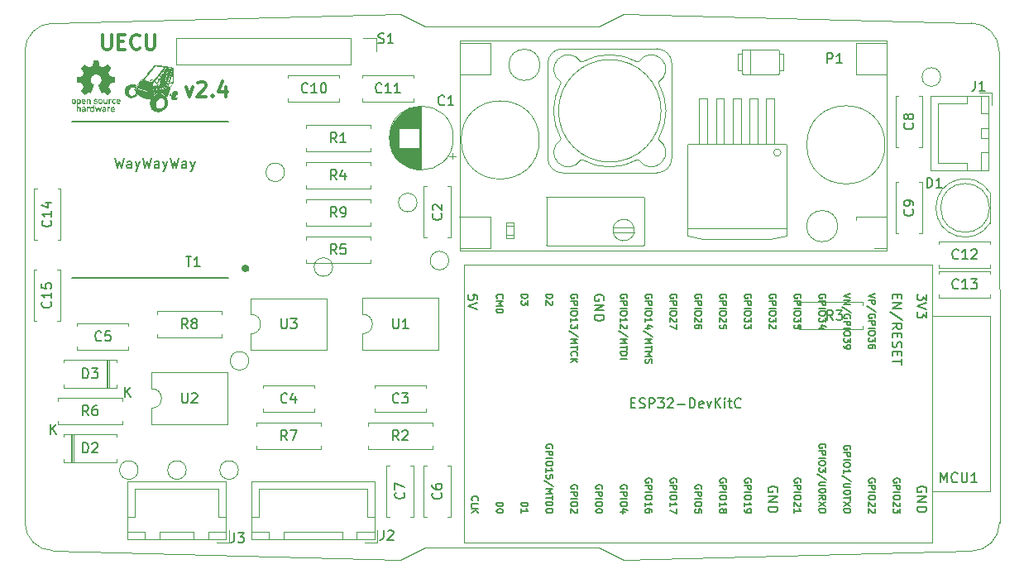
<source format=gbr>
G04 #@! TF.GenerationSoftware,KiCad,Pcbnew,7.0.9*
G04 #@! TF.CreationDate,2023-12-29T13:55:22-03:00*
G04 #@! TF.ProjectId,UECU,55454355-2e6b-4696-9361-645f70636258,v2.4*
G04 #@! TF.SameCoordinates,Original*
G04 #@! TF.FileFunction,Legend,Top*
G04 #@! TF.FilePolarity,Positive*
%FSLAX46Y46*%
G04 Gerber Fmt 4.6, Leading zero omitted, Abs format (unit mm)*
G04 Created by KiCad (PCBNEW 7.0.9) date 2023-12-29 13:55:22*
%MOMM*%
%LPD*%
G01*
G04 APERTURE LIST*
%ADD10C,0.150000*%
%ADD11C,0.300000*%
%ADD12C,0.120000*%
%ADD13C,0.200000*%
%ADD14C,0.010000*%
G04 #@! TA.AperFunction,Profile*
%ADD15C,0.100000*%
G04 #@! TD*
G04 APERTURE END LIST*
D10*
X56388341Y-60960219D02*
X56626436Y-61960219D01*
X56626436Y-61960219D02*
X56816912Y-61245933D01*
X56816912Y-61245933D02*
X57007388Y-61960219D01*
X57007388Y-61960219D02*
X57245484Y-60960219D01*
X58055007Y-61960219D02*
X58055007Y-61436409D01*
X58055007Y-61436409D02*
X58007388Y-61341171D01*
X58007388Y-61341171D02*
X57912150Y-61293552D01*
X57912150Y-61293552D02*
X57721674Y-61293552D01*
X57721674Y-61293552D02*
X57626436Y-61341171D01*
X58055007Y-61912600D02*
X57959769Y-61960219D01*
X57959769Y-61960219D02*
X57721674Y-61960219D01*
X57721674Y-61960219D02*
X57626436Y-61912600D01*
X57626436Y-61912600D02*
X57578817Y-61817361D01*
X57578817Y-61817361D02*
X57578817Y-61722123D01*
X57578817Y-61722123D02*
X57626436Y-61626885D01*
X57626436Y-61626885D02*
X57721674Y-61579266D01*
X57721674Y-61579266D02*
X57959769Y-61579266D01*
X57959769Y-61579266D02*
X58055007Y-61531647D01*
X58435960Y-61293552D02*
X58674055Y-61960219D01*
X58912150Y-61293552D02*
X58674055Y-61960219D01*
X58674055Y-61960219D02*
X58578817Y-62198314D01*
X58578817Y-62198314D02*
X58531198Y-62245933D01*
X58531198Y-62245933D02*
X58435960Y-62293552D01*
X59197865Y-60960219D02*
X59435960Y-61960219D01*
X59435960Y-61960219D02*
X59626436Y-61245933D01*
X59626436Y-61245933D02*
X59816912Y-61960219D01*
X59816912Y-61960219D02*
X60055008Y-60960219D01*
X60864531Y-61960219D02*
X60864531Y-61436409D01*
X60864531Y-61436409D02*
X60816912Y-61341171D01*
X60816912Y-61341171D02*
X60721674Y-61293552D01*
X60721674Y-61293552D02*
X60531198Y-61293552D01*
X60531198Y-61293552D02*
X60435960Y-61341171D01*
X60864531Y-61912600D02*
X60769293Y-61960219D01*
X60769293Y-61960219D02*
X60531198Y-61960219D01*
X60531198Y-61960219D02*
X60435960Y-61912600D01*
X60435960Y-61912600D02*
X60388341Y-61817361D01*
X60388341Y-61817361D02*
X60388341Y-61722123D01*
X60388341Y-61722123D02*
X60435960Y-61626885D01*
X60435960Y-61626885D02*
X60531198Y-61579266D01*
X60531198Y-61579266D02*
X60769293Y-61579266D01*
X60769293Y-61579266D02*
X60864531Y-61531647D01*
X61245484Y-61293552D02*
X61483579Y-61960219D01*
X61721674Y-61293552D02*
X61483579Y-61960219D01*
X61483579Y-61960219D02*
X61388341Y-62198314D01*
X61388341Y-62198314D02*
X61340722Y-62245933D01*
X61340722Y-62245933D02*
X61245484Y-62293552D01*
X62007389Y-60960219D02*
X62245484Y-61960219D01*
X62245484Y-61960219D02*
X62435960Y-61245933D01*
X62435960Y-61245933D02*
X62626436Y-61960219D01*
X62626436Y-61960219D02*
X62864532Y-60960219D01*
X63674055Y-61960219D02*
X63674055Y-61436409D01*
X63674055Y-61436409D02*
X63626436Y-61341171D01*
X63626436Y-61341171D02*
X63531198Y-61293552D01*
X63531198Y-61293552D02*
X63340722Y-61293552D01*
X63340722Y-61293552D02*
X63245484Y-61341171D01*
X63674055Y-61912600D02*
X63578817Y-61960219D01*
X63578817Y-61960219D02*
X63340722Y-61960219D01*
X63340722Y-61960219D02*
X63245484Y-61912600D01*
X63245484Y-61912600D02*
X63197865Y-61817361D01*
X63197865Y-61817361D02*
X63197865Y-61722123D01*
X63197865Y-61722123D02*
X63245484Y-61626885D01*
X63245484Y-61626885D02*
X63340722Y-61579266D01*
X63340722Y-61579266D02*
X63578817Y-61579266D01*
X63578817Y-61579266D02*
X63674055Y-61531647D01*
X64055008Y-61293552D02*
X64293103Y-61960219D01*
X64531198Y-61293552D02*
X64293103Y-61960219D01*
X64293103Y-61960219D02*
X64197865Y-62198314D01*
X64197865Y-62198314D02*
X64150246Y-62245933D01*
X64150246Y-62245933D02*
X64055008Y-62293552D01*
D11*
X63619653Y-53626828D02*
X63976796Y-54626828D01*
X63976796Y-54626828D02*
X64333939Y-53626828D01*
X64833939Y-53269685D02*
X64905367Y-53198257D01*
X64905367Y-53198257D02*
X65048225Y-53126828D01*
X65048225Y-53126828D02*
X65405367Y-53126828D01*
X65405367Y-53126828D02*
X65548225Y-53198257D01*
X65548225Y-53198257D02*
X65619653Y-53269685D01*
X65619653Y-53269685D02*
X65691082Y-53412542D01*
X65691082Y-53412542D02*
X65691082Y-53555400D01*
X65691082Y-53555400D02*
X65619653Y-53769685D01*
X65619653Y-53769685D02*
X64762510Y-54626828D01*
X64762510Y-54626828D02*
X65691082Y-54626828D01*
X66333938Y-54483971D02*
X66405367Y-54555400D01*
X66405367Y-54555400D02*
X66333938Y-54626828D01*
X66333938Y-54626828D02*
X66262510Y-54555400D01*
X66262510Y-54555400D02*
X66333938Y-54483971D01*
X66333938Y-54483971D02*
X66333938Y-54626828D01*
X67691082Y-53626828D02*
X67691082Y-54626828D01*
X67333939Y-53055400D02*
X66976796Y-54126828D01*
X66976796Y-54126828D02*
X67905367Y-54126828D01*
X55126510Y-48300828D02*
X55126510Y-49515114D01*
X55126510Y-49515114D02*
X55197939Y-49657971D01*
X55197939Y-49657971D02*
X55269368Y-49729400D01*
X55269368Y-49729400D02*
X55412225Y-49800828D01*
X55412225Y-49800828D02*
X55697939Y-49800828D01*
X55697939Y-49800828D02*
X55840796Y-49729400D01*
X55840796Y-49729400D02*
X55912225Y-49657971D01*
X55912225Y-49657971D02*
X55983653Y-49515114D01*
X55983653Y-49515114D02*
X55983653Y-48300828D01*
X56697939Y-49015114D02*
X57197939Y-49015114D01*
X57412225Y-49800828D02*
X56697939Y-49800828D01*
X56697939Y-49800828D02*
X56697939Y-48300828D01*
X56697939Y-48300828D02*
X57412225Y-48300828D01*
X58912225Y-49657971D02*
X58840797Y-49729400D01*
X58840797Y-49729400D02*
X58626511Y-49800828D01*
X58626511Y-49800828D02*
X58483654Y-49800828D01*
X58483654Y-49800828D02*
X58269368Y-49729400D01*
X58269368Y-49729400D02*
X58126511Y-49586542D01*
X58126511Y-49586542D02*
X58055082Y-49443685D01*
X58055082Y-49443685D02*
X57983654Y-49157971D01*
X57983654Y-49157971D02*
X57983654Y-48943685D01*
X57983654Y-48943685D02*
X58055082Y-48657971D01*
X58055082Y-48657971D02*
X58126511Y-48515114D01*
X58126511Y-48515114D02*
X58269368Y-48372257D01*
X58269368Y-48372257D02*
X58483654Y-48300828D01*
X58483654Y-48300828D02*
X58626511Y-48300828D01*
X58626511Y-48300828D02*
X58840797Y-48372257D01*
X58840797Y-48372257D02*
X58912225Y-48443685D01*
X59555082Y-48300828D02*
X59555082Y-49515114D01*
X59555082Y-49515114D02*
X59626511Y-49657971D01*
X59626511Y-49657971D02*
X59697940Y-49729400D01*
X59697940Y-49729400D02*
X59840797Y-49800828D01*
X59840797Y-49800828D02*
X60126511Y-49800828D01*
X60126511Y-49800828D02*
X60269368Y-49729400D01*
X60269368Y-49729400D02*
X60340797Y-49657971D01*
X60340797Y-49657971D02*
X60412225Y-49515114D01*
X60412225Y-49515114D02*
X60412225Y-48300828D01*
D10*
X79043333Y-63154819D02*
X78710000Y-62678628D01*
X78471905Y-63154819D02*
X78471905Y-62154819D01*
X78471905Y-62154819D02*
X78852857Y-62154819D01*
X78852857Y-62154819D02*
X78948095Y-62202438D01*
X78948095Y-62202438D02*
X78995714Y-62250057D01*
X78995714Y-62250057D02*
X79043333Y-62345295D01*
X79043333Y-62345295D02*
X79043333Y-62488152D01*
X79043333Y-62488152D02*
X78995714Y-62583390D01*
X78995714Y-62583390D02*
X78948095Y-62631009D01*
X78948095Y-62631009D02*
X78852857Y-62678628D01*
X78852857Y-62678628D02*
X78471905Y-62678628D01*
X79900476Y-62488152D02*
X79900476Y-63154819D01*
X79662381Y-62107200D02*
X79424286Y-62821485D01*
X79424286Y-62821485D02*
X80043333Y-62821485D01*
X129843333Y-77531219D02*
X129510000Y-77055028D01*
X129271905Y-77531219D02*
X129271905Y-76531219D01*
X129271905Y-76531219D02*
X129652857Y-76531219D01*
X129652857Y-76531219D02*
X129748095Y-76578838D01*
X129748095Y-76578838D02*
X129795714Y-76626457D01*
X129795714Y-76626457D02*
X129843333Y-76721695D01*
X129843333Y-76721695D02*
X129843333Y-76864552D01*
X129843333Y-76864552D02*
X129795714Y-76959790D01*
X129795714Y-76959790D02*
X129748095Y-77007409D01*
X129748095Y-77007409D02*
X129652857Y-77055028D01*
X129652857Y-77055028D02*
X129271905Y-77055028D01*
X130176667Y-76531219D02*
X130795714Y-76531219D01*
X130795714Y-76531219D02*
X130462381Y-76912171D01*
X130462381Y-76912171D02*
X130605238Y-76912171D01*
X130605238Y-76912171D02*
X130700476Y-76959790D01*
X130700476Y-76959790D02*
X130748095Y-77007409D01*
X130748095Y-77007409D02*
X130795714Y-77102647D01*
X130795714Y-77102647D02*
X130795714Y-77340742D01*
X130795714Y-77340742D02*
X130748095Y-77435980D01*
X130748095Y-77435980D02*
X130700476Y-77483600D01*
X130700476Y-77483600D02*
X130605238Y-77531219D01*
X130605238Y-77531219D02*
X130319524Y-77531219D01*
X130319524Y-77531219D02*
X130224286Y-77483600D01*
X130224286Y-77483600D02*
X130176667Y-77435980D01*
X83855066Y-99035619D02*
X83855066Y-99749904D01*
X83855066Y-99749904D02*
X83807447Y-99892761D01*
X83807447Y-99892761D02*
X83712209Y-99988000D01*
X83712209Y-99988000D02*
X83569352Y-100035619D01*
X83569352Y-100035619D02*
X83474114Y-100035619D01*
X84283638Y-99130857D02*
X84331257Y-99083238D01*
X84331257Y-99083238D02*
X84426495Y-99035619D01*
X84426495Y-99035619D02*
X84664590Y-99035619D01*
X84664590Y-99035619D02*
X84759828Y-99083238D01*
X84759828Y-99083238D02*
X84807447Y-99130857D01*
X84807447Y-99130857D02*
X84855066Y-99226095D01*
X84855066Y-99226095D02*
X84855066Y-99321333D01*
X84855066Y-99321333D02*
X84807447Y-99464190D01*
X84807447Y-99464190D02*
X84236019Y-100035619D01*
X84236019Y-100035619D02*
X84855066Y-100035619D01*
X79043333Y-70774819D02*
X78710000Y-70298628D01*
X78471905Y-70774819D02*
X78471905Y-69774819D01*
X78471905Y-69774819D02*
X78852857Y-69774819D01*
X78852857Y-69774819D02*
X78948095Y-69822438D01*
X78948095Y-69822438D02*
X78995714Y-69870057D01*
X78995714Y-69870057D02*
X79043333Y-69965295D01*
X79043333Y-69965295D02*
X79043333Y-70108152D01*
X79043333Y-70108152D02*
X78995714Y-70203390D01*
X78995714Y-70203390D02*
X78948095Y-70251009D01*
X78948095Y-70251009D02*
X78852857Y-70298628D01*
X78852857Y-70298628D02*
X78471905Y-70298628D01*
X79948095Y-69774819D02*
X79471905Y-69774819D01*
X79471905Y-69774819D02*
X79424286Y-70251009D01*
X79424286Y-70251009D02*
X79471905Y-70203390D01*
X79471905Y-70203390D02*
X79567143Y-70155771D01*
X79567143Y-70155771D02*
X79805238Y-70155771D01*
X79805238Y-70155771D02*
X79900476Y-70203390D01*
X79900476Y-70203390D02*
X79948095Y-70251009D01*
X79948095Y-70251009D02*
X79995714Y-70346247D01*
X79995714Y-70346247D02*
X79995714Y-70584342D01*
X79995714Y-70584342D02*
X79948095Y-70679580D01*
X79948095Y-70679580D02*
X79900476Y-70727200D01*
X79900476Y-70727200D02*
X79805238Y-70774819D01*
X79805238Y-70774819D02*
X79567143Y-70774819D01*
X79567143Y-70774819D02*
X79471905Y-70727200D01*
X79471905Y-70727200D02*
X79424286Y-70679580D01*
X63610133Y-71043791D02*
X64182655Y-71043791D01*
X63896394Y-72045704D02*
X63896394Y-71043791D01*
X65041437Y-72045704D02*
X64468915Y-72045704D01*
X64755176Y-72045704D02*
X64755176Y-71043791D01*
X64755176Y-71043791D02*
X64659756Y-71186921D01*
X64659756Y-71186921D02*
X64564335Y-71282341D01*
X64564335Y-71282341D02*
X64468915Y-71330052D01*
X53643333Y-87284819D02*
X53310000Y-86808628D01*
X53071905Y-87284819D02*
X53071905Y-86284819D01*
X53071905Y-86284819D02*
X53452857Y-86284819D01*
X53452857Y-86284819D02*
X53548095Y-86332438D01*
X53548095Y-86332438D02*
X53595714Y-86380057D01*
X53595714Y-86380057D02*
X53643333Y-86475295D01*
X53643333Y-86475295D02*
X53643333Y-86618152D01*
X53643333Y-86618152D02*
X53595714Y-86713390D01*
X53595714Y-86713390D02*
X53548095Y-86761009D01*
X53548095Y-86761009D02*
X53452857Y-86808628D01*
X53452857Y-86808628D02*
X53071905Y-86808628D01*
X54500476Y-86284819D02*
X54310000Y-86284819D01*
X54310000Y-86284819D02*
X54214762Y-86332438D01*
X54214762Y-86332438D02*
X54167143Y-86380057D01*
X54167143Y-86380057D02*
X54071905Y-86522914D01*
X54071905Y-86522914D02*
X54024286Y-86713390D01*
X54024286Y-86713390D02*
X54024286Y-87094342D01*
X54024286Y-87094342D02*
X54071905Y-87189580D01*
X54071905Y-87189580D02*
X54119524Y-87237200D01*
X54119524Y-87237200D02*
X54214762Y-87284819D01*
X54214762Y-87284819D02*
X54405238Y-87284819D01*
X54405238Y-87284819D02*
X54500476Y-87237200D01*
X54500476Y-87237200D02*
X54548095Y-87189580D01*
X54548095Y-87189580D02*
X54595714Y-87094342D01*
X54595714Y-87094342D02*
X54595714Y-86856247D01*
X54595714Y-86856247D02*
X54548095Y-86761009D01*
X54548095Y-86761009D02*
X54500476Y-86713390D01*
X54500476Y-86713390D02*
X54405238Y-86665771D01*
X54405238Y-86665771D02*
X54214762Y-86665771D01*
X54214762Y-86665771D02*
X54119524Y-86713390D01*
X54119524Y-86713390D02*
X54071905Y-86761009D01*
X54071905Y-86761009D02*
X54024286Y-86856247D01*
X137989580Y-57356666D02*
X138037200Y-57404285D01*
X138037200Y-57404285D02*
X138084819Y-57547142D01*
X138084819Y-57547142D02*
X138084819Y-57642380D01*
X138084819Y-57642380D02*
X138037200Y-57785237D01*
X138037200Y-57785237D02*
X137941961Y-57880475D01*
X137941961Y-57880475D02*
X137846723Y-57928094D01*
X137846723Y-57928094D02*
X137656247Y-57975713D01*
X137656247Y-57975713D02*
X137513390Y-57975713D01*
X137513390Y-57975713D02*
X137322914Y-57928094D01*
X137322914Y-57928094D02*
X137227676Y-57880475D01*
X137227676Y-57880475D02*
X137132438Y-57785237D01*
X137132438Y-57785237D02*
X137084819Y-57642380D01*
X137084819Y-57642380D02*
X137084819Y-57547142D01*
X137084819Y-57547142D02*
X137132438Y-57404285D01*
X137132438Y-57404285D02*
X137180057Y-57356666D01*
X137513390Y-56785237D02*
X137465771Y-56880475D01*
X137465771Y-56880475D02*
X137418152Y-56928094D01*
X137418152Y-56928094D02*
X137322914Y-56975713D01*
X137322914Y-56975713D02*
X137275295Y-56975713D01*
X137275295Y-56975713D02*
X137180057Y-56928094D01*
X137180057Y-56928094D02*
X137132438Y-56880475D01*
X137132438Y-56880475D02*
X137084819Y-56785237D01*
X137084819Y-56785237D02*
X137084819Y-56594761D01*
X137084819Y-56594761D02*
X137132438Y-56499523D01*
X137132438Y-56499523D02*
X137180057Y-56451904D01*
X137180057Y-56451904D02*
X137275295Y-56404285D01*
X137275295Y-56404285D02*
X137322914Y-56404285D01*
X137322914Y-56404285D02*
X137418152Y-56451904D01*
X137418152Y-56451904D02*
X137465771Y-56499523D01*
X137465771Y-56499523D02*
X137513390Y-56594761D01*
X137513390Y-56594761D02*
X137513390Y-56785237D01*
X137513390Y-56785237D02*
X137561009Y-56880475D01*
X137561009Y-56880475D02*
X137608628Y-56928094D01*
X137608628Y-56928094D02*
X137703866Y-56975713D01*
X137703866Y-56975713D02*
X137894342Y-56975713D01*
X137894342Y-56975713D02*
X137989580Y-56928094D01*
X137989580Y-56928094D02*
X138037200Y-56880475D01*
X138037200Y-56880475D02*
X138084819Y-56785237D01*
X138084819Y-56785237D02*
X138084819Y-56594761D01*
X138084819Y-56594761D02*
X138037200Y-56499523D01*
X138037200Y-56499523D02*
X137989580Y-56451904D01*
X137989580Y-56451904D02*
X137894342Y-56404285D01*
X137894342Y-56404285D02*
X137703866Y-56404285D01*
X137703866Y-56404285D02*
X137608628Y-56451904D01*
X137608628Y-56451904D02*
X137561009Y-56499523D01*
X137561009Y-56499523D02*
X137513390Y-56594761D01*
X85393333Y-89824819D02*
X85060000Y-89348628D01*
X84821905Y-89824819D02*
X84821905Y-88824819D01*
X84821905Y-88824819D02*
X85202857Y-88824819D01*
X85202857Y-88824819D02*
X85298095Y-88872438D01*
X85298095Y-88872438D02*
X85345714Y-88920057D01*
X85345714Y-88920057D02*
X85393333Y-89015295D01*
X85393333Y-89015295D02*
X85393333Y-89158152D01*
X85393333Y-89158152D02*
X85345714Y-89253390D01*
X85345714Y-89253390D02*
X85298095Y-89301009D01*
X85298095Y-89301009D02*
X85202857Y-89348628D01*
X85202857Y-89348628D02*
X84821905Y-89348628D01*
X85774286Y-88920057D02*
X85821905Y-88872438D01*
X85821905Y-88872438D02*
X85917143Y-88824819D01*
X85917143Y-88824819D02*
X86155238Y-88824819D01*
X86155238Y-88824819D02*
X86250476Y-88872438D01*
X86250476Y-88872438D02*
X86298095Y-88920057D01*
X86298095Y-88920057D02*
X86345714Y-89015295D01*
X86345714Y-89015295D02*
X86345714Y-89110533D01*
X86345714Y-89110533D02*
X86298095Y-89253390D01*
X86298095Y-89253390D02*
X85726667Y-89824819D01*
X85726667Y-89824819D02*
X86345714Y-89824819D01*
X89718780Y-95230066D02*
X89766400Y-95277685D01*
X89766400Y-95277685D02*
X89814019Y-95420542D01*
X89814019Y-95420542D02*
X89814019Y-95515780D01*
X89814019Y-95515780D02*
X89766400Y-95658637D01*
X89766400Y-95658637D02*
X89671161Y-95753875D01*
X89671161Y-95753875D02*
X89575923Y-95801494D01*
X89575923Y-95801494D02*
X89385447Y-95849113D01*
X89385447Y-95849113D02*
X89242590Y-95849113D01*
X89242590Y-95849113D02*
X89052114Y-95801494D01*
X89052114Y-95801494D02*
X88956876Y-95753875D01*
X88956876Y-95753875D02*
X88861638Y-95658637D01*
X88861638Y-95658637D02*
X88814019Y-95515780D01*
X88814019Y-95515780D02*
X88814019Y-95420542D01*
X88814019Y-95420542D02*
X88861638Y-95277685D01*
X88861638Y-95277685D02*
X88909257Y-95230066D01*
X88814019Y-94372923D02*
X88814019Y-94563399D01*
X88814019Y-94563399D02*
X88861638Y-94658637D01*
X88861638Y-94658637D02*
X88909257Y-94706256D01*
X88909257Y-94706256D02*
X89052114Y-94801494D01*
X89052114Y-94801494D02*
X89242590Y-94849113D01*
X89242590Y-94849113D02*
X89623542Y-94849113D01*
X89623542Y-94849113D02*
X89718780Y-94801494D01*
X89718780Y-94801494D02*
X89766400Y-94753875D01*
X89766400Y-94753875D02*
X89814019Y-94658637D01*
X89814019Y-94658637D02*
X89814019Y-94468161D01*
X89814019Y-94468161D02*
X89766400Y-94372923D01*
X89766400Y-94372923D02*
X89718780Y-94325304D01*
X89718780Y-94325304D02*
X89623542Y-94277685D01*
X89623542Y-94277685D02*
X89385447Y-94277685D01*
X89385447Y-94277685D02*
X89290209Y-94325304D01*
X89290209Y-94325304D02*
X89242590Y-94372923D01*
X89242590Y-94372923D02*
X89194971Y-94468161D01*
X89194971Y-94468161D02*
X89194971Y-94658637D01*
X89194971Y-94658637D02*
X89242590Y-94753875D01*
X89242590Y-94753875D02*
X89290209Y-94801494D01*
X89290209Y-94801494D02*
X89385447Y-94849113D01*
X53071905Y-83474819D02*
X53071905Y-82474819D01*
X53071905Y-82474819D02*
X53310000Y-82474819D01*
X53310000Y-82474819D02*
X53452857Y-82522438D01*
X53452857Y-82522438D02*
X53548095Y-82617676D01*
X53548095Y-82617676D02*
X53595714Y-82712914D01*
X53595714Y-82712914D02*
X53643333Y-82903390D01*
X53643333Y-82903390D02*
X53643333Y-83046247D01*
X53643333Y-83046247D02*
X53595714Y-83236723D01*
X53595714Y-83236723D02*
X53548095Y-83331961D01*
X53548095Y-83331961D02*
X53452857Y-83427200D01*
X53452857Y-83427200D02*
X53310000Y-83474819D01*
X53310000Y-83474819D02*
X53071905Y-83474819D01*
X53976667Y-82474819D02*
X54595714Y-82474819D01*
X54595714Y-82474819D02*
X54262381Y-82855771D01*
X54262381Y-82855771D02*
X54405238Y-82855771D01*
X54405238Y-82855771D02*
X54500476Y-82903390D01*
X54500476Y-82903390D02*
X54548095Y-82951009D01*
X54548095Y-82951009D02*
X54595714Y-83046247D01*
X54595714Y-83046247D02*
X54595714Y-83284342D01*
X54595714Y-83284342D02*
X54548095Y-83379580D01*
X54548095Y-83379580D02*
X54500476Y-83427200D01*
X54500476Y-83427200D02*
X54405238Y-83474819D01*
X54405238Y-83474819D02*
X54119524Y-83474819D01*
X54119524Y-83474819D02*
X54024286Y-83427200D01*
X54024286Y-83427200D02*
X53976667Y-83379580D01*
X57358095Y-85374819D02*
X57358095Y-84374819D01*
X57929523Y-85374819D02*
X57500952Y-84803390D01*
X57929523Y-84374819D02*
X57358095Y-84946247D01*
X73368095Y-77394819D02*
X73368095Y-78204342D01*
X73368095Y-78204342D02*
X73415714Y-78299580D01*
X73415714Y-78299580D02*
X73463333Y-78347200D01*
X73463333Y-78347200D02*
X73558571Y-78394819D01*
X73558571Y-78394819D02*
X73749047Y-78394819D01*
X73749047Y-78394819D02*
X73844285Y-78347200D01*
X73844285Y-78347200D02*
X73891904Y-78299580D01*
X73891904Y-78299580D02*
X73939523Y-78204342D01*
X73939523Y-78204342D02*
X73939523Y-77394819D01*
X74320476Y-77394819D02*
X74939523Y-77394819D01*
X74939523Y-77394819D02*
X74606190Y-77775771D01*
X74606190Y-77775771D02*
X74749047Y-77775771D01*
X74749047Y-77775771D02*
X74844285Y-77823390D01*
X74844285Y-77823390D02*
X74891904Y-77871009D01*
X74891904Y-77871009D02*
X74939523Y-77966247D01*
X74939523Y-77966247D02*
X74939523Y-78204342D01*
X74939523Y-78204342D02*
X74891904Y-78299580D01*
X74891904Y-78299580D02*
X74844285Y-78347200D01*
X74844285Y-78347200D02*
X74749047Y-78394819D01*
X74749047Y-78394819D02*
X74463333Y-78394819D01*
X74463333Y-78394819D02*
X74368095Y-78347200D01*
X74368095Y-78347200D02*
X74320476Y-78299580D01*
X84798095Y-77384819D02*
X84798095Y-78194342D01*
X84798095Y-78194342D02*
X84845714Y-78289580D01*
X84845714Y-78289580D02*
X84893333Y-78337200D01*
X84893333Y-78337200D02*
X84988571Y-78384819D01*
X84988571Y-78384819D02*
X85179047Y-78384819D01*
X85179047Y-78384819D02*
X85274285Y-78337200D01*
X85274285Y-78337200D02*
X85321904Y-78289580D01*
X85321904Y-78289580D02*
X85369523Y-78194342D01*
X85369523Y-78194342D02*
X85369523Y-77384819D01*
X86369523Y-78384819D02*
X85798095Y-78384819D01*
X86083809Y-78384819D02*
X86083809Y-77384819D01*
X86083809Y-77384819D02*
X85988571Y-77527676D01*
X85988571Y-77527676D02*
X85893333Y-77622914D01*
X85893333Y-77622914D02*
X85798095Y-77670533D01*
X90066933Y-55439580D02*
X90019314Y-55487200D01*
X90019314Y-55487200D02*
X89876457Y-55534819D01*
X89876457Y-55534819D02*
X89781219Y-55534819D01*
X89781219Y-55534819D02*
X89638362Y-55487200D01*
X89638362Y-55487200D02*
X89543124Y-55391961D01*
X89543124Y-55391961D02*
X89495505Y-55296723D01*
X89495505Y-55296723D02*
X89447886Y-55106247D01*
X89447886Y-55106247D02*
X89447886Y-54963390D01*
X89447886Y-54963390D02*
X89495505Y-54772914D01*
X89495505Y-54772914D02*
X89543124Y-54677676D01*
X89543124Y-54677676D02*
X89638362Y-54582438D01*
X89638362Y-54582438D02*
X89781219Y-54534819D01*
X89781219Y-54534819D02*
X89876457Y-54534819D01*
X89876457Y-54534819D02*
X90019314Y-54582438D01*
X90019314Y-54582438D02*
X90066933Y-54630057D01*
X91019314Y-55534819D02*
X90447886Y-55534819D01*
X90733600Y-55534819D02*
X90733600Y-54534819D01*
X90733600Y-54534819D02*
X90638362Y-54677676D01*
X90638362Y-54677676D02*
X90543124Y-54772914D01*
X90543124Y-54772914D02*
X90447886Y-54820533D01*
X83647142Y-54169580D02*
X83599523Y-54217200D01*
X83599523Y-54217200D02*
X83456666Y-54264819D01*
X83456666Y-54264819D02*
X83361428Y-54264819D01*
X83361428Y-54264819D02*
X83218571Y-54217200D01*
X83218571Y-54217200D02*
X83123333Y-54121961D01*
X83123333Y-54121961D02*
X83075714Y-54026723D01*
X83075714Y-54026723D02*
X83028095Y-53836247D01*
X83028095Y-53836247D02*
X83028095Y-53693390D01*
X83028095Y-53693390D02*
X83075714Y-53502914D01*
X83075714Y-53502914D02*
X83123333Y-53407676D01*
X83123333Y-53407676D02*
X83218571Y-53312438D01*
X83218571Y-53312438D02*
X83361428Y-53264819D01*
X83361428Y-53264819D02*
X83456666Y-53264819D01*
X83456666Y-53264819D02*
X83599523Y-53312438D01*
X83599523Y-53312438D02*
X83647142Y-53360057D01*
X84599523Y-54264819D02*
X84028095Y-54264819D01*
X84313809Y-54264819D02*
X84313809Y-53264819D01*
X84313809Y-53264819D02*
X84218571Y-53407676D01*
X84218571Y-53407676D02*
X84123333Y-53502914D01*
X84123333Y-53502914D02*
X84028095Y-53550533D01*
X85551904Y-54264819D02*
X84980476Y-54264819D01*
X85266190Y-54264819D02*
X85266190Y-53264819D01*
X85266190Y-53264819D02*
X85170952Y-53407676D01*
X85170952Y-53407676D02*
X85075714Y-53502914D01*
X85075714Y-53502914D02*
X84980476Y-53550533D01*
X129271905Y-51216819D02*
X129271905Y-50216819D01*
X129271905Y-50216819D02*
X129652857Y-50216819D01*
X129652857Y-50216819D02*
X129748095Y-50264438D01*
X129748095Y-50264438D02*
X129795714Y-50312057D01*
X129795714Y-50312057D02*
X129843333Y-50407295D01*
X129843333Y-50407295D02*
X129843333Y-50550152D01*
X129843333Y-50550152D02*
X129795714Y-50645390D01*
X129795714Y-50645390D02*
X129748095Y-50693009D01*
X129748095Y-50693009D02*
X129652857Y-50740628D01*
X129652857Y-50740628D02*
X129271905Y-50740628D01*
X130795714Y-51216819D02*
X130224286Y-51216819D01*
X130510000Y-51216819D02*
X130510000Y-50216819D01*
X130510000Y-50216819D02*
X130414762Y-50359676D01*
X130414762Y-50359676D02*
X130319524Y-50454914D01*
X130319524Y-50454914D02*
X130224286Y-50502533D01*
X79043333Y-59344819D02*
X78710000Y-58868628D01*
X78471905Y-59344819D02*
X78471905Y-58344819D01*
X78471905Y-58344819D02*
X78852857Y-58344819D01*
X78852857Y-58344819D02*
X78948095Y-58392438D01*
X78948095Y-58392438D02*
X78995714Y-58440057D01*
X78995714Y-58440057D02*
X79043333Y-58535295D01*
X79043333Y-58535295D02*
X79043333Y-58678152D01*
X79043333Y-58678152D02*
X78995714Y-58773390D01*
X78995714Y-58773390D02*
X78948095Y-58821009D01*
X78948095Y-58821009D02*
X78852857Y-58868628D01*
X78852857Y-58868628D02*
X78471905Y-58868628D01*
X79995714Y-59344819D02*
X79424286Y-59344819D01*
X79710000Y-59344819D02*
X79710000Y-58344819D01*
X79710000Y-58344819D02*
X79614762Y-58487676D01*
X79614762Y-58487676D02*
X79519524Y-58582914D01*
X79519524Y-58582914D02*
X79424286Y-58630533D01*
X144408666Y-53061619D02*
X144408666Y-53775904D01*
X144408666Y-53775904D02*
X144361047Y-53918761D01*
X144361047Y-53918761D02*
X144265809Y-54014000D01*
X144265809Y-54014000D02*
X144122952Y-54061619D01*
X144122952Y-54061619D02*
X144027714Y-54061619D01*
X145408666Y-54061619D02*
X144837238Y-54061619D01*
X145122952Y-54061619D02*
X145122952Y-53061619D01*
X145122952Y-53061619D02*
X145027714Y-53204476D01*
X145027714Y-53204476D02*
X144932476Y-53299714D01*
X144932476Y-53299714D02*
X144837238Y-53347333D01*
X76067142Y-54169580D02*
X76019523Y-54217200D01*
X76019523Y-54217200D02*
X75876666Y-54264819D01*
X75876666Y-54264819D02*
X75781428Y-54264819D01*
X75781428Y-54264819D02*
X75638571Y-54217200D01*
X75638571Y-54217200D02*
X75543333Y-54121961D01*
X75543333Y-54121961D02*
X75495714Y-54026723D01*
X75495714Y-54026723D02*
X75448095Y-53836247D01*
X75448095Y-53836247D02*
X75448095Y-53693390D01*
X75448095Y-53693390D02*
X75495714Y-53502914D01*
X75495714Y-53502914D02*
X75543333Y-53407676D01*
X75543333Y-53407676D02*
X75638571Y-53312438D01*
X75638571Y-53312438D02*
X75781428Y-53264819D01*
X75781428Y-53264819D02*
X75876666Y-53264819D01*
X75876666Y-53264819D02*
X76019523Y-53312438D01*
X76019523Y-53312438D02*
X76067142Y-53360057D01*
X77019523Y-54264819D02*
X76448095Y-54264819D01*
X76733809Y-54264819D02*
X76733809Y-53264819D01*
X76733809Y-53264819D02*
X76638571Y-53407676D01*
X76638571Y-53407676D02*
X76543333Y-53502914D01*
X76543333Y-53502914D02*
X76448095Y-53550533D01*
X77638571Y-53264819D02*
X77733809Y-53264819D01*
X77733809Y-53264819D02*
X77829047Y-53312438D01*
X77829047Y-53312438D02*
X77876666Y-53360057D01*
X77876666Y-53360057D02*
X77924285Y-53455295D01*
X77924285Y-53455295D02*
X77971904Y-53645771D01*
X77971904Y-53645771D02*
X77971904Y-53883866D01*
X77971904Y-53883866D02*
X77924285Y-54074342D01*
X77924285Y-54074342D02*
X77876666Y-54169580D01*
X77876666Y-54169580D02*
X77829047Y-54217200D01*
X77829047Y-54217200D02*
X77733809Y-54264819D01*
X77733809Y-54264819D02*
X77638571Y-54264819D01*
X77638571Y-54264819D02*
X77543333Y-54217200D01*
X77543333Y-54217200D02*
X77495714Y-54169580D01*
X77495714Y-54169580D02*
X77448095Y-54074342D01*
X77448095Y-54074342D02*
X77400476Y-53883866D01*
X77400476Y-53883866D02*
X77400476Y-53645771D01*
X77400476Y-53645771D02*
X77448095Y-53455295D01*
X77448095Y-53455295D02*
X77495714Y-53360057D01*
X77495714Y-53360057D02*
X77543333Y-53312438D01*
X77543333Y-53312438D02*
X77638571Y-53264819D01*
X63208095Y-85004819D02*
X63208095Y-85814342D01*
X63208095Y-85814342D02*
X63255714Y-85909580D01*
X63255714Y-85909580D02*
X63303333Y-85957200D01*
X63303333Y-85957200D02*
X63398571Y-86004819D01*
X63398571Y-86004819D02*
X63589047Y-86004819D01*
X63589047Y-86004819D02*
X63684285Y-85957200D01*
X63684285Y-85957200D02*
X63731904Y-85909580D01*
X63731904Y-85909580D02*
X63779523Y-85814342D01*
X63779523Y-85814342D02*
X63779523Y-85004819D01*
X64208095Y-85100057D02*
X64255714Y-85052438D01*
X64255714Y-85052438D02*
X64350952Y-85004819D01*
X64350952Y-85004819D02*
X64589047Y-85004819D01*
X64589047Y-85004819D02*
X64684285Y-85052438D01*
X64684285Y-85052438D02*
X64731904Y-85100057D01*
X64731904Y-85100057D02*
X64779523Y-85195295D01*
X64779523Y-85195295D02*
X64779523Y-85290533D01*
X64779523Y-85290533D02*
X64731904Y-85433390D01*
X64731904Y-85433390D02*
X64160476Y-86004819D01*
X64160476Y-86004819D02*
X64779523Y-86004819D01*
X68564266Y-99289619D02*
X68564266Y-100003904D01*
X68564266Y-100003904D02*
X68516647Y-100146761D01*
X68516647Y-100146761D02*
X68421409Y-100242000D01*
X68421409Y-100242000D02*
X68278552Y-100289619D01*
X68278552Y-100289619D02*
X68183314Y-100289619D01*
X68945219Y-99289619D02*
X69564266Y-99289619D01*
X69564266Y-99289619D02*
X69230933Y-99670571D01*
X69230933Y-99670571D02*
X69373790Y-99670571D01*
X69373790Y-99670571D02*
X69469028Y-99718190D01*
X69469028Y-99718190D02*
X69516647Y-99765809D01*
X69516647Y-99765809D02*
X69564266Y-99861047D01*
X69564266Y-99861047D02*
X69564266Y-100099142D01*
X69564266Y-100099142D02*
X69516647Y-100194380D01*
X69516647Y-100194380D02*
X69469028Y-100242000D01*
X69469028Y-100242000D02*
X69373790Y-100289619D01*
X69373790Y-100289619D02*
X69088076Y-100289619D01*
X69088076Y-100289619D02*
X68992838Y-100242000D01*
X68992838Y-100242000D02*
X68945219Y-100194380D01*
X49775380Y-67345257D02*
X49823000Y-67392876D01*
X49823000Y-67392876D02*
X49870619Y-67535733D01*
X49870619Y-67535733D02*
X49870619Y-67630971D01*
X49870619Y-67630971D02*
X49823000Y-67773828D01*
X49823000Y-67773828D02*
X49727761Y-67869066D01*
X49727761Y-67869066D02*
X49632523Y-67916685D01*
X49632523Y-67916685D02*
X49442047Y-67964304D01*
X49442047Y-67964304D02*
X49299190Y-67964304D01*
X49299190Y-67964304D02*
X49108714Y-67916685D01*
X49108714Y-67916685D02*
X49013476Y-67869066D01*
X49013476Y-67869066D02*
X48918238Y-67773828D01*
X48918238Y-67773828D02*
X48870619Y-67630971D01*
X48870619Y-67630971D02*
X48870619Y-67535733D01*
X48870619Y-67535733D02*
X48918238Y-67392876D01*
X48918238Y-67392876D02*
X48965857Y-67345257D01*
X49870619Y-66392876D02*
X49870619Y-66964304D01*
X49870619Y-66678590D02*
X48870619Y-66678590D01*
X48870619Y-66678590D02*
X49013476Y-66773828D01*
X49013476Y-66773828D02*
X49108714Y-66869066D01*
X49108714Y-66869066D02*
X49156333Y-66964304D01*
X49203952Y-65535733D02*
X49870619Y-65535733D01*
X48823000Y-65773828D02*
X49537285Y-66011923D01*
X49537285Y-66011923D02*
X49537285Y-65392876D01*
X137989580Y-66208666D02*
X138037200Y-66256285D01*
X138037200Y-66256285D02*
X138084819Y-66399142D01*
X138084819Y-66399142D02*
X138084819Y-66494380D01*
X138084819Y-66494380D02*
X138037200Y-66637237D01*
X138037200Y-66637237D02*
X137941961Y-66732475D01*
X137941961Y-66732475D02*
X137846723Y-66780094D01*
X137846723Y-66780094D02*
X137656247Y-66827713D01*
X137656247Y-66827713D02*
X137513390Y-66827713D01*
X137513390Y-66827713D02*
X137322914Y-66780094D01*
X137322914Y-66780094D02*
X137227676Y-66732475D01*
X137227676Y-66732475D02*
X137132438Y-66637237D01*
X137132438Y-66637237D02*
X137084819Y-66494380D01*
X137084819Y-66494380D02*
X137084819Y-66399142D01*
X137084819Y-66399142D02*
X137132438Y-66256285D01*
X137132438Y-66256285D02*
X137180057Y-66208666D01*
X138084819Y-65732475D02*
X138084819Y-65541999D01*
X138084819Y-65541999D02*
X138037200Y-65446761D01*
X138037200Y-65446761D02*
X137989580Y-65399142D01*
X137989580Y-65399142D02*
X137846723Y-65303904D01*
X137846723Y-65303904D02*
X137656247Y-65256285D01*
X137656247Y-65256285D02*
X137275295Y-65256285D01*
X137275295Y-65256285D02*
X137180057Y-65303904D01*
X137180057Y-65303904D02*
X137132438Y-65351523D01*
X137132438Y-65351523D02*
X137084819Y-65446761D01*
X137084819Y-65446761D02*
X137084819Y-65637237D01*
X137084819Y-65637237D02*
X137132438Y-65732475D01*
X137132438Y-65732475D02*
X137180057Y-65780094D01*
X137180057Y-65780094D02*
X137275295Y-65827713D01*
X137275295Y-65827713D02*
X137513390Y-65827713D01*
X137513390Y-65827713D02*
X137608628Y-65780094D01*
X137608628Y-65780094D02*
X137656247Y-65732475D01*
X137656247Y-65732475D02*
X137703866Y-65637237D01*
X137703866Y-65637237D02*
X137703866Y-65446761D01*
X137703866Y-65446761D02*
X137656247Y-65351523D01*
X137656247Y-65351523D02*
X137608628Y-65303904D01*
X137608628Y-65303904D02*
X137513390Y-65256285D01*
X73963333Y-89824819D02*
X73630000Y-89348628D01*
X73391905Y-89824819D02*
X73391905Y-88824819D01*
X73391905Y-88824819D02*
X73772857Y-88824819D01*
X73772857Y-88824819D02*
X73868095Y-88872438D01*
X73868095Y-88872438D02*
X73915714Y-88920057D01*
X73915714Y-88920057D02*
X73963333Y-89015295D01*
X73963333Y-89015295D02*
X73963333Y-89158152D01*
X73963333Y-89158152D02*
X73915714Y-89253390D01*
X73915714Y-89253390D02*
X73868095Y-89301009D01*
X73868095Y-89301009D02*
X73772857Y-89348628D01*
X73772857Y-89348628D02*
X73391905Y-89348628D01*
X74296667Y-88824819D02*
X74963333Y-88824819D01*
X74963333Y-88824819D02*
X74534762Y-89824819D01*
X139457305Y-63954819D02*
X139457305Y-62954819D01*
X139457305Y-62954819D02*
X139695400Y-62954819D01*
X139695400Y-62954819D02*
X139838257Y-63002438D01*
X139838257Y-63002438D02*
X139933495Y-63097676D01*
X139933495Y-63097676D02*
X139981114Y-63192914D01*
X139981114Y-63192914D02*
X140028733Y-63383390D01*
X140028733Y-63383390D02*
X140028733Y-63526247D01*
X140028733Y-63526247D02*
X139981114Y-63716723D01*
X139981114Y-63716723D02*
X139933495Y-63811961D01*
X139933495Y-63811961D02*
X139838257Y-63907200D01*
X139838257Y-63907200D02*
X139695400Y-63954819D01*
X139695400Y-63954819D02*
X139457305Y-63954819D01*
X140981114Y-63954819D02*
X140409686Y-63954819D01*
X140695400Y-63954819D02*
X140695400Y-62954819D01*
X140695400Y-62954819D02*
X140600162Y-63097676D01*
X140600162Y-63097676D02*
X140504924Y-63192914D01*
X140504924Y-63192914D02*
X140409686Y-63240533D01*
X142687542Y-71187580D02*
X142639923Y-71235200D01*
X142639923Y-71235200D02*
X142497066Y-71282819D01*
X142497066Y-71282819D02*
X142401828Y-71282819D01*
X142401828Y-71282819D02*
X142258971Y-71235200D01*
X142258971Y-71235200D02*
X142163733Y-71139961D01*
X142163733Y-71139961D02*
X142116114Y-71044723D01*
X142116114Y-71044723D02*
X142068495Y-70854247D01*
X142068495Y-70854247D02*
X142068495Y-70711390D01*
X142068495Y-70711390D02*
X142116114Y-70520914D01*
X142116114Y-70520914D02*
X142163733Y-70425676D01*
X142163733Y-70425676D02*
X142258971Y-70330438D01*
X142258971Y-70330438D02*
X142401828Y-70282819D01*
X142401828Y-70282819D02*
X142497066Y-70282819D01*
X142497066Y-70282819D02*
X142639923Y-70330438D01*
X142639923Y-70330438D02*
X142687542Y-70378057D01*
X143639923Y-71282819D02*
X143068495Y-71282819D01*
X143354209Y-71282819D02*
X143354209Y-70282819D01*
X143354209Y-70282819D02*
X143258971Y-70425676D01*
X143258971Y-70425676D02*
X143163733Y-70520914D01*
X143163733Y-70520914D02*
X143068495Y-70568533D01*
X144020876Y-70378057D02*
X144068495Y-70330438D01*
X144068495Y-70330438D02*
X144163733Y-70282819D01*
X144163733Y-70282819D02*
X144401828Y-70282819D01*
X144401828Y-70282819D02*
X144497066Y-70330438D01*
X144497066Y-70330438D02*
X144544685Y-70378057D01*
X144544685Y-70378057D02*
X144592304Y-70473295D01*
X144592304Y-70473295D02*
X144592304Y-70568533D01*
X144592304Y-70568533D02*
X144544685Y-70711390D01*
X144544685Y-70711390D02*
X143973257Y-71282819D01*
X143973257Y-71282819D02*
X144592304Y-71282819D01*
X54953333Y-79569580D02*
X54905714Y-79617200D01*
X54905714Y-79617200D02*
X54762857Y-79664819D01*
X54762857Y-79664819D02*
X54667619Y-79664819D01*
X54667619Y-79664819D02*
X54524762Y-79617200D01*
X54524762Y-79617200D02*
X54429524Y-79521961D01*
X54429524Y-79521961D02*
X54381905Y-79426723D01*
X54381905Y-79426723D02*
X54334286Y-79236247D01*
X54334286Y-79236247D02*
X54334286Y-79093390D01*
X54334286Y-79093390D02*
X54381905Y-78902914D01*
X54381905Y-78902914D02*
X54429524Y-78807676D01*
X54429524Y-78807676D02*
X54524762Y-78712438D01*
X54524762Y-78712438D02*
X54667619Y-78664819D01*
X54667619Y-78664819D02*
X54762857Y-78664819D01*
X54762857Y-78664819D02*
X54905714Y-78712438D01*
X54905714Y-78712438D02*
X54953333Y-78760057D01*
X55858095Y-78664819D02*
X55381905Y-78664819D01*
X55381905Y-78664819D02*
X55334286Y-79141009D01*
X55334286Y-79141009D02*
X55381905Y-79093390D01*
X55381905Y-79093390D02*
X55477143Y-79045771D01*
X55477143Y-79045771D02*
X55715238Y-79045771D01*
X55715238Y-79045771D02*
X55810476Y-79093390D01*
X55810476Y-79093390D02*
X55858095Y-79141009D01*
X55858095Y-79141009D02*
X55905714Y-79236247D01*
X55905714Y-79236247D02*
X55905714Y-79474342D01*
X55905714Y-79474342D02*
X55858095Y-79569580D01*
X55858095Y-79569580D02*
X55810476Y-79617200D01*
X55810476Y-79617200D02*
X55715238Y-79664819D01*
X55715238Y-79664819D02*
X55477143Y-79664819D01*
X55477143Y-79664819D02*
X55381905Y-79617200D01*
X55381905Y-79617200D02*
X55334286Y-79569580D01*
X63803333Y-78394819D02*
X63470000Y-77918628D01*
X63231905Y-78394819D02*
X63231905Y-77394819D01*
X63231905Y-77394819D02*
X63612857Y-77394819D01*
X63612857Y-77394819D02*
X63708095Y-77442438D01*
X63708095Y-77442438D02*
X63755714Y-77490057D01*
X63755714Y-77490057D02*
X63803333Y-77585295D01*
X63803333Y-77585295D02*
X63803333Y-77728152D01*
X63803333Y-77728152D02*
X63755714Y-77823390D01*
X63755714Y-77823390D02*
X63708095Y-77871009D01*
X63708095Y-77871009D02*
X63612857Y-77918628D01*
X63612857Y-77918628D02*
X63231905Y-77918628D01*
X64374762Y-77823390D02*
X64279524Y-77775771D01*
X64279524Y-77775771D02*
X64231905Y-77728152D01*
X64231905Y-77728152D02*
X64184286Y-77632914D01*
X64184286Y-77632914D02*
X64184286Y-77585295D01*
X64184286Y-77585295D02*
X64231905Y-77490057D01*
X64231905Y-77490057D02*
X64279524Y-77442438D01*
X64279524Y-77442438D02*
X64374762Y-77394819D01*
X64374762Y-77394819D02*
X64565238Y-77394819D01*
X64565238Y-77394819D02*
X64660476Y-77442438D01*
X64660476Y-77442438D02*
X64708095Y-77490057D01*
X64708095Y-77490057D02*
X64755714Y-77585295D01*
X64755714Y-77585295D02*
X64755714Y-77632914D01*
X64755714Y-77632914D02*
X64708095Y-77728152D01*
X64708095Y-77728152D02*
X64660476Y-77775771D01*
X64660476Y-77775771D02*
X64565238Y-77823390D01*
X64565238Y-77823390D02*
X64374762Y-77823390D01*
X64374762Y-77823390D02*
X64279524Y-77871009D01*
X64279524Y-77871009D02*
X64231905Y-77918628D01*
X64231905Y-77918628D02*
X64184286Y-78013866D01*
X64184286Y-78013866D02*
X64184286Y-78204342D01*
X64184286Y-78204342D02*
X64231905Y-78299580D01*
X64231905Y-78299580D02*
X64279524Y-78347200D01*
X64279524Y-78347200D02*
X64374762Y-78394819D01*
X64374762Y-78394819D02*
X64565238Y-78394819D01*
X64565238Y-78394819D02*
X64660476Y-78347200D01*
X64660476Y-78347200D02*
X64708095Y-78299580D01*
X64708095Y-78299580D02*
X64755714Y-78204342D01*
X64755714Y-78204342D02*
X64755714Y-78013866D01*
X64755714Y-78013866D02*
X64708095Y-77918628D01*
X64708095Y-77918628D02*
X64660476Y-77871009D01*
X64660476Y-77871009D02*
X64565238Y-77823390D01*
X83318095Y-49137200D02*
X83460952Y-49184819D01*
X83460952Y-49184819D02*
X83699047Y-49184819D01*
X83699047Y-49184819D02*
X83794285Y-49137200D01*
X83794285Y-49137200D02*
X83841904Y-49089580D01*
X83841904Y-49089580D02*
X83889523Y-48994342D01*
X83889523Y-48994342D02*
X83889523Y-48899104D01*
X83889523Y-48899104D02*
X83841904Y-48803866D01*
X83841904Y-48803866D02*
X83794285Y-48756247D01*
X83794285Y-48756247D02*
X83699047Y-48708628D01*
X83699047Y-48708628D02*
X83508571Y-48661009D01*
X83508571Y-48661009D02*
X83413333Y-48613390D01*
X83413333Y-48613390D02*
X83365714Y-48565771D01*
X83365714Y-48565771D02*
X83318095Y-48470533D01*
X83318095Y-48470533D02*
X83318095Y-48375295D01*
X83318095Y-48375295D02*
X83365714Y-48280057D01*
X83365714Y-48280057D02*
X83413333Y-48232438D01*
X83413333Y-48232438D02*
X83508571Y-48184819D01*
X83508571Y-48184819D02*
X83746666Y-48184819D01*
X83746666Y-48184819D02*
X83889523Y-48232438D01*
X84841904Y-49184819D02*
X84270476Y-49184819D01*
X84556190Y-49184819D02*
X84556190Y-48184819D01*
X84556190Y-48184819D02*
X84460952Y-48327676D01*
X84460952Y-48327676D02*
X84365714Y-48422914D01*
X84365714Y-48422914D02*
X84270476Y-48470533D01*
X140876667Y-94142819D02*
X140876667Y-93142819D01*
X140876667Y-93142819D02*
X141210000Y-93857104D01*
X141210000Y-93857104D02*
X141543333Y-93142819D01*
X141543333Y-93142819D02*
X141543333Y-94142819D01*
X142590952Y-94047580D02*
X142543333Y-94095200D01*
X142543333Y-94095200D02*
X142400476Y-94142819D01*
X142400476Y-94142819D02*
X142305238Y-94142819D01*
X142305238Y-94142819D02*
X142162381Y-94095200D01*
X142162381Y-94095200D02*
X142067143Y-93999961D01*
X142067143Y-93999961D02*
X142019524Y-93904723D01*
X142019524Y-93904723D02*
X141971905Y-93714247D01*
X141971905Y-93714247D02*
X141971905Y-93571390D01*
X141971905Y-93571390D02*
X142019524Y-93380914D01*
X142019524Y-93380914D02*
X142067143Y-93285676D01*
X142067143Y-93285676D02*
X142162381Y-93190438D01*
X142162381Y-93190438D02*
X142305238Y-93142819D01*
X142305238Y-93142819D02*
X142400476Y-93142819D01*
X142400476Y-93142819D02*
X142543333Y-93190438D01*
X142543333Y-93190438D02*
X142590952Y-93238057D01*
X143019524Y-93142819D02*
X143019524Y-93952342D01*
X143019524Y-93952342D02*
X143067143Y-94047580D01*
X143067143Y-94047580D02*
X143114762Y-94095200D01*
X143114762Y-94095200D02*
X143210000Y-94142819D01*
X143210000Y-94142819D02*
X143400476Y-94142819D01*
X143400476Y-94142819D02*
X143495714Y-94095200D01*
X143495714Y-94095200D02*
X143543333Y-94047580D01*
X143543333Y-94047580D02*
X143590952Y-93952342D01*
X143590952Y-93952342D02*
X143590952Y-93142819D01*
X144590952Y-94142819D02*
X144019524Y-94142819D01*
X144305238Y-94142819D02*
X144305238Y-93142819D01*
X144305238Y-93142819D02*
X144210000Y-93285676D01*
X144210000Y-93285676D02*
X144114762Y-93380914D01*
X144114762Y-93380914D02*
X144019524Y-93428533D01*
X109174762Y-85999009D02*
X109508095Y-85999009D01*
X109650952Y-86522819D02*
X109174762Y-86522819D01*
X109174762Y-86522819D02*
X109174762Y-85522819D01*
X109174762Y-85522819D02*
X109650952Y-85522819D01*
X110031905Y-86475200D02*
X110174762Y-86522819D01*
X110174762Y-86522819D02*
X110412857Y-86522819D01*
X110412857Y-86522819D02*
X110508095Y-86475200D01*
X110508095Y-86475200D02*
X110555714Y-86427580D01*
X110555714Y-86427580D02*
X110603333Y-86332342D01*
X110603333Y-86332342D02*
X110603333Y-86237104D01*
X110603333Y-86237104D02*
X110555714Y-86141866D01*
X110555714Y-86141866D02*
X110508095Y-86094247D01*
X110508095Y-86094247D02*
X110412857Y-86046628D01*
X110412857Y-86046628D02*
X110222381Y-85999009D01*
X110222381Y-85999009D02*
X110127143Y-85951390D01*
X110127143Y-85951390D02*
X110079524Y-85903771D01*
X110079524Y-85903771D02*
X110031905Y-85808533D01*
X110031905Y-85808533D02*
X110031905Y-85713295D01*
X110031905Y-85713295D02*
X110079524Y-85618057D01*
X110079524Y-85618057D02*
X110127143Y-85570438D01*
X110127143Y-85570438D02*
X110222381Y-85522819D01*
X110222381Y-85522819D02*
X110460476Y-85522819D01*
X110460476Y-85522819D02*
X110603333Y-85570438D01*
X111031905Y-86522819D02*
X111031905Y-85522819D01*
X111031905Y-85522819D02*
X111412857Y-85522819D01*
X111412857Y-85522819D02*
X111508095Y-85570438D01*
X111508095Y-85570438D02*
X111555714Y-85618057D01*
X111555714Y-85618057D02*
X111603333Y-85713295D01*
X111603333Y-85713295D02*
X111603333Y-85856152D01*
X111603333Y-85856152D02*
X111555714Y-85951390D01*
X111555714Y-85951390D02*
X111508095Y-85999009D01*
X111508095Y-85999009D02*
X111412857Y-86046628D01*
X111412857Y-86046628D02*
X111031905Y-86046628D01*
X111936667Y-85522819D02*
X112555714Y-85522819D01*
X112555714Y-85522819D02*
X112222381Y-85903771D01*
X112222381Y-85903771D02*
X112365238Y-85903771D01*
X112365238Y-85903771D02*
X112460476Y-85951390D01*
X112460476Y-85951390D02*
X112508095Y-85999009D01*
X112508095Y-85999009D02*
X112555714Y-86094247D01*
X112555714Y-86094247D02*
X112555714Y-86332342D01*
X112555714Y-86332342D02*
X112508095Y-86427580D01*
X112508095Y-86427580D02*
X112460476Y-86475200D01*
X112460476Y-86475200D02*
X112365238Y-86522819D01*
X112365238Y-86522819D02*
X112079524Y-86522819D01*
X112079524Y-86522819D02*
X111984286Y-86475200D01*
X111984286Y-86475200D02*
X111936667Y-86427580D01*
X112936667Y-85618057D02*
X112984286Y-85570438D01*
X112984286Y-85570438D02*
X113079524Y-85522819D01*
X113079524Y-85522819D02*
X113317619Y-85522819D01*
X113317619Y-85522819D02*
X113412857Y-85570438D01*
X113412857Y-85570438D02*
X113460476Y-85618057D01*
X113460476Y-85618057D02*
X113508095Y-85713295D01*
X113508095Y-85713295D02*
X113508095Y-85808533D01*
X113508095Y-85808533D02*
X113460476Y-85951390D01*
X113460476Y-85951390D02*
X112889048Y-86522819D01*
X112889048Y-86522819D02*
X113508095Y-86522819D01*
X113936667Y-86141866D02*
X114698572Y-86141866D01*
X115174762Y-86522819D02*
X115174762Y-85522819D01*
X115174762Y-85522819D02*
X115412857Y-85522819D01*
X115412857Y-85522819D02*
X115555714Y-85570438D01*
X115555714Y-85570438D02*
X115650952Y-85665676D01*
X115650952Y-85665676D02*
X115698571Y-85760914D01*
X115698571Y-85760914D02*
X115746190Y-85951390D01*
X115746190Y-85951390D02*
X115746190Y-86094247D01*
X115746190Y-86094247D02*
X115698571Y-86284723D01*
X115698571Y-86284723D02*
X115650952Y-86379961D01*
X115650952Y-86379961D02*
X115555714Y-86475200D01*
X115555714Y-86475200D02*
X115412857Y-86522819D01*
X115412857Y-86522819D02*
X115174762Y-86522819D01*
X116555714Y-86475200D02*
X116460476Y-86522819D01*
X116460476Y-86522819D02*
X116270000Y-86522819D01*
X116270000Y-86522819D02*
X116174762Y-86475200D01*
X116174762Y-86475200D02*
X116127143Y-86379961D01*
X116127143Y-86379961D02*
X116127143Y-85999009D01*
X116127143Y-85999009D02*
X116174762Y-85903771D01*
X116174762Y-85903771D02*
X116270000Y-85856152D01*
X116270000Y-85856152D02*
X116460476Y-85856152D01*
X116460476Y-85856152D02*
X116555714Y-85903771D01*
X116555714Y-85903771D02*
X116603333Y-85999009D01*
X116603333Y-85999009D02*
X116603333Y-86094247D01*
X116603333Y-86094247D02*
X116127143Y-86189485D01*
X116936667Y-85856152D02*
X117174762Y-86522819D01*
X117174762Y-86522819D02*
X117412857Y-85856152D01*
X117793810Y-86522819D02*
X117793810Y-85522819D01*
X118365238Y-86522819D02*
X117936667Y-85951390D01*
X118365238Y-85522819D02*
X117793810Y-86094247D01*
X118793810Y-86522819D02*
X118793810Y-85856152D01*
X118793810Y-85522819D02*
X118746191Y-85570438D01*
X118746191Y-85570438D02*
X118793810Y-85618057D01*
X118793810Y-85618057D02*
X118841429Y-85570438D01*
X118841429Y-85570438D02*
X118793810Y-85522819D01*
X118793810Y-85522819D02*
X118793810Y-85618057D01*
X119127143Y-85856152D02*
X119508095Y-85856152D01*
X119270000Y-85522819D02*
X119270000Y-86379961D01*
X119270000Y-86379961D02*
X119317619Y-86475200D01*
X119317619Y-86475200D02*
X119412857Y-86522819D01*
X119412857Y-86522819D02*
X119508095Y-86522819D01*
X120412857Y-86427580D02*
X120365238Y-86475200D01*
X120365238Y-86475200D02*
X120222381Y-86522819D01*
X120222381Y-86522819D02*
X120127143Y-86522819D01*
X120127143Y-86522819D02*
X119984286Y-86475200D01*
X119984286Y-86475200D02*
X119889048Y-86379961D01*
X119889048Y-86379961D02*
X119841429Y-86284723D01*
X119841429Y-86284723D02*
X119793810Y-86094247D01*
X119793810Y-86094247D02*
X119793810Y-85951390D01*
X119793810Y-85951390D02*
X119841429Y-85760914D01*
X119841429Y-85760914D02*
X119889048Y-85665676D01*
X119889048Y-85665676D02*
X119984286Y-85570438D01*
X119984286Y-85570438D02*
X120127143Y-85522819D01*
X120127143Y-85522819D02*
X120222381Y-85522819D01*
X120222381Y-85522819D02*
X120365238Y-85570438D01*
X120365238Y-85570438D02*
X120412857Y-85618057D01*
X134203966Y-74803350D02*
X133503966Y-75036684D01*
X133503966Y-75036684D02*
X134203966Y-75270017D01*
X133503966Y-75503350D02*
X134203966Y-75503350D01*
X134203966Y-75503350D02*
X134203966Y-75770017D01*
X134203966Y-75770017D02*
X134170633Y-75836684D01*
X134170633Y-75836684D02*
X134137300Y-75870017D01*
X134137300Y-75870017D02*
X134070633Y-75903350D01*
X134070633Y-75903350D02*
X133970633Y-75903350D01*
X133970633Y-75903350D02*
X133903966Y-75870017D01*
X133903966Y-75870017D02*
X133870633Y-75836684D01*
X133870633Y-75836684D02*
X133837300Y-75770017D01*
X133837300Y-75770017D02*
X133837300Y-75503350D01*
X134237300Y-76703350D02*
X133337300Y-76103350D01*
X134170633Y-77303350D02*
X134203966Y-77236683D01*
X134203966Y-77236683D02*
X134203966Y-77136683D01*
X134203966Y-77136683D02*
X134170633Y-77036683D01*
X134170633Y-77036683D02*
X134103966Y-76970017D01*
X134103966Y-76970017D02*
X134037300Y-76936683D01*
X134037300Y-76936683D02*
X133903966Y-76903350D01*
X133903966Y-76903350D02*
X133803966Y-76903350D01*
X133803966Y-76903350D02*
X133670633Y-76936683D01*
X133670633Y-76936683D02*
X133603966Y-76970017D01*
X133603966Y-76970017D02*
X133537300Y-77036683D01*
X133537300Y-77036683D02*
X133503966Y-77136683D01*
X133503966Y-77136683D02*
X133503966Y-77203350D01*
X133503966Y-77203350D02*
X133537300Y-77303350D01*
X133537300Y-77303350D02*
X133570633Y-77336683D01*
X133570633Y-77336683D02*
X133803966Y-77336683D01*
X133803966Y-77336683D02*
X133803966Y-77203350D01*
X133503966Y-77636683D02*
X134203966Y-77636683D01*
X134203966Y-77636683D02*
X134203966Y-77903350D01*
X134203966Y-77903350D02*
X134170633Y-77970017D01*
X134170633Y-77970017D02*
X134137300Y-78003350D01*
X134137300Y-78003350D02*
X134070633Y-78036683D01*
X134070633Y-78036683D02*
X133970633Y-78036683D01*
X133970633Y-78036683D02*
X133903966Y-78003350D01*
X133903966Y-78003350D02*
X133870633Y-77970017D01*
X133870633Y-77970017D02*
X133837300Y-77903350D01*
X133837300Y-77903350D02*
X133837300Y-77636683D01*
X133503966Y-78336683D02*
X134203966Y-78336683D01*
X134203966Y-78803350D02*
X134203966Y-78936683D01*
X134203966Y-78936683D02*
X134170633Y-79003350D01*
X134170633Y-79003350D02*
X134103966Y-79070016D01*
X134103966Y-79070016D02*
X133970633Y-79103350D01*
X133970633Y-79103350D02*
X133737300Y-79103350D01*
X133737300Y-79103350D02*
X133603966Y-79070016D01*
X133603966Y-79070016D02*
X133537300Y-79003350D01*
X133537300Y-79003350D02*
X133503966Y-78936683D01*
X133503966Y-78936683D02*
X133503966Y-78803350D01*
X133503966Y-78803350D02*
X133537300Y-78736683D01*
X133537300Y-78736683D02*
X133603966Y-78670016D01*
X133603966Y-78670016D02*
X133737300Y-78636683D01*
X133737300Y-78636683D02*
X133970633Y-78636683D01*
X133970633Y-78636683D02*
X134103966Y-78670016D01*
X134103966Y-78670016D02*
X134170633Y-78736683D01*
X134170633Y-78736683D02*
X134203966Y-78803350D01*
X134203966Y-79336683D02*
X134203966Y-79770016D01*
X134203966Y-79770016D02*
X133937300Y-79536683D01*
X133937300Y-79536683D02*
X133937300Y-79636683D01*
X133937300Y-79636683D02*
X133903966Y-79703349D01*
X133903966Y-79703349D02*
X133870633Y-79736683D01*
X133870633Y-79736683D02*
X133803966Y-79770016D01*
X133803966Y-79770016D02*
X133637300Y-79770016D01*
X133637300Y-79770016D02*
X133570633Y-79736683D01*
X133570633Y-79736683D02*
X133537300Y-79703349D01*
X133537300Y-79703349D02*
X133503966Y-79636683D01*
X133503966Y-79636683D02*
X133503966Y-79436683D01*
X133503966Y-79436683D02*
X133537300Y-79370016D01*
X133537300Y-79370016D02*
X133570633Y-79336683D01*
X134203966Y-80370016D02*
X134203966Y-80236683D01*
X134203966Y-80236683D02*
X134170633Y-80170016D01*
X134170633Y-80170016D02*
X134137300Y-80136683D01*
X134137300Y-80136683D02*
X134037300Y-80070016D01*
X134037300Y-80070016D02*
X133903966Y-80036683D01*
X133903966Y-80036683D02*
X133637300Y-80036683D01*
X133637300Y-80036683D02*
X133570633Y-80070016D01*
X133570633Y-80070016D02*
X133537300Y-80103350D01*
X133537300Y-80103350D02*
X133503966Y-80170016D01*
X133503966Y-80170016D02*
X133503966Y-80303350D01*
X133503966Y-80303350D02*
X133537300Y-80370016D01*
X133537300Y-80370016D02*
X133570633Y-80403350D01*
X133570633Y-80403350D02*
X133637300Y-80436683D01*
X133637300Y-80436683D02*
X133803966Y-80436683D01*
X133803966Y-80436683D02*
X133870633Y-80403350D01*
X133870633Y-80403350D02*
X133903966Y-80370016D01*
X133903966Y-80370016D02*
X133937300Y-80303350D01*
X133937300Y-80303350D02*
X133937300Y-80170016D01*
X133937300Y-80170016D02*
X133903966Y-80103350D01*
X133903966Y-80103350D02*
X133870633Y-80070016D01*
X133870633Y-80070016D02*
X133803966Y-80036683D01*
X103690633Y-75270017D02*
X103723966Y-75203350D01*
X103723966Y-75203350D02*
X103723966Y-75103350D01*
X103723966Y-75103350D02*
X103690633Y-75003350D01*
X103690633Y-75003350D02*
X103623966Y-74936684D01*
X103623966Y-74936684D02*
X103557300Y-74903350D01*
X103557300Y-74903350D02*
X103423966Y-74870017D01*
X103423966Y-74870017D02*
X103323966Y-74870017D01*
X103323966Y-74870017D02*
X103190633Y-74903350D01*
X103190633Y-74903350D02*
X103123966Y-74936684D01*
X103123966Y-74936684D02*
X103057300Y-75003350D01*
X103057300Y-75003350D02*
X103023966Y-75103350D01*
X103023966Y-75103350D02*
X103023966Y-75170017D01*
X103023966Y-75170017D02*
X103057300Y-75270017D01*
X103057300Y-75270017D02*
X103090633Y-75303350D01*
X103090633Y-75303350D02*
X103323966Y-75303350D01*
X103323966Y-75303350D02*
X103323966Y-75170017D01*
X103023966Y-75603350D02*
X103723966Y-75603350D01*
X103723966Y-75603350D02*
X103723966Y-75870017D01*
X103723966Y-75870017D02*
X103690633Y-75936684D01*
X103690633Y-75936684D02*
X103657300Y-75970017D01*
X103657300Y-75970017D02*
X103590633Y-76003350D01*
X103590633Y-76003350D02*
X103490633Y-76003350D01*
X103490633Y-76003350D02*
X103423966Y-75970017D01*
X103423966Y-75970017D02*
X103390633Y-75936684D01*
X103390633Y-75936684D02*
X103357300Y-75870017D01*
X103357300Y-75870017D02*
X103357300Y-75603350D01*
X103023966Y-76303350D02*
X103723966Y-76303350D01*
X103723966Y-76770017D02*
X103723966Y-76903350D01*
X103723966Y-76903350D02*
X103690633Y-76970017D01*
X103690633Y-76970017D02*
X103623966Y-77036683D01*
X103623966Y-77036683D02*
X103490633Y-77070017D01*
X103490633Y-77070017D02*
X103257300Y-77070017D01*
X103257300Y-77070017D02*
X103123966Y-77036683D01*
X103123966Y-77036683D02*
X103057300Y-76970017D01*
X103057300Y-76970017D02*
X103023966Y-76903350D01*
X103023966Y-76903350D02*
X103023966Y-76770017D01*
X103023966Y-76770017D02*
X103057300Y-76703350D01*
X103057300Y-76703350D02*
X103123966Y-76636683D01*
X103123966Y-76636683D02*
X103257300Y-76603350D01*
X103257300Y-76603350D02*
X103490633Y-76603350D01*
X103490633Y-76603350D02*
X103623966Y-76636683D01*
X103623966Y-76636683D02*
X103690633Y-76703350D01*
X103690633Y-76703350D02*
X103723966Y-76770017D01*
X103023966Y-77736683D02*
X103023966Y-77336683D01*
X103023966Y-77536683D02*
X103723966Y-77536683D01*
X103723966Y-77536683D02*
X103623966Y-77470016D01*
X103623966Y-77470016D02*
X103557300Y-77403350D01*
X103557300Y-77403350D02*
X103523966Y-77336683D01*
X103723966Y-77970017D02*
X103723966Y-78403350D01*
X103723966Y-78403350D02*
X103457300Y-78170017D01*
X103457300Y-78170017D02*
X103457300Y-78270017D01*
X103457300Y-78270017D02*
X103423966Y-78336683D01*
X103423966Y-78336683D02*
X103390633Y-78370017D01*
X103390633Y-78370017D02*
X103323966Y-78403350D01*
X103323966Y-78403350D02*
X103157300Y-78403350D01*
X103157300Y-78403350D02*
X103090633Y-78370017D01*
X103090633Y-78370017D02*
X103057300Y-78336683D01*
X103057300Y-78336683D02*
X103023966Y-78270017D01*
X103023966Y-78270017D02*
X103023966Y-78070017D01*
X103023966Y-78070017D02*
X103057300Y-78003350D01*
X103057300Y-78003350D02*
X103090633Y-77970017D01*
X103757300Y-79203350D02*
X102857300Y-78603350D01*
X103023966Y-79436683D02*
X103723966Y-79436683D01*
X103723966Y-79436683D02*
X103223966Y-79670017D01*
X103223966Y-79670017D02*
X103723966Y-79903350D01*
X103723966Y-79903350D02*
X103023966Y-79903350D01*
X103723966Y-80136683D02*
X103723966Y-80536683D01*
X103023966Y-80336683D02*
X103723966Y-80336683D01*
X103090633Y-81170016D02*
X103057300Y-81136683D01*
X103057300Y-81136683D02*
X103023966Y-81036683D01*
X103023966Y-81036683D02*
X103023966Y-80970016D01*
X103023966Y-80970016D02*
X103057300Y-80870016D01*
X103057300Y-80870016D02*
X103123966Y-80803350D01*
X103123966Y-80803350D02*
X103190633Y-80770016D01*
X103190633Y-80770016D02*
X103323966Y-80736683D01*
X103323966Y-80736683D02*
X103423966Y-80736683D01*
X103423966Y-80736683D02*
X103557300Y-80770016D01*
X103557300Y-80770016D02*
X103623966Y-80803350D01*
X103623966Y-80803350D02*
X103690633Y-80870016D01*
X103690633Y-80870016D02*
X103723966Y-80970016D01*
X103723966Y-80970016D02*
X103723966Y-81036683D01*
X103723966Y-81036683D02*
X103690633Y-81136683D01*
X103690633Y-81136683D02*
X103657300Y-81170016D01*
X103023966Y-81470016D02*
X103723966Y-81470016D01*
X103023966Y-81870016D02*
X103423966Y-81570016D01*
X103723966Y-81870016D02*
X103323966Y-81470016D01*
X106377561Y-75498588D02*
X106425180Y-75403350D01*
X106425180Y-75403350D02*
X106425180Y-75260493D01*
X106425180Y-75260493D02*
X106377561Y-75117636D01*
X106377561Y-75117636D02*
X106282323Y-75022398D01*
X106282323Y-75022398D02*
X106187085Y-74974779D01*
X106187085Y-74974779D02*
X105996609Y-74927160D01*
X105996609Y-74927160D02*
X105853752Y-74927160D01*
X105853752Y-74927160D02*
X105663276Y-74974779D01*
X105663276Y-74974779D02*
X105568038Y-75022398D01*
X105568038Y-75022398D02*
X105472800Y-75117636D01*
X105472800Y-75117636D02*
X105425180Y-75260493D01*
X105425180Y-75260493D02*
X105425180Y-75355731D01*
X105425180Y-75355731D02*
X105472800Y-75498588D01*
X105472800Y-75498588D02*
X105520419Y-75546207D01*
X105520419Y-75546207D02*
X105853752Y-75546207D01*
X105853752Y-75546207D02*
X105853752Y-75355731D01*
X105425180Y-75974779D02*
X106425180Y-75974779D01*
X106425180Y-75974779D02*
X105425180Y-76546207D01*
X105425180Y-76546207D02*
X106425180Y-76546207D01*
X105425180Y-77022398D02*
X106425180Y-77022398D01*
X106425180Y-77022398D02*
X106425180Y-77260493D01*
X106425180Y-77260493D02*
X106377561Y-77403350D01*
X106377561Y-77403350D02*
X106282323Y-77498588D01*
X106282323Y-77498588D02*
X106187085Y-77546207D01*
X106187085Y-77546207D02*
X105996609Y-77593826D01*
X105996609Y-77593826D02*
X105853752Y-77593826D01*
X105853752Y-77593826D02*
X105663276Y-77546207D01*
X105663276Y-77546207D02*
X105568038Y-77498588D01*
X105568038Y-77498588D02*
X105472800Y-77403350D01*
X105472800Y-77403350D02*
X105425180Y-77260493D01*
X105425180Y-77260493D02*
X105425180Y-77022398D01*
X108770633Y-94799316D02*
X108803966Y-94732649D01*
X108803966Y-94732649D02*
X108803966Y-94632649D01*
X108803966Y-94632649D02*
X108770633Y-94532649D01*
X108770633Y-94532649D02*
X108703966Y-94465983D01*
X108703966Y-94465983D02*
X108637300Y-94432649D01*
X108637300Y-94432649D02*
X108503966Y-94399316D01*
X108503966Y-94399316D02*
X108403966Y-94399316D01*
X108403966Y-94399316D02*
X108270633Y-94432649D01*
X108270633Y-94432649D02*
X108203966Y-94465983D01*
X108203966Y-94465983D02*
X108137300Y-94532649D01*
X108137300Y-94532649D02*
X108103966Y-94632649D01*
X108103966Y-94632649D02*
X108103966Y-94699316D01*
X108103966Y-94699316D02*
X108137300Y-94799316D01*
X108137300Y-94799316D02*
X108170633Y-94832649D01*
X108170633Y-94832649D02*
X108403966Y-94832649D01*
X108403966Y-94832649D02*
X108403966Y-94699316D01*
X108103966Y-95132649D02*
X108803966Y-95132649D01*
X108803966Y-95132649D02*
X108803966Y-95399316D01*
X108803966Y-95399316D02*
X108770633Y-95465983D01*
X108770633Y-95465983D02*
X108737300Y-95499316D01*
X108737300Y-95499316D02*
X108670633Y-95532649D01*
X108670633Y-95532649D02*
X108570633Y-95532649D01*
X108570633Y-95532649D02*
X108503966Y-95499316D01*
X108503966Y-95499316D02*
X108470633Y-95465983D01*
X108470633Y-95465983D02*
X108437300Y-95399316D01*
X108437300Y-95399316D02*
X108437300Y-95132649D01*
X108103966Y-95832649D02*
X108803966Y-95832649D01*
X108803966Y-96299316D02*
X108803966Y-96432649D01*
X108803966Y-96432649D02*
X108770633Y-96499316D01*
X108770633Y-96499316D02*
X108703966Y-96565982D01*
X108703966Y-96565982D02*
X108570633Y-96599316D01*
X108570633Y-96599316D02*
X108337300Y-96599316D01*
X108337300Y-96599316D02*
X108203966Y-96565982D01*
X108203966Y-96565982D02*
X108137300Y-96499316D01*
X108137300Y-96499316D02*
X108103966Y-96432649D01*
X108103966Y-96432649D02*
X108103966Y-96299316D01*
X108103966Y-96299316D02*
X108137300Y-96232649D01*
X108137300Y-96232649D02*
X108203966Y-96165982D01*
X108203966Y-96165982D02*
X108337300Y-96132649D01*
X108337300Y-96132649D02*
X108570633Y-96132649D01*
X108570633Y-96132649D02*
X108703966Y-96165982D01*
X108703966Y-96165982D02*
X108770633Y-96232649D01*
X108770633Y-96232649D02*
X108803966Y-96299316D01*
X108570633Y-97199315D02*
X108103966Y-97199315D01*
X108837300Y-97032649D02*
X108337300Y-96865982D01*
X108337300Y-96865982D02*
X108337300Y-97299315D01*
X126550633Y-94132649D02*
X126583966Y-94065982D01*
X126583966Y-94065982D02*
X126583966Y-93965982D01*
X126583966Y-93965982D02*
X126550633Y-93865982D01*
X126550633Y-93865982D02*
X126483966Y-93799316D01*
X126483966Y-93799316D02*
X126417300Y-93765982D01*
X126417300Y-93765982D02*
X126283966Y-93732649D01*
X126283966Y-93732649D02*
X126183966Y-93732649D01*
X126183966Y-93732649D02*
X126050633Y-93765982D01*
X126050633Y-93765982D02*
X125983966Y-93799316D01*
X125983966Y-93799316D02*
X125917300Y-93865982D01*
X125917300Y-93865982D02*
X125883966Y-93965982D01*
X125883966Y-93965982D02*
X125883966Y-94032649D01*
X125883966Y-94032649D02*
X125917300Y-94132649D01*
X125917300Y-94132649D02*
X125950633Y-94165982D01*
X125950633Y-94165982D02*
X126183966Y-94165982D01*
X126183966Y-94165982D02*
X126183966Y-94032649D01*
X125883966Y-94465982D02*
X126583966Y-94465982D01*
X126583966Y-94465982D02*
X126583966Y-94732649D01*
X126583966Y-94732649D02*
X126550633Y-94799316D01*
X126550633Y-94799316D02*
X126517300Y-94832649D01*
X126517300Y-94832649D02*
X126450633Y-94865982D01*
X126450633Y-94865982D02*
X126350633Y-94865982D01*
X126350633Y-94865982D02*
X126283966Y-94832649D01*
X126283966Y-94832649D02*
X126250633Y-94799316D01*
X126250633Y-94799316D02*
X126217300Y-94732649D01*
X126217300Y-94732649D02*
X126217300Y-94465982D01*
X125883966Y-95165982D02*
X126583966Y-95165982D01*
X126583966Y-95632649D02*
X126583966Y-95765982D01*
X126583966Y-95765982D02*
X126550633Y-95832649D01*
X126550633Y-95832649D02*
X126483966Y-95899315D01*
X126483966Y-95899315D02*
X126350633Y-95932649D01*
X126350633Y-95932649D02*
X126117300Y-95932649D01*
X126117300Y-95932649D02*
X125983966Y-95899315D01*
X125983966Y-95899315D02*
X125917300Y-95832649D01*
X125917300Y-95832649D02*
X125883966Y-95765982D01*
X125883966Y-95765982D02*
X125883966Y-95632649D01*
X125883966Y-95632649D02*
X125917300Y-95565982D01*
X125917300Y-95565982D02*
X125983966Y-95499315D01*
X125983966Y-95499315D02*
X126117300Y-95465982D01*
X126117300Y-95465982D02*
X126350633Y-95465982D01*
X126350633Y-95465982D02*
X126483966Y-95499315D01*
X126483966Y-95499315D02*
X126550633Y-95565982D01*
X126550633Y-95565982D02*
X126583966Y-95632649D01*
X126517300Y-96199315D02*
X126550633Y-96232648D01*
X126550633Y-96232648D02*
X126583966Y-96299315D01*
X126583966Y-96299315D02*
X126583966Y-96465982D01*
X126583966Y-96465982D02*
X126550633Y-96532648D01*
X126550633Y-96532648D02*
X126517300Y-96565982D01*
X126517300Y-96565982D02*
X126450633Y-96599315D01*
X126450633Y-96599315D02*
X126383966Y-96599315D01*
X126383966Y-96599315D02*
X126283966Y-96565982D01*
X126283966Y-96565982D02*
X125883966Y-96165982D01*
X125883966Y-96165982D02*
X125883966Y-96599315D01*
X125883966Y-97265982D02*
X125883966Y-96865982D01*
X125883966Y-97065982D02*
X126583966Y-97065982D01*
X126583966Y-97065982D02*
X126483966Y-96999315D01*
X126483966Y-96999315D02*
X126417300Y-96932649D01*
X126417300Y-96932649D02*
X126383966Y-96865982D01*
X118930633Y-94132649D02*
X118963966Y-94065982D01*
X118963966Y-94065982D02*
X118963966Y-93965982D01*
X118963966Y-93965982D02*
X118930633Y-93865982D01*
X118930633Y-93865982D02*
X118863966Y-93799316D01*
X118863966Y-93799316D02*
X118797300Y-93765982D01*
X118797300Y-93765982D02*
X118663966Y-93732649D01*
X118663966Y-93732649D02*
X118563966Y-93732649D01*
X118563966Y-93732649D02*
X118430633Y-93765982D01*
X118430633Y-93765982D02*
X118363966Y-93799316D01*
X118363966Y-93799316D02*
X118297300Y-93865982D01*
X118297300Y-93865982D02*
X118263966Y-93965982D01*
X118263966Y-93965982D02*
X118263966Y-94032649D01*
X118263966Y-94032649D02*
X118297300Y-94132649D01*
X118297300Y-94132649D02*
X118330633Y-94165982D01*
X118330633Y-94165982D02*
X118563966Y-94165982D01*
X118563966Y-94165982D02*
X118563966Y-94032649D01*
X118263966Y-94465982D02*
X118963966Y-94465982D01*
X118963966Y-94465982D02*
X118963966Y-94732649D01*
X118963966Y-94732649D02*
X118930633Y-94799316D01*
X118930633Y-94799316D02*
X118897300Y-94832649D01*
X118897300Y-94832649D02*
X118830633Y-94865982D01*
X118830633Y-94865982D02*
X118730633Y-94865982D01*
X118730633Y-94865982D02*
X118663966Y-94832649D01*
X118663966Y-94832649D02*
X118630633Y-94799316D01*
X118630633Y-94799316D02*
X118597300Y-94732649D01*
X118597300Y-94732649D02*
X118597300Y-94465982D01*
X118263966Y-95165982D02*
X118963966Y-95165982D01*
X118963966Y-95632649D02*
X118963966Y-95765982D01*
X118963966Y-95765982D02*
X118930633Y-95832649D01*
X118930633Y-95832649D02*
X118863966Y-95899315D01*
X118863966Y-95899315D02*
X118730633Y-95932649D01*
X118730633Y-95932649D02*
X118497300Y-95932649D01*
X118497300Y-95932649D02*
X118363966Y-95899315D01*
X118363966Y-95899315D02*
X118297300Y-95832649D01*
X118297300Y-95832649D02*
X118263966Y-95765982D01*
X118263966Y-95765982D02*
X118263966Y-95632649D01*
X118263966Y-95632649D02*
X118297300Y-95565982D01*
X118297300Y-95565982D02*
X118363966Y-95499315D01*
X118363966Y-95499315D02*
X118497300Y-95465982D01*
X118497300Y-95465982D02*
X118730633Y-95465982D01*
X118730633Y-95465982D02*
X118863966Y-95499315D01*
X118863966Y-95499315D02*
X118930633Y-95565982D01*
X118930633Y-95565982D02*
X118963966Y-95632649D01*
X118263966Y-96599315D02*
X118263966Y-96199315D01*
X118263966Y-96399315D02*
X118963966Y-96399315D01*
X118963966Y-96399315D02*
X118863966Y-96332648D01*
X118863966Y-96332648D02*
X118797300Y-96265982D01*
X118797300Y-96265982D02*
X118763966Y-96199315D01*
X118663966Y-96999315D02*
X118697300Y-96932649D01*
X118697300Y-96932649D02*
X118730633Y-96899315D01*
X118730633Y-96899315D02*
X118797300Y-96865982D01*
X118797300Y-96865982D02*
X118830633Y-96865982D01*
X118830633Y-96865982D02*
X118897300Y-96899315D01*
X118897300Y-96899315D02*
X118930633Y-96932649D01*
X118930633Y-96932649D02*
X118963966Y-96999315D01*
X118963966Y-96999315D02*
X118963966Y-97132649D01*
X118963966Y-97132649D02*
X118930633Y-97199315D01*
X118930633Y-97199315D02*
X118897300Y-97232649D01*
X118897300Y-97232649D02*
X118830633Y-97265982D01*
X118830633Y-97265982D02*
X118797300Y-97265982D01*
X118797300Y-97265982D02*
X118730633Y-97232649D01*
X118730633Y-97232649D02*
X118697300Y-97199315D01*
X118697300Y-97199315D02*
X118663966Y-97132649D01*
X118663966Y-97132649D02*
X118663966Y-96999315D01*
X118663966Y-96999315D02*
X118630633Y-96932649D01*
X118630633Y-96932649D02*
X118597300Y-96899315D01*
X118597300Y-96899315D02*
X118530633Y-96865982D01*
X118530633Y-96865982D02*
X118397300Y-96865982D01*
X118397300Y-96865982D02*
X118330633Y-96899315D01*
X118330633Y-96899315D02*
X118297300Y-96932649D01*
X118297300Y-96932649D02*
X118263966Y-96999315D01*
X118263966Y-96999315D02*
X118263966Y-97132649D01*
X118263966Y-97132649D02*
X118297300Y-97199315D01*
X118297300Y-97199315D02*
X118330633Y-97232649D01*
X118330633Y-97232649D02*
X118397300Y-97265982D01*
X118397300Y-97265982D02*
X118530633Y-97265982D01*
X118530633Y-97265982D02*
X118597300Y-97232649D01*
X118597300Y-97232649D02*
X118630633Y-97199315D01*
X118630633Y-97199315D02*
X118663966Y-97132649D01*
X93473900Y-75447289D02*
X93473900Y-74971099D01*
X93473900Y-74971099D02*
X92997710Y-74923480D01*
X92997710Y-74923480D02*
X93045329Y-74971099D01*
X93045329Y-74971099D02*
X93092948Y-75066337D01*
X93092948Y-75066337D02*
X93092948Y-75304432D01*
X93092948Y-75304432D02*
X93045329Y-75399670D01*
X93045329Y-75399670D02*
X92997710Y-75447289D01*
X92997710Y-75447289D02*
X92902472Y-75494908D01*
X92902472Y-75494908D02*
X92664377Y-75494908D01*
X92664377Y-75494908D02*
X92569139Y-75447289D01*
X92569139Y-75447289D02*
X92521520Y-75399670D01*
X92521520Y-75399670D02*
X92473900Y-75304432D01*
X92473900Y-75304432D02*
X92473900Y-75066337D01*
X92473900Y-75066337D02*
X92521520Y-74971099D01*
X92521520Y-74971099D02*
X92569139Y-74923480D01*
X93473900Y-75780623D02*
X92473900Y-76113956D01*
X92473900Y-76113956D02*
X93473900Y-76447289D01*
X95403966Y-96199315D02*
X96103966Y-96199315D01*
X96103966Y-96199315D02*
X96103966Y-96365982D01*
X96103966Y-96365982D02*
X96070633Y-96465982D01*
X96070633Y-96465982D02*
X96003966Y-96532649D01*
X96003966Y-96532649D02*
X95937300Y-96565982D01*
X95937300Y-96565982D02*
X95803966Y-96599315D01*
X95803966Y-96599315D02*
X95703966Y-96599315D01*
X95703966Y-96599315D02*
X95570633Y-96565982D01*
X95570633Y-96565982D02*
X95503966Y-96532649D01*
X95503966Y-96532649D02*
X95437300Y-96465982D01*
X95437300Y-96465982D02*
X95403966Y-96365982D01*
X95403966Y-96365982D02*
X95403966Y-96199315D01*
X96103966Y-97032649D02*
X96103966Y-97099315D01*
X96103966Y-97099315D02*
X96070633Y-97165982D01*
X96070633Y-97165982D02*
X96037300Y-97199315D01*
X96037300Y-97199315D02*
X95970633Y-97232649D01*
X95970633Y-97232649D02*
X95837300Y-97265982D01*
X95837300Y-97265982D02*
X95670633Y-97265982D01*
X95670633Y-97265982D02*
X95537300Y-97232649D01*
X95537300Y-97232649D02*
X95470633Y-97199315D01*
X95470633Y-97199315D02*
X95437300Y-97165982D01*
X95437300Y-97165982D02*
X95403966Y-97099315D01*
X95403966Y-97099315D02*
X95403966Y-97032649D01*
X95403966Y-97032649D02*
X95437300Y-96965982D01*
X95437300Y-96965982D02*
X95470633Y-96932649D01*
X95470633Y-96932649D02*
X95537300Y-96899315D01*
X95537300Y-96899315D02*
X95670633Y-96865982D01*
X95670633Y-96865982D02*
X95837300Y-96865982D01*
X95837300Y-96865982D02*
X95970633Y-96899315D01*
X95970633Y-96899315D02*
X96037300Y-96932649D01*
X96037300Y-96932649D02*
X96070633Y-96965982D01*
X96070633Y-96965982D02*
X96103966Y-97032649D01*
X116390633Y-94799316D02*
X116423966Y-94732649D01*
X116423966Y-94732649D02*
X116423966Y-94632649D01*
X116423966Y-94632649D02*
X116390633Y-94532649D01*
X116390633Y-94532649D02*
X116323966Y-94465983D01*
X116323966Y-94465983D02*
X116257300Y-94432649D01*
X116257300Y-94432649D02*
X116123966Y-94399316D01*
X116123966Y-94399316D02*
X116023966Y-94399316D01*
X116023966Y-94399316D02*
X115890633Y-94432649D01*
X115890633Y-94432649D02*
X115823966Y-94465983D01*
X115823966Y-94465983D02*
X115757300Y-94532649D01*
X115757300Y-94532649D02*
X115723966Y-94632649D01*
X115723966Y-94632649D02*
X115723966Y-94699316D01*
X115723966Y-94699316D02*
X115757300Y-94799316D01*
X115757300Y-94799316D02*
X115790633Y-94832649D01*
X115790633Y-94832649D02*
X116023966Y-94832649D01*
X116023966Y-94832649D02*
X116023966Y-94699316D01*
X115723966Y-95132649D02*
X116423966Y-95132649D01*
X116423966Y-95132649D02*
X116423966Y-95399316D01*
X116423966Y-95399316D02*
X116390633Y-95465983D01*
X116390633Y-95465983D02*
X116357300Y-95499316D01*
X116357300Y-95499316D02*
X116290633Y-95532649D01*
X116290633Y-95532649D02*
X116190633Y-95532649D01*
X116190633Y-95532649D02*
X116123966Y-95499316D01*
X116123966Y-95499316D02*
X116090633Y-95465983D01*
X116090633Y-95465983D02*
X116057300Y-95399316D01*
X116057300Y-95399316D02*
X116057300Y-95132649D01*
X115723966Y-95832649D02*
X116423966Y-95832649D01*
X116423966Y-96299316D02*
X116423966Y-96432649D01*
X116423966Y-96432649D02*
X116390633Y-96499316D01*
X116390633Y-96499316D02*
X116323966Y-96565982D01*
X116323966Y-96565982D02*
X116190633Y-96599316D01*
X116190633Y-96599316D02*
X115957300Y-96599316D01*
X115957300Y-96599316D02*
X115823966Y-96565982D01*
X115823966Y-96565982D02*
X115757300Y-96499316D01*
X115757300Y-96499316D02*
X115723966Y-96432649D01*
X115723966Y-96432649D02*
X115723966Y-96299316D01*
X115723966Y-96299316D02*
X115757300Y-96232649D01*
X115757300Y-96232649D02*
X115823966Y-96165982D01*
X115823966Y-96165982D02*
X115957300Y-96132649D01*
X115957300Y-96132649D02*
X116190633Y-96132649D01*
X116190633Y-96132649D02*
X116323966Y-96165982D01*
X116323966Y-96165982D02*
X116390633Y-96232649D01*
X116390633Y-96232649D02*
X116423966Y-96299316D01*
X116423966Y-97232649D02*
X116423966Y-96899315D01*
X116423966Y-96899315D02*
X116090633Y-96865982D01*
X116090633Y-96865982D02*
X116123966Y-96899315D01*
X116123966Y-96899315D02*
X116157300Y-96965982D01*
X116157300Y-96965982D02*
X116157300Y-97132649D01*
X116157300Y-97132649D02*
X116123966Y-97199315D01*
X116123966Y-97199315D02*
X116090633Y-97232649D01*
X116090633Y-97232649D02*
X116023966Y-97265982D01*
X116023966Y-97265982D02*
X115857300Y-97265982D01*
X115857300Y-97265982D02*
X115790633Y-97232649D01*
X115790633Y-97232649D02*
X115757300Y-97199315D01*
X115757300Y-97199315D02*
X115723966Y-97132649D01*
X115723966Y-97132649D02*
X115723966Y-96965982D01*
X115723966Y-96965982D02*
X115757300Y-96899315D01*
X115757300Y-96899315D02*
X115790633Y-96865982D01*
X116390633Y-75270017D02*
X116423966Y-75203350D01*
X116423966Y-75203350D02*
X116423966Y-75103350D01*
X116423966Y-75103350D02*
X116390633Y-75003350D01*
X116390633Y-75003350D02*
X116323966Y-74936684D01*
X116323966Y-74936684D02*
X116257300Y-74903350D01*
X116257300Y-74903350D02*
X116123966Y-74870017D01*
X116123966Y-74870017D02*
X116023966Y-74870017D01*
X116023966Y-74870017D02*
X115890633Y-74903350D01*
X115890633Y-74903350D02*
X115823966Y-74936684D01*
X115823966Y-74936684D02*
X115757300Y-75003350D01*
X115757300Y-75003350D02*
X115723966Y-75103350D01*
X115723966Y-75103350D02*
X115723966Y-75170017D01*
X115723966Y-75170017D02*
X115757300Y-75270017D01*
X115757300Y-75270017D02*
X115790633Y-75303350D01*
X115790633Y-75303350D02*
X116023966Y-75303350D01*
X116023966Y-75303350D02*
X116023966Y-75170017D01*
X115723966Y-75603350D02*
X116423966Y-75603350D01*
X116423966Y-75603350D02*
X116423966Y-75870017D01*
X116423966Y-75870017D02*
X116390633Y-75936684D01*
X116390633Y-75936684D02*
X116357300Y-75970017D01*
X116357300Y-75970017D02*
X116290633Y-76003350D01*
X116290633Y-76003350D02*
X116190633Y-76003350D01*
X116190633Y-76003350D02*
X116123966Y-75970017D01*
X116123966Y-75970017D02*
X116090633Y-75936684D01*
X116090633Y-75936684D02*
X116057300Y-75870017D01*
X116057300Y-75870017D02*
X116057300Y-75603350D01*
X115723966Y-76303350D02*
X116423966Y-76303350D01*
X116423966Y-76770017D02*
X116423966Y-76903350D01*
X116423966Y-76903350D02*
X116390633Y-76970017D01*
X116390633Y-76970017D02*
X116323966Y-77036683D01*
X116323966Y-77036683D02*
X116190633Y-77070017D01*
X116190633Y-77070017D02*
X115957300Y-77070017D01*
X115957300Y-77070017D02*
X115823966Y-77036683D01*
X115823966Y-77036683D02*
X115757300Y-76970017D01*
X115757300Y-76970017D02*
X115723966Y-76903350D01*
X115723966Y-76903350D02*
X115723966Y-76770017D01*
X115723966Y-76770017D02*
X115757300Y-76703350D01*
X115757300Y-76703350D02*
X115823966Y-76636683D01*
X115823966Y-76636683D02*
X115957300Y-76603350D01*
X115957300Y-76603350D02*
X116190633Y-76603350D01*
X116190633Y-76603350D02*
X116323966Y-76636683D01*
X116323966Y-76636683D02*
X116390633Y-76703350D01*
X116390633Y-76703350D02*
X116423966Y-76770017D01*
X116357300Y-77336683D02*
X116390633Y-77370016D01*
X116390633Y-77370016D02*
X116423966Y-77436683D01*
X116423966Y-77436683D02*
X116423966Y-77603350D01*
X116423966Y-77603350D02*
X116390633Y-77670016D01*
X116390633Y-77670016D02*
X116357300Y-77703350D01*
X116357300Y-77703350D02*
X116290633Y-77736683D01*
X116290633Y-77736683D02*
X116223966Y-77736683D01*
X116223966Y-77736683D02*
X116123966Y-77703350D01*
X116123966Y-77703350D02*
X115723966Y-77303350D01*
X115723966Y-77303350D02*
X115723966Y-77736683D01*
X116423966Y-78336683D02*
X116423966Y-78203350D01*
X116423966Y-78203350D02*
X116390633Y-78136683D01*
X116390633Y-78136683D02*
X116357300Y-78103350D01*
X116357300Y-78103350D02*
X116257300Y-78036683D01*
X116257300Y-78036683D02*
X116123966Y-78003350D01*
X116123966Y-78003350D02*
X115857300Y-78003350D01*
X115857300Y-78003350D02*
X115790633Y-78036683D01*
X115790633Y-78036683D02*
X115757300Y-78070017D01*
X115757300Y-78070017D02*
X115723966Y-78136683D01*
X115723966Y-78136683D02*
X115723966Y-78270017D01*
X115723966Y-78270017D02*
X115757300Y-78336683D01*
X115757300Y-78336683D02*
X115790633Y-78370017D01*
X115790633Y-78370017D02*
X115857300Y-78403350D01*
X115857300Y-78403350D02*
X116023966Y-78403350D01*
X116023966Y-78403350D02*
X116090633Y-78370017D01*
X116090633Y-78370017D02*
X116123966Y-78336683D01*
X116123966Y-78336683D02*
X116157300Y-78270017D01*
X116157300Y-78270017D02*
X116157300Y-78136683D01*
X116157300Y-78136683D02*
X116123966Y-78070017D01*
X116123966Y-78070017D02*
X116090633Y-78036683D01*
X116090633Y-78036683D02*
X116023966Y-78003350D01*
X97943966Y-74903350D02*
X98643966Y-74903350D01*
X98643966Y-74903350D02*
X98643966Y-75070017D01*
X98643966Y-75070017D02*
X98610633Y-75170017D01*
X98610633Y-75170017D02*
X98543966Y-75236684D01*
X98543966Y-75236684D02*
X98477300Y-75270017D01*
X98477300Y-75270017D02*
X98343966Y-75303350D01*
X98343966Y-75303350D02*
X98243966Y-75303350D01*
X98243966Y-75303350D02*
X98110633Y-75270017D01*
X98110633Y-75270017D02*
X98043966Y-75236684D01*
X98043966Y-75236684D02*
X97977300Y-75170017D01*
X97977300Y-75170017D02*
X97943966Y-75070017D01*
X97943966Y-75070017D02*
X97943966Y-74903350D01*
X98643966Y-75536684D02*
X98643966Y-75970017D01*
X98643966Y-75970017D02*
X98377300Y-75736684D01*
X98377300Y-75736684D02*
X98377300Y-75836684D01*
X98377300Y-75836684D02*
X98343966Y-75903350D01*
X98343966Y-75903350D02*
X98310633Y-75936684D01*
X98310633Y-75936684D02*
X98243966Y-75970017D01*
X98243966Y-75970017D02*
X98077300Y-75970017D01*
X98077300Y-75970017D02*
X98010633Y-75936684D01*
X98010633Y-75936684D02*
X97977300Y-75903350D01*
X97977300Y-75903350D02*
X97943966Y-75836684D01*
X97943966Y-75836684D02*
X97943966Y-75636684D01*
X97943966Y-75636684D02*
X97977300Y-75570017D01*
X97977300Y-75570017D02*
X98010633Y-75536684D01*
X124010633Y-75270017D02*
X124043966Y-75203350D01*
X124043966Y-75203350D02*
X124043966Y-75103350D01*
X124043966Y-75103350D02*
X124010633Y-75003350D01*
X124010633Y-75003350D02*
X123943966Y-74936684D01*
X123943966Y-74936684D02*
X123877300Y-74903350D01*
X123877300Y-74903350D02*
X123743966Y-74870017D01*
X123743966Y-74870017D02*
X123643966Y-74870017D01*
X123643966Y-74870017D02*
X123510633Y-74903350D01*
X123510633Y-74903350D02*
X123443966Y-74936684D01*
X123443966Y-74936684D02*
X123377300Y-75003350D01*
X123377300Y-75003350D02*
X123343966Y-75103350D01*
X123343966Y-75103350D02*
X123343966Y-75170017D01*
X123343966Y-75170017D02*
X123377300Y-75270017D01*
X123377300Y-75270017D02*
X123410633Y-75303350D01*
X123410633Y-75303350D02*
X123643966Y-75303350D01*
X123643966Y-75303350D02*
X123643966Y-75170017D01*
X123343966Y-75603350D02*
X124043966Y-75603350D01*
X124043966Y-75603350D02*
X124043966Y-75870017D01*
X124043966Y-75870017D02*
X124010633Y-75936684D01*
X124010633Y-75936684D02*
X123977300Y-75970017D01*
X123977300Y-75970017D02*
X123910633Y-76003350D01*
X123910633Y-76003350D02*
X123810633Y-76003350D01*
X123810633Y-76003350D02*
X123743966Y-75970017D01*
X123743966Y-75970017D02*
X123710633Y-75936684D01*
X123710633Y-75936684D02*
X123677300Y-75870017D01*
X123677300Y-75870017D02*
X123677300Y-75603350D01*
X123343966Y-76303350D02*
X124043966Y-76303350D01*
X124043966Y-76770017D02*
X124043966Y-76903350D01*
X124043966Y-76903350D02*
X124010633Y-76970017D01*
X124010633Y-76970017D02*
X123943966Y-77036683D01*
X123943966Y-77036683D02*
X123810633Y-77070017D01*
X123810633Y-77070017D02*
X123577300Y-77070017D01*
X123577300Y-77070017D02*
X123443966Y-77036683D01*
X123443966Y-77036683D02*
X123377300Y-76970017D01*
X123377300Y-76970017D02*
X123343966Y-76903350D01*
X123343966Y-76903350D02*
X123343966Y-76770017D01*
X123343966Y-76770017D02*
X123377300Y-76703350D01*
X123377300Y-76703350D02*
X123443966Y-76636683D01*
X123443966Y-76636683D02*
X123577300Y-76603350D01*
X123577300Y-76603350D02*
X123810633Y-76603350D01*
X123810633Y-76603350D02*
X123943966Y-76636683D01*
X123943966Y-76636683D02*
X124010633Y-76703350D01*
X124010633Y-76703350D02*
X124043966Y-76770017D01*
X124043966Y-77303350D02*
X124043966Y-77736683D01*
X124043966Y-77736683D02*
X123777300Y-77503350D01*
X123777300Y-77503350D02*
X123777300Y-77603350D01*
X123777300Y-77603350D02*
X123743966Y-77670016D01*
X123743966Y-77670016D02*
X123710633Y-77703350D01*
X123710633Y-77703350D02*
X123643966Y-77736683D01*
X123643966Y-77736683D02*
X123477300Y-77736683D01*
X123477300Y-77736683D02*
X123410633Y-77703350D01*
X123410633Y-77703350D02*
X123377300Y-77670016D01*
X123377300Y-77670016D02*
X123343966Y-77603350D01*
X123343966Y-77603350D02*
X123343966Y-77403350D01*
X123343966Y-77403350D02*
X123377300Y-77336683D01*
X123377300Y-77336683D02*
X123410633Y-77303350D01*
X123977300Y-78003350D02*
X124010633Y-78036683D01*
X124010633Y-78036683D02*
X124043966Y-78103350D01*
X124043966Y-78103350D02*
X124043966Y-78270017D01*
X124043966Y-78270017D02*
X124010633Y-78336683D01*
X124010633Y-78336683D02*
X123977300Y-78370017D01*
X123977300Y-78370017D02*
X123910633Y-78403350D01*
X123910633Y-78403350D02*
X123843966Y-78403350D01*
X123843966Y-78403350D02*
X123743966Y-78370017D01*
X123743966Y-78370017D02*
X123343966Y-77970017D01*
X123343966Y-77970017D02*
X123343966Y-78403350D01*
X139445180Y-74879541D02*
X139445180Y-75498588D01*
X139445180Y-75498588D02*
X139064228Y-75165255D01*
X139064228Y-75165255D02*
X139064228Y-75308112D01*
X139064228Y-75308112D02*
X139016609Y-75403350D01*
X139016609Y-75403350D02*
X138968990Y-75450969D01*
X138968990Y-75450969D02*
X138873752Y-75498588D01*
X138873752Y-75498588D02*
X138635657Y-75498588D01*
X138635657Y-75498588D02*
X138540419Y-75450969D01*
X138540419Y-75450969D02*
X138492800Y-75403350D01*
X138492800Y-75403350D02*
X138445180Y-75308112D01*
X138445180Y-75308112D02*
X138445180Y-75022398D01*
X138445180Y-75022398D02*
X138492800Y-74927160D01*
X138492800Y-74927160D02*
X138540419Y-74879541D01*
X139445180Y-75784303D02*
X138445180Y-76117636D01*
X138445180Y-76117636D02*
X139445180Y-76450969D01*
X139445180Y-76689065D02*
X139445180Y-77308112D01*
X139445180Y-77308112D02*
X139064228Y-76974779D01*
X139064228Y-76974779D02*
X139064228Y-77117636D01*
X139064228Y-77117636D02*
X139016609Y-77212874D01*
X139016609Y-77212874D02*
X138968990Y-77260493D01*
X138968990Y-77260493D02*
X138873752Y-77308112D01*
X138873752Y-77308112D02*
X138635657Y-77308112D01*
X138635657Y-77308112D02*
X138540419Y-77260493D01*
X138540419Y-77260493D02*
X138492800Y-77212874D01*
X138492800Y-77212874D02*
X138445180Y-77117636D01*
X138445180Y-77117636D02*
X138445180Y-76831922D01*
X138445180Y-76831922D02*
X138492800Y-76736684D01*
X138492800Y-76736684D02*
X138540419Y-76689065D01*
X131663966Y-74803350D02*
X130963966Y-75036684D01*
X130963966Y-75036684D02*
X131663966Y-75270017D01*
X130963966Y-75503350D02*
X131663966Y-75503350D01*
X131663966Y-75503350D02*
X130963966Y-75903350D01*
X130963966Y-75903350D02*
X131663966Y-75903350D01*
X131697300Y-76736683D02*
X130797300Y-76136683D01*
X131630633Y-77336683D02*
X131663966Y-77270016D01*
X131663966Y-77270016D02*
X131663966Y-77170016D01*
X131663966Y-77170016D02*
X131630633Y-77070016D01*
X131630633Y-77070016D02*
X131563966Y-77003350D01*
X131563966Y-77003350D02*
X131497300Y-76970016D01*
X131497300Y-76970016D02*
X131363966Y-76936683D01*
X131363966Y-76936683D02*
X131263966Y-76936683D01*
X131263966Y-76936683D02*
X131130633Y-76970016D01*
X131130633Y-76970016D02*
X131063966Y-77003350D01*
X131063966Y-77003350D02*
X130997300Y-77070016D01*
X130997300Y-77070016D02*
X130963966Y-77170016D01*
X130963966Y-77170016D02*
X130963966Y-77236683D01*
X130963966Y-77236683D02*
X130997300Y-77336683D01*
X130997300Y-77336683D02*
X131030633Y-77370016D01*
X131030633Y-77370016D02*
X131263966Y-77370016D01*
X131263966Y-77370016D02*
X131263966Y-77236683D01*
X130963966Y-77670016D02*
X131663966Y-77670016D01*
X131663966Y-77670016D02*
X131663966Y-77936683D01*
X131663966Y-77936683D02*
X131630633Y-78003350D01*
X131630633Y-78003350D02*
X131597300Y-78036683D01*
X131597300Y-78036683D02*
X131530633Y-78070016D01*
X131530633Y-78070016D02*
X131430633Y-78070016D01*
X131430633Y-78070016D02*
X131363966Y-78036683D01*
X131363966Y-78036683D02*
X131330633Y-78003350D01*
X131330633Y-78003350D02*
X131297300Y-77936683D01*
X131297300Y-77936683D02*
X131297300Y-77670016D01*
X130963966Y-78370016D02*
X131663966Y-78370016D01*
X131663966Y-78836683D02*
X131663966Y-78970016D01*
X131663966Y-78970016D02*
X131630633Y-79036683D01*
X131630633Y-79036683D02*
X131563966Y-79103349D01*
X131563966Y-79103349D02*
X131430633Y-79136683D01*
X131430633Y-79136683D02*
X131197300Y-79136683D01*
X131197300Y-79136683D02*
X131063966Y-79103349D01*
X131063966Y-79103349D02*
X130997300Y-79036683D01*
X130997300Y-79036683D02*
X130963966Y-78970016D01*
X130963966Y-78970016D02*
X130963966Y-78836683D01*
X130963966Y-78836683D02*
X130997300Y-78770016D01*
X130997300Y-78770016D02*
X131063966Y-78703349D01*
X131063966Y-78703349D02*
X131197300Y-78670016D01*
X131197300Y-78670016D02*
X131430633Y-78670016D01*
X131430633Y-78670016D02*
X131563966Y-78703349D01*
X131563966Y-78703349D02*
X131630633Y-78770016D01*
X131630633Y-78770016D02*
X131663966Y-78836683D01*
X131663966Y-79370016D02*
X131663966Y-79803349D01*
X131663966Y-79803349D02*
X131397300Y-79570016D01*
X131397300Y-79570016D02*
X131397300Y-79670016D01*
X131397300Y-79670016D02*
X131363966Y-79736682D01*
X131363966Y-79736682D02*
X131330633Y-79770016D01*
X131330633Y-79770016D02*
X131263966Y-79803349D01*
X131263966Y-79803349D02*
X131097300Y-79803349D01*
X131097300Y-79803349D02*
X131030633Y-79770016D01*
X131030633Y-79770016D02*
X130997300Y-79736682D01*
X130997300Y-79736682D02*
X130963966Y-79670016D01*
X130963966Y-79670016D02*
X130963966Y-79470016D01*
X130963966Y-79470016D02*
X130997300Y-79403349D01*
X130997300Y-79403349D02*
X131030633Y-79370016D01*
X130963966Y-80136683D02*
X130963966Y-80270016D01*
X130963966Y-80270016D02*
X130997300Y-80336683D01*
X130997300Y-80336683D02*
X131030633Y-80370016D01*
X131030633Y-80370016D02*
X131130633Y-80436683D01*
X131130633Y-80436683D02*
X131263966Y-80470016D01*
X131263966Y-80470016D02*
X131530633Y-80470016D01*
X131530633Y-80470016D02*
X131597300Y-80436683D01*
X131597300Y-80436683D02*
X131630633Y-80403349D01*
X131630633Y-80403349D02*
X131663966Y-80336683D01*
X131663966Y-80336683D02*
X131663966Y-80203349D01*
X131663966Y-80203349D02*
X131630633Y-80136683D01*
X131630633Y-80136683D02*
X131597300Y-80103349D01*
X131597300Y-80103349D02*
X131530633Y-80070016D01*
X131530633Y-80070016D02*
X131363966Y-80070016D01*
X131363966Y-80070016D02*
X131297300Y-80103349D01*
X131297300Y-80103349D02*
X131263966Y-80136683D01*
X131263966Y-80136683D02*
X131230633Y-80203349D01*
X131230633Y-80203349D02*
X131230633Y-80336683D01*
X131230633Y-80336683D02*
X131263966Y-80403349D01*
X131263966Y-80403349D02*
X131297300Y-80436683D01*
X131297300Y-80436683D02*
X131363966Y-80470016D01*
X139397561Y-95113601D02*
X139445180Y-95018363D01*
X139445180Y-95018363D02*
X139445180Y-94875506D01*
X139445180Y-94875506D02*
X139397561Y-94732649D01*
X139397561Y-94732649D02*
X139302323Y-94637411D01*
X139302323Y-94637411D02*
X139207085Y-94589792D01*
X139207085Y-94589792D02*
X139016609Y-94542173D01*
X139016609Y-94542173D02*
X138873752Y-94542173D01*
X138873752Y-94542173D02*
X138683276Y-94589792D01*
X138683276Y-94589792D02*
X138588038Y-94637411D01*
X138588038Y-94637411D02*
X138492800Y-94732649D01*
X138492800Y-94732649D02*
X138445180Y-94875506D01*
X138445180Y-94875506D02*
X138445180Y-94970744D01*
X138445180Y-94970744D02*
X138492800Y-95113601D01*
X138492800Y-95113601D02*
X138540419Y-95161220D01*
X138540419Y-95161220D02*
X138873752Y-95161220D01*
X138873752Y-95161220D02*
X138873752Y-94970744D01*
X138445180Y-95589792D02*
X139445180Y-95589792D01*
X139445180Y-95589792D02*
X138445180Y-96161220D01*
X138445180Y-96161220D02*
X139445180Y-96161220D01*
X138445180Y-96637411D02*
X139445180Y-96637411D01*
X139445180Y-96637411D02*
X139445180Y-96875506D01*
X139445180Y-96875506D02*
X139397561Y-97018363D01*
X139397561Y-97018363D02*
X139302323Y-97113601D01*
X139302323Y-97113601D02*
X139207085Y-97161220D01*
X139207085Y-97161220D02*
X139016609Y-97208839D01*
X139016609Y-97208839D02*
X138873752Y-97208839D01*
X138873752Y-97208839D02*
X138683276Y-97161220D01*
X138683276Y-97161220D02*
X138588038Y-97113601D01*
X138588038Y-97113601D02*
X138492800Y-97018363D01*
X138492800Y-97018363D02*
X138445180Y-96875506D01*
X138445180Y-96875506D02*
X138445180Y-96637411D01*
X101150633Y-90632650D02*
X101183966Y-90565983D01*
X101183966Y-90565983D02*
X101183966Y-90465983D01*
X101183966Y-90465983D02*
X101150633Y-90365983D01*
X101150633Y-90365983D02*
X101083966Y-90299317D01*
X101083966Y-90299317D02*
X101017300Y-90265983D01*
X101017300Y-90265983D02*
X100883966Y-90232650D01*
X100883966Y-90232650D02*
X100783966Y-90232650D01*
X100783966Y-90232650D02*
X100650633Y-90265983D01*
X100650633Y-90265983D02*
X100583966Y-90299317D01*
X100583966Y-90299317D02*
X100517300Y-90365983D01*
X100517300Y-90365983D02*
X100483966Y-90465983D01*
X100483966Y-90465983D02*
X100483966Y-90532650D01*
X100483966Y-90532650D02*
X100517300Y-90632650D01*
X100517300Y-90632650D02*
X100550633Y-90665983D01*
X100550633Y-90665983D02*
X100783966Y-90665983D01*
X100783966Y-90665983D02*
X100783966Y-90532650D01*
X100483966Y-90965983D02*
X101183966Y-90965983D01*
X101183966Y-90965983D02*
X101183966Y-91232650D01*
X101183966Y-91232650D02*
X101150633Y-91299317D01*
X101150633Y-91299317D02*
X101117300Y-91332650D01*
X101117300Y-91332650D02*
X101050633Y-91365983D01*
X101050633Y-91365983D02*
X100950633Y-91365983D01*
X100950633Y-91365983D02*
X100883966Y-91332650D01*
X100883966Y-91332650D02*
X100850633Y-91299317D01*
X100850633Y-91299317D02*
X100817300Y-91232650D01*
X100817300Y-91232650D02*
X100817300Y-90965983D01*
X100483966Y-91665983D02*
X101183966Y-91665983D01*
X101183966Y-92132650D02*
X101183966Y-92265983D01*
X101183966Y-92265983D02*
X101150633Y-92332650D01*
X101150633Y-92332650D02*
X101083966Y-92399316D01*
X101083966Y-92399316D02*
X100950633Y-92432650D01*
X100950633Y-92432650D02*
X100717300Y-92432650D01*
X100717300Y-92432650D02*
X100583966Y-92399316D01*
X100583966Y-92399316D02*
X100517300Y-92332650D01*
X100517300Y-92332650D02*
X100483966Y-92265983D01*
X100483966Y-92265983D02*
X100483966Y-92132650D01*
X100483966Y-92132650D02*
X100517300Y-92065983D01*
X100517300Y-92065983D02*
X100583966Y-91999316D01*
X100583966Y-91999316D02*
X100717300Y-91965983D01*
X100717300Y-91965983D02*
X100950633Y-91965983D01*
X100950633Y-91965983D02*
X101083966Y-91999316D01*
X101083966Y-91999316D02*
X101150633Y-92065983D01*
X101150633Y-92065983D02*
X101183966Y-92132650D01*
X100483966Y-93099316D02*
X100483966Y-92699316D01*
X100483966Y-92899316D02*
X101183966Y-92899316D01*
X101183966Y-92899316D02*
X101083966Y-92832649D01*
X101083966Y-92832649D02*
X101017300Y-92765983D01*
X101017300Y-92765983D02*
X100983966Y-92699316D01*
X101183966Y-93732650D02*
X101183966Y-93399316D01*
X101183966Y-93399316D02*
X100850633Y-93365983D01*
X100850633Y-93365983D02*
X100883966Y-93399316D01*
X100883966Y-93399316D02*
X100917300Y-93465983D01*
X100917300Y-93465983D02*
X100917300Y-93632650D01*
X100917300Y-93632650D02*
X100883966Y-93699316D01*
X100883966Y-93699316D02*
X100850633Y-93732650D01*
X100850633Y-93732650D02*
X100783966Y-93765983D01*
X100783966Y-93765983D02*
X100617300Y-93765983D01*
X100617300Y-93765983D02*
X100550633Y-93732650D01*
X100550633Y-93732650D02*
X100517300Y-93699316D01*
X100517300Y-93699316D02*
X100483966Y-93632650D01*
X100483966Y-93632650D02*
X100483966Y-93465983D01*
X100483966Y-93465983D02*
X100517300Y-93399316D01*
X100517300Y-93399316D02*
X100550633Y-93365983D01*
X101217300Y-94565983D02*
X100317300Y-93965983D01*
X100483966Y-94799316D02*
X101183966Y-94799316D01*
X101183966Y-94799316D02*
X100683966Y-95032650D01*
X100683966Y-95032650D02*
X101183966Y-95265983D01*
X101183966Y-95265983D02*
X100483966Y-95265983D01*
X101183966Y-95499316D02*
X101183966Y-95899316D01*
X100483966Y-95699316D02*
X101183966Y-95699316D01*
X100483966Y-96132649D02*
X101183966Y-96132649D01*
X101183966Y-96132649D02*
X101183966Y-96299316D01*
X101183966Y-96299316D02*
X101150633Y-96399316D01*
X101150633Y-96399316D02*
X101083966Y-96465983D01*
X101083966Y-96465983D02*
X101017300Y-96499316D01*
X101017300Y-96499316D02*
X100883966Y-96532649D01*
X100883966Y-96532649D02*
X100783966Y-96532649D01*
X100783966Y-96532649D02*
X100650633Y-96499316D01*
X100650633Y-96499316D02*
X100583966Y-96465983D01*
X100583966Y-96465983D02*
X100517300Y-96399316D01*
X100517300Y-96399316D02*
X100483966Y-96299316D01*
X100483966Y-96299316D02*
X100483966Y-96132649D01*
X101183966Y-96965983D02*
X101183966Y-97099316D01*
X101183966Y-97099316D02*
X101150633Y-97165983D01*
X101150633Y-97165983D02*
X101083966Y-97232649D01*
X101083966Y-97232649D02*
X100950633Y-97265983D01*
X100950633Y-97265983D02*
X100717300Y-97265983D01*
X100717300Y-97265983D02*
X100583966Y-97232649D01*
X100583966Y-97232649D02*
X100517300Y-97165983D01*
X100517300Y-97165983D02*
X100483966Y-97099316D01*
X100483966Y-97099316D02*
X100483966Y-96965983D01*
X100483966Y-96965983D02*
X100517300Y-96899316D01*
X100517300Y-96899316D02*
X100583966Y-96832649D01*
X100583966Y-96832649D02*
X100717300Y-96799316D01*
X100717300Y-96799316D02*
X100950633Y-96799316D01*
X100950633Y-96799316D02*
X101083966Y-96832649D01*
X101083966Y-96832649D02*
X101150633Y-96899316D01*
X101150633Y-96899316D02*
X101183966Y-96965983D01*
X124157561Y-95113601D02*
X124205180Y-95018363D01*
X124205180Y-95018363D02*
X124205180Y-94875506D01*
X124205180Y-94875506D02*
X124157561Y-94732649D01*
X124157561Y-94732649D02*
X124062323Y-94637411D01*
X124062323Y-94637411D02*
X123967085Y-94589792D01*
X123967085Y-94589792D02*
X123776609Y-94542173D01*
X123776609Y-94542173D02*
X123633752Y-94542173D01*
X123633752Y-94542173D02*
X123443276Y-94589792D01*
X123443276Y-94589792D02*
X123348038Y-94637411D01*
X123348038Y-94637411D02*
X123252800Y-94732649D01*
X123252800Y-94732649D02*
X123205180Y-94875506D01*
X123205180Y-94875506D02*
X123205180Y-94970744D01*
X123205180Y-94970744D02*
X123252800Y-95113601D01*
X123252800Y-95113601D02*
X123300419Y-95161220D01*
X123300419Y-95161220D02*
X123633752Y-95161220D01*
X123633752Y-95161220D02*
X123633752Y-94970744D01*
X123205180Y-95589792D02*
X124205180Y-95589792D01*
X124205180Y-95589792D02*
X123205180Y-96161220D01*
X123205180Y-96161220D02*
X124205180Y-96161220D01*
X123205180Y-96637411D02*
X124205180Y-96637411D01*
X124205180Y-96637411D02*
X124205180Y-96875506D01*
X124205180Y-96875506D02*
X124157561Y-97018363D01*
X124157561Y-97018363D02*
X124062323Y-97113601D01*
X124062323Y-97113601D02*
X123967085Y-97161220D01*
X123967085Y-97161220D02*
X123776609Y-97208839D01*
X123776609Y-97208839D02*
X123633752Y-97208839D01*
X123633752Y-97208839D02*
X123443276Y-97161220D01*
X123443276Y-97161220D02*
X123348038Y-97113601D01*
X123348038Y-97113601D02*
X123252800Y-97018363D01*
X123252800Y-97018363D02*
X123205180Y-96875506D01*
X123205180Y-96875506D02*
X123205180Y-96637411D01*
X113850633Y-75270017D02*
X113883966Y-75203350D01*
X113883966Y-75203350D02*
X113883966Y-75103350D01*
X113883966Y-75103350D02*
X113850633Y-75003350D01*
X113850633Y-75003350D02*
X113783966Y-74936684D01*
X113783966Y-74936684D02*
X113717300Y-74903350D01*
X113717300Y-74903350D02*
X113583966Y-74870017D01*
X113583966Y-74870017D02*
X113483966Y-74870017D01*
X113483966Y-74870017D02*
X113350633Y-74903350D01*
X113350633Y-74903350D02*
X113283966Y-74936684D01*
X113283966Y-74936684D02*
X113217300Y-75003350D01*
X113217300Y-75003350D02*
X113183966Y-75103350D01*
X113183966Y-75103350D02*
X113183966Y-75170017D01*
X113183966Y-75170017D02*
X113217300Y-75270017D01*
X113217300Y-75270017D02*
X113250633Y-75303350D01*
X113250633Y-75303350D02*
X113483966Y-75303350D01*
X113483966Y-75303350D02*
X113483966Y-75170017D01*
X113183966Y-75603350D02*
X113883966Y-75603350D01*
X113883966Y-75603350D02*
X113883966Y-75870017D01*
X113883966Y-75870017D02*
X113850633Y-75936684D01*
X113850633Y-75936684D02*
X113817300Y-75970017D01*
X113817300Y-75970017D02*
X113750633Y-76003350D01*
X113750633Y-76003350D02*
X113650633Y-76003350D01*
X113650633Y-76003350D02*
X113583966Y-75970017D01*
X113583966Y-75970017D02*
X113550633Y-75936684D01*
X113550633Y-75936684D02*
X113517300Y-75870017D01*
X113517300Y-75870017D02*
X113517300Y-75603350D01*
X113183966Y-76303350D02*
X113883966Y-76303350D01*
X113883966Y-76770017D02*
X113883966Y-76903350D01*
X113883966Y-76903350D02*
X113850633Y-76970017D01*
X113850633Y-76970017D02*
X113783966Y-77036683D01*
X113783966Y-77036683D02*
X113650633Y-77070017D01*
X113650633Y-77070017D02*
X113417300Y-77070017D01*
X113417300Y-77070017D02*
X113283966Y-77036683D01*
X113283966Y-77036683D02*
X113217300Y-76970017D01*
X113217300Y-76970017D02*
X113183966Y-76903350D01*
X113183966Y-76903350D02*
X113183966Y-76770017D01*
X113183966Y-76770017D02*
X113217300Y-76703350D01*
X113217300Y-76703350D02*
X113283966Y-76636683D01*
X113283966Y-76636683D02*
X113417300Y-76603350D01*
X113417300Y-76603350D02*
X113650633Y-76603350D01*
X113650633Y-76603350D02*
X113783966Y-76636683D01*
X113783966Y-76636683D02*
X113850633Y-76703350D01*
X113850633Y-76703350D02*
X113883966Y-76770017D01*
X113817300Y-77336683D02*
X113850633Y-77370016D01*
X113850633Y-77370016D02*
X113883966Y-77436683D01*
X113883966Y-77436683D02*
X113883966Y-77603350D01*
X113883966Y-77603350D02*
X113850633Y-77670016D01*
X113850633Y-77670016D02*
X113817300Y-77703350D01*
X113817300Y-77703350D02*
X113750633Y-77736683D01*
X113750633Y-77736683D02*
X113683966Y-77736683D01*
X113683966Y-77736683D02*
X113583966Y-77703350D01*
X113583966Y-77703350D02*
X113183966Y-77303350D01*
X113183966Y-77303350D02*
X113183966Y-77736683D01*
X113883966Y-77970017D02*
X113883966Y-78436683D01*
X113883966Y-78436683D02*
X113183966Y-78136683D01*
X134170633Y-94132649D02*
X134203966Y-94065982D01*
X134203966Y-94065982D02*
X134203966Y-93965982D01*
X134203966Y-93965982D02*
X134170633Y-93865982D01*
X134170633Y-93865982D02*
X134103966Y-93799316D01*
X134103966Y-93799316D02*
X134037300Y-93765982D01*
X134037300Y-93765982D02*
X133903966Y-93732649D01*
X133903966Y-93732649D02*
X133803966Y-93732649D01*
X133803966Y-93732649D02*
X133670633Y-93765982D01*
X133670633Y-93765982D02*
X133603966Y-93799316D01*
X133603966Y-93799316D02*
X133537300Y-93865982D01*
X133537300Y-93865982D02*
X133503966Y-93965982D01*
X133503966Y-93965982D02*
X133503966Y-94032649D01*
X133503966Y-94032649D02*
X133537300Y-94132649D01*
X133537300Y-94132649D02*
X133570633Y-94165982D01*
X133570633Y-94165982D02*
X133803966Y-94165982D01*
X133803966Y-94165982D02*
X133803966Y-94032649D01*
X133503966Y-94465982D02*
X134203966Y-94465982D01*
X134203966Y-94465982D02*
X134203966Y-94732649D01*
X134203966Y-94732649D02*
X134170633Y-94799316D01*
X134170633Y-94799316D02*
X134137300Y-94832649D01*
X134137300Y-94832649D02*
X134070633Y-94865982D01*
X134070633Y-94865982D02*
X133970633Y-94865982D01*
X133970633Y-94865982D02*
X133903966Y-94832649D01*
X133903966Y-94832649D02*
X133870633Y-94799316D01*
X133870633Y-94799316D02*
X133837300Y-94732649D01*
X133837300Y-94732649D02*
X133837300Y-94465982D01*
X133503966Y-95165982D02*
X134203966Y-95165982D01*
X134203966Y-95632649D02*
X134203966Y-95765982D01*
X134203966Y-95765982D02*
X134170633Y-95832649D01*
X134170633Y-95832649D02*
X134103966Y-95899315D01*
X134103966Y-95899315D02*
X133970633Y-95932649D01*
X133970633Y-95932649D02*
X133737300Y-95932649D01*
X133737300Y-95932649D02*
X133603966Y-95899315D01*
X133603966Y-95899315D02*
X133537300Y-95832649D01*
X133537300Y-95832649D02*
X133503966Y-95765982D01*
X133503966Y-95765982D02*
X133503966Y-95632649D01*
X133503966Y-95632649D02*
X133537300Y-95565982D01*
X133537300Y-95565982D02*
X133603966Y-95499315D01*
X133603966Y-95499315D02*
X133737300Y-95465982D01*
X133737300Y-95465982D02*
X133970633Y-95465982D01*
X133970633Y-95465982D02*
X134103966Y-95499315D01*
X134103966Y-95499315D02*
X134170633Y-95565982D01*
X134170633Y-95565982D02*
X134203966Y-95632649D01*
X134137300Y-96199315D02*
X134170633Y-96232648D01*
X134170633Y-96232648D02*
X134203966Y-96299315D01*
X134203966Y-96299315D02*
X134203966Y-96465982D01*
X134203966Y-96465982D02*
X134170633Y-96532648D01*
X134170633Y-96532648D02*
X134137300Y-96565982D01*
X134137300Y-96565982D02*
X134070633Y-96599315D01*
X134070633Y-96599315D02*
X134003966Y-96599315D01*
X134003966Y-96599315D02*
X133903966Y-96565982D01*
X133903966Y-96565982D02*
X133503966Y-96165982D01*
X133503966Y-96165982D02*
X133503966Y-96599315D01*
X134137300Y-96865982D02*
X134170633Y-96899315D01*
X134170633Y-96899315D02*
X134203966Y-96965982D01*
X134203966Y-96965982D02*
X134203966Y-97132649D01*
X134203966Y-97132649D02*
X134170633Y-97199315D01*
X134170633Y-97199315D02*
X134137300Y-97232649D01*
X134137300Y-97232649D02*
X134070633Y-97265982D01*
X134070633Y-97265982D02*
X134003966Y-97265982D01*
X134003966Y-97265982D02*
X133903966Y-97232649D01*
X133903966Y-97232649D02*
X133503966Y-96832649D01*
X133503966Y-96832649D02*
X133503966Y-97265982D01*
X118930633Y-75270017D02*
X118963966Y-75203350D01*
X118963966Y-75203350D02*
X118963966Y-75103350D01*
X118963966Y-75103350D02*
X118930633Y-75003350D01*
X118930633Y-75003350D02*
X118863966Y-74936684D01*
X118863966Y-74936684D02*
X118797300Y-74903350D01*
X118797300Y-74903350D02*
X118663966Y-74870017D01*
X118663966Y-74870017D02*
X118563966Y-74870017D01*
X118563966Y-74870017D02*
X118430633Y-74903350D01*
X118430633Y-74903350D02*
X118363966Y-74936684D01*
X118363966Y-74936684D02*
X118297300Y-75003350D01*
X118297300Y-75003350D02*
X118263966Y-75103350D01*
X118263966Y-75103350D02*
X118263966Y-75170017D01*
X118263966Y-75170017D02*
X118297300Y-75270017D01*
X118297300Y-75270017D02*
X118330633Y-75303350D01*
X118330633Y-75303350D02*
X118563966Y-75303350D01*
X118563966Y-75303350D02*
X118563966Y-75170017D01*
X118263966Y-75603350D02*
X118963966Y-75603350D01*
X118963966Y-75603350D02*
X118963966Y-75870017D01*
X118963966Y-75870017D02*
X118930633Y-75936684D01*
X118930633Y-75936684D02*
X118897300Y-75970017D01*
X118897300Y-75970017D02*
X118830633Y-76003350D01*
X118830633Y-76003350D02*
X118730633Y-76003350D01*
X118730633Y-76003350D02*
X118663966Y-75970017D01*
X118663966Y-75970017D02*
X118630633Y-75936684D01*
X118630633Y-75936684D02*
X118597300Y-75870017D01*
X118597300Y-75870017D02*
X118597300Y-75603350D01*
X118263966Y-76303350D02*
X118963966Y-76303350D01*
X118963966Y-76770017D02*
X118963966Y-76903350D01*
X118963966Y-76903350D02*
X118930633Y-76970017D01*
X118930633Y-76970017D02*
X118863966Y-77036683D01*
X118863966Y-77036683D02*
X118730633Y-77070017D01*
X118730633Y-77070017D02*
X118497300Y-77070017D01*
X118497300Y-77070017D02*
X118363966Y-77036683D01*
X118363966Y-77036683D02*
X118297300Y-76970017D01*
X118297300Y-76970017D02*
X118263966Y-76903350D01*
X118263966Y-76903350D02*
X118263966Y-76770017D01*
X118263966Y-76770017D02*
X118297300Y-76703350D01*
X118297300Y-76703350D02*
X118363966Y-76636683D01*
X118363966Y-76636683D02*
X118497300Y-76603350D01*
X118497300Y-76603350D02*
X118730633Y-76603350D01*
X118730633Y-76603350D02*
X118863966Y-76636683D01*
X118863966Y-76636683D02*
X118930633Y-76703350D01*
X118930633Y-76703350D02*
X118963966Y-76770017D01*
X118897300Y-77336683D02*
X118930633Y-77370016D01*
X118930633Y-77370016D02*
X118963966Y-77436683D01*
X118963966Y-77436683D02*
X118963966Y-77603350D01*
X118963966Y-77603350D02*
X118930633Y-77670016D01*
X118930633Y-77670016D02*
X118897300Y-77703350D01*
X118897300Y-77703350D02*
X118830633Y-77736683D01*
X118830633Y-77736683D02*
X118763966Y-77736683D01*
X118763966Y-77736683D02*
X118663966Y-77703350D01*
X118663966Y-77703350D02*
X118263966Y-77303350D01*
X118263966Y-77303350D02*
X118263966Y-77736683D01*
X118963966Y-78370017D02*
X118963966Y-78036683D01*
X118963966Y-78036683D02*
X118630633Y-78003350D01*
X118630633Y-78003350D02*
X118663966Y-78036683D01*
X118663966Y-78036683D02*
X118697300Y-78103350D01*
X118697300Y-78103350D02*
X118697300Y-78270017D01*
X118697300Y-78270017D02*
X118663966Y-78336683D01*
X118663966Y-78336683D02*
X118630633Y-78370017D01*
X118630633Y-78370017D02*
X118563966Y-78403350D01*
X118563966Y-78403350D02*
X118397300Y-78403350D01*
X118397300Y-78403350D02*
X118330633Y-78370017D01*
X118330633Y-78370017D02*
X118297300Y-78336683D01*
X118297300Y-78336683D02*
X118263966Y-78270017D01*
X118263966Y-78270017D02*
X118263966Y-78103350D01*
X118263966Y-78103350D02*
X118297300Y-78036683D01*
X118297300Y-78036683D02*
X118330633Y-78003350D01*
X136710633Y-94132649D02*
X136743966Y-94065982D01*
X136743966Y-94065982D02*
X136743966Y-93965982D01*
X136743966Y-93965982D02*
X136710633Y-93865982D01*
X136710633Y-93865982D02*
X136643966Y-93799316D01*
X136643966Y-93799316D02*
X136577300Y-93765982D01*
X136577300Y-93765982D02*
X136443966Y-93732649D01*
X136443966Y-93732649D02*
X136343966Y-93732649D01*
X136343966Y-93732649D02*
X136210633Y-93765982D01*
X136210633Y-93765982D02*
X136143966Y-93799316D01*
X136143966Y-93799316D02*
X136077300Y-93865982D01*
X136077300Y-93865982D02*
X136043966Y-93965982D01*
X136043966Y-93965982D02*
X136043966Y-94032649D01*
X136043966Y-94032649D02*
X136077300Y-94132649D01*
X136077300Y-94132649D02*
X136110633Y-94165982D01*
X136110633Y-94165982D02*
X136343966Y-94165982D01*
X136343966Y-94165982D02*
X136343966Y-94032649D01*
X136043966Y-94465982D02*
X136743966Y-94465982D01*
X136743966Y-94465982D02*
X136743966Y-94732649D01*
X136743966Y-94732649D02*
X136710633Y-94799316D01*
X136710633Y-94799316D02*
X136677300Y-94832649D01*
X136677300Y-94832649D02*
X136610633Y-94865982D01*
X136610633Y-94865982D02*
X136510633Y-94865982D01*
X136510633Y-94865982D02*
X136443966Y-94832649D01*
X136443966Y-94832649D02*
X136410633Y-94799316D01*
X136410633Y-94799316D02*
X136377300Y-94732649D01*
X136377300Y-94732649D02*
X136377300Y-94465982D01*
X136043966Y-95165982D02*
X136743966Y-95165982D01*
X136743966Y-95632649D02*
X136743966Y-95765982D01*
X136743966Y-95765982D02*
X136710633Y-95832649D01*
X136710633Y-95832649D02*
X136643966Y-95899315D01*
X136643966Y-95899315D02*
X136510633Y-95932649D01*
X136510633Y-95932649D02*
X136277300Y-95932649D01*
X136277300Y-95932649D02*
X136143966Y-95899315D01*
X136143966Y-95899315D02*
X136077300Y-95832649D01*
X136077300Y-95832649D02*
X136043966Y-95765982D01*
X136043966Y-95765982D02*
X136043966Y-95632649D01*
X136043966Y-95632649D02*
X136077300Y-95565982D01*
X136077300Y-95565982D02*
X136143966Y-95499315D01*
X136143966Y-95499315D02*
X136277300Y-95465982D01*
X136277300Y-95465982D02*
X136510633Y-95465982D01*
X136510633Y-95465982D02*
X136643966Y-95499315D01*
X136643966Y-95499315D02*
X136710633Y-95565982D01*
X136710633Y-95565982D02*
X136743966Y-95632649D01*
X136677300Y-96199315D02*
X136710633Y-96232648D01*
X136710633Y-96232648D02*
X136743966Y-96299315D01*
X136743966Y-96299315D02*
X136743966Y-96465982D01*
X136743966Y-96465982D02*
X136710633Y-96532648D01*
X136710633Y-96532648D02*
X136677300Y-96565982D01*
X136677300Y-96565982D02*
X136610633Y-96599315D01*
X136610633Y-96599315D02*
X136543966Y-96599315D01*
X136543966Y-96599315D02*
X136443966Y-96565982D01*
X136443966Y-96565982D02*
X136043966Y-96165982D01*
X136043966Y-96165982D02*
X136043966Y-96599315D01*
X136743966Y-96832649D02*
X136743966Y-97265982D01*
X136743966Y-97265982D02*
X136477300Y-97032649D01*
X136477300Y-97032649D02*
X136477300Y-97132649D01*
X136477300Y-97132649D02*
X136443966Y-97199315D01*
X136443966Y-97199315D02*
X136410633Y-97232649D01*
X136410633Y-97232649D02*
X136343966Y-97265982D01*
X136343966Y-97265982D02*
X136177300Y-97265982D01*
X136177300Y-97265982D02*
X136110633Y-97232649D01*
X136110633Y-97232649D02*
X136077300Y-97199315D01*
X136077300Y-97199315D02*
X136043966Y-97132649D01*
X136043966Y-97132649D02*
X136043966Y-96932649D01*
X136043966Y-96932649D02*
X136077300Y-96865982D01*
X136077300Y-96865982D02*
X136110633Y-96832649D01*
X121470633Y-75270017D02*
X121503966Y-75203350D01*
X121503966Y-75203350D02*
X121503966Y-75103350D01*
X121503966Y-75103350D02*
X121470633Y-75003350D01*
X121470633Y-75003350D02*
X121403966Y-74936684D01*
X121403966Y-74936684D02*
X121337300Y-74903350D01*
X121337300Y-74903350D02*
X121203966Y-74870017D01*
X121203966Y-74870017D02*
X121103966Y-74870017D01*
X121103966Y-74870017D02*
X120970633Y-74903350D01*
X120970633Y-74903350D02*
X120903966Y-74936684D01*
X120903966Y-74936684D02*
X120837300Y-75003350D01*
X120837300Y-75003350D02*
X120803966Y-75103350D01*
X120803966Y-75103350D02*
X120803966Y-75170017D01*
X120803966Y-75170017D02*
X120837300Y-75270017D01*
X120837300Y-75270017D02*
X120870633Y-75303350D01*
X120870633Y-75303350D02*
X121103966Y-75303350D01*
X121103966Y-75303350D02*
X121103966Y-75170017D01*
X120803966Y-75603350D02*
X121503966Y-75603350D01*
X121503966Y-75603350D02*
X121503966Y-75870017D01*
X121503966Y-75870017D02*
X121470633Y-75936684D01*
X121470633Y-75936684D02*
X121437300Y-75970017D01*
X121437300Y-75970017D02*
X121370633Y-76003350D01*
X121370633Y-76003350D02*
X121270633Y-76003350D01*
X121270633Y-76003350D02*
X121203966Y-75970017D01*
X121203966Y-75970017D02*
X121170633Y-75936684D01*
X121170633Y-75936684D02*
X121137300Y-75870017D01*
X121137300Y-75870017D02*
X121137300Y-75603350D01*
X120803966Y-76303350D02*
X121503966Y-76303350D01*
X121503966Y-76770017D02*
X121503966Y-76903350D01*
X121503966Y-76903350D02*
X121470633Y-76970017D01*
X121470633Y-76970017D02*
X121403966Y-77036683D01*
X121403966Y-77036683D02*
X121270633Y-77070017D01*
X121270633Y-77070017D02*
X121037300Y-77070017D01*
X121037300Y-77070017D02*
X120903966Y-77036683D01*
X120903966Y-77036683D02*
X120837300Y-76970017D01*
X120837300Y-76970017D02*
X120803966Y-76903350D01*
X120803966Y-76903350D02*
X120803966Y-76770017D01*
X120803966Y-76770017D02*
X120837300Y-76703350D01*
X120837300Y-76703350D02*
X120903966Y-76636683D01*
X120903966Y-76636683D02*
X121037300Y-76603350D01*
X121037300Y-76603350D02*
X121270633Y-76603350D01*
X121270633Y-76603350D02*
X121403966Y-76636683D01*
X121403966Y-76636683D02*
X121470633Y-76703350D01*
X121470633Y-76703350D02*
X121503966Y-76770017D01*
X121503966Y-77303350D02*
X121503966Y-77736683D01*
X121503966Y-77736683D02*
X121237300Y-77503350D01*
X121237300Y-77503350D02*
X121237300Y-77603350D01*
X121237300Y-77603350D02*
X121203966Y-77670016D01*
X121203966Y-77670016D02*
X121170633Y-77703350D01*
X121170633Y-77703350D02*
X121103966Y-77736683D01*
X121103966Y-77736683D02*
X120937300Y-77736683D01*
X120937300Y-77736683D02*
X120870633Y-77703350D01*
X120870633Y-77703350D02*
X120837300Y-77670016D01*
X120837300Y-77670016D02*
X120803966Y-77603350D01*
X120803966Y-77603350D02*
X120803966Y-77403350D01*
X120803966Y-77403350D02*
X120837300Y-77336683D01*
X120837300Y-77336683D02*
X120870633Y-77303350D01*
X121503966Y-77970017D02*
X121503966Y-78403350D01*
X121503966Y-78403350D02*
X121237300Y-78170017D01*
X121237300Y-78170017D02*
X121237300Y-78270017D01*
X121237300Y-78270017D02*
X121203966Y-78336683D01*
X121203966Y-78336683D02*
X121170633Y-78370017D01*
X121170633Y-78370017D02*
X121103966Y-78403350D01*
X121103966Y-78403350D02*
X120937300Y-78403350D01*
X120937300Y-78403350D02*
X120870633Y-78370017D01*
X120870633Y-78370017D02*
X120837300Y-78336683D01*
X120837300Y-78336683D02*
X120803966Y-78270017D01*
X120803966Y-78270017D02*
X120803966Y-78070017D01*
X120803966Y-78070017D02*
X120837300Y-78003350D01*
X120837300Y-78003350D02*
X120870633Y-77970017D01*
X100483966Y-74903350D02*
X101183966Y-74903350D01*
X101183966Y-74903350D02*
X101183966Y-75070017D01*
X101183966Y-75070017D02*
X101150633Y-75170017D01*
X101150633Y-75170017D02*
X101083966Y-75236684D01*
X101083966Y-75236684D02*
X101017300Y-75270017D01*
X101017300Y-75270017D02*
X100883966Y-75303350D01*
X100883966Y-75303350D02*
X100783966Y-75303350D01*
X100783966Y-75303350D02*
X100650633Y-75270017D01*
X100650633Y-75270017D02*
X100583966Y-75236684D01*
X100583966Y-75236684D02*
X100517300Y-75170017D01*
X100517300Y-75170017D02*
X100483966Y-75070017D01*
X100483966Y-75070017D02*
X100483966Y-74903350D01*
X101117300Y-75570017D02*
X101150633Y-75603350D01*
X101150633Y-75603350D02*
X101183966Y-75670017D01*
X101183966Y-75670017D02*
X101183966Y-75836684D01*
X101183966Y-75836684D02*
X101150633Y-75903350D01*
X101150633Y-75903350D02*
X101117300Y-75936684D01*
X101117300Y-75936684D02*
X101050633Y-75970017D01*
X101050633Y-75970017D02*
X100983966Y-75970017D01*
X100983966Y-75970017D02*
X100883966Y-75936684D01*
X100883966Y-75936684D02*
X100483966Y-75536684D01*
X100483966Y-75536684D02*
X100483966Y-75970017D01*
X113850633Y-94132649D02*
X113883966Y-94065982D01*
X113883966Y-94065982D02*
X113883966Y-93965982D01*
X113883966Y-93965982D02*
X113850633Y-93865982D01*
X113850633Y-93865982D02*
X113783966Y-93799316D01*
X113783966Y-93799316D02*
X113717300Y-93765982D01*
X113717300Y-93765982D02*
X113583966Y-93732649D01*
X113583966Y-93732649D02*
X113483966Y-93732649D01*
X113483966Y-93732649D02*
X113350633Y-93765982D01*
X113350633Y-93765982D02*
X113283966Y-93799316D01*
X113283966Y-93799316D02*
X113217300Y-93865982D01*
X113217300Y-93865982D02*
X113183966Y-93965982D01*
X113183966Y-93965982D02*
X113183966Y-94032649D01*
X113183966Y-94032649D02*
X113217300Y-94132649D01*
X113217300Y-94132649D02*
X113250633Y-94165982D01*
X113250633Y-94165982D02*
X113483966Y-94165982D01*
X113483966Y-94165982D02*
X113483966Y-94032649D01*
X113183966Y-94465982D02*
X113883966Y-94465982D01*
X113883966Y-94465982D02*
X113883966Y-94732649D01*
X113883966Y-94732649D02*
X113850633Y-94799316D01*
X113850633Y-94799316D02*
X113817300Y-94832649D01*
X113817300Y-94832649D02*
X113750633Y-94865982D01*
X113750633Y-94865982D02*
X113650633Y-94865982D01*
X113650633Y-94865982D02*
X113583966Y-94832649D01*
X113583966Y-94832649D02*
X113550633Y-94799316D01*
X113550633Y-94799316D02*
X113517300Y-94732649D01*
X113517300Y-94732649D02*
X113517300Y-94465982D01*
X113183966Y-95165982D02*
X113883966Y-95165982D01*
X113883966Y-95632649D02*
X113883966Y-95765982D01*
X113883966Y-95765982D02*
X113850633Y-95832649D01*
X113850633Y-95832649D02*
X113783966Y-95899315D01*
X113783966Y-95899315D02*
X113650633Y-95932649D01*
X113650633Y-95932649D02*
X113417300Y-95932649D01*
X113417300Y-95932649D02*
X113283966Y-95899315D01*
X113283966Y-95899315D02*
X113217300Y-95832649D01*
X113217300Y-95832649D02*
X113183966Y-95765982D01*
X113183966Y-95765982D02*
X113183966Y-95632649D01*
X113183966Y-95632649D02*
X113217300Y-95565982D01*
X113217300Y-95565982D02*
X113283966Y-95499315D01*
X113283966Y-95499315D02*
X113417300Y-95465982D01*
X113417300Y-95465982D02*
X113650633Y-95465982D01*
X113650633Y-95465982D02*
X113783966Y-95499315D01*
X113783966Y-95499315D02*
X113850633Y-95565982D01*
X113850633Y-95565982D02*
X113883966Y-95632649D01*
X113183966Y-96599315D02*
X113183966Y-96199315D01*
X113183966Y-96399315D02*
X113883966Y-96399315D01*
X113883966Y-96399315D02*
X113783966Y-96332648D01*
X113783966Y-96332648D02*
X113717300Y-96265982D01*
X113717300Y-96265982D02*
X113683966Y-96199315D01*
X113883966Y-96832649D02*
X113883966Y-97299315D01*
X113883966Y-97299315D02*
X113183966Y-96999315D01*
X129090633Y-90599316D02*
X129123966Y-90532649D01*
X129123966Y-90532649D02*
X129123966Y-90432649D01*
X129123966Y-90432649D02*
X129090633Y-90332649D01*
X129090633Y-90332649D02*
X129023966Y-90265983D01*
X129023966Y-90265983D02*
X128957300Y-90232649D01*
X128957300Y-90232649D02*
X128823966Y-90199316D01*
X128823966Y-90199316D02*
X128723966Y-90199316D01*
X128723966Y-90199316D02*
X128590633Y-90232649D01*
X128590633Y-90232649D02*
X128523966Y-90265983D01*
X128523966Y-90265983D02*
X128457300Y-90332649D01*
X128457300Y-90332649D02*
X128423966Y-90432649D01*
X128423966Y-90432649D02*
X128423966Y-90499316D01*
X128423966Y-90499316D02*
X128457300Y-90599316D01*
X128457300Y-90599316D02*
X128490633Y-90632649D01*
X128490633Y-90632649D02*
X128723966Y-90632649D01*
X128723966Y-90632649D02*
X128723966Y-90499316D01*
X128423966Y-90932649D02*
X129123966Y-90932649D01*
X129123966Y-90932649D02*
X129123966Y-91199316D01*
X129123966Y-91199316D02*
X129090633Y-91265983D01*
X129090633Y-91265983D02*
X129057300Y-91299316D01*
X129057300Y-91299316D02*
X128990633Y-91332649D01*
X128990633Y-91332649D02*
X128890633Y-91332649D01*
X128890633Y-91332649D02*
X128823966Y-91299316D01*
X128823966Y-91299316D02*
X128790633Y-91265983D01*
X128790633Y-91265983D02*
X128757300Y-91199316D01*
X128757300Y-91199316D02*
X128757300Y-90932649D01*
X128423966Y-91632649D02*
X129123966Y-91632649D01*
X129123966Y-92099316D02*
X129123966Y-92232649D01*
X129123966Y-92232649D02*
X129090633Y-92299316D01*
X129090633Y-92299316D02*
X129023966Y-92365982D01*
X129023966Y-92365982D02*
X128890633Y-92399316D01*
X128890633Y-92399316D02*
X128657300Y-92399316D01*
X128657300Y-92399316D02*
X128523966Y-92365982D01*
X128523966Y-92365982D02*
X128457300Y-92299316D01*
X128457300Y-92299316D02*
X128423966Y-92232649D01*
X128423966Y-92232649D02*
X128423966Y-92099316D01*
X128423966Y-92099316D02*
X128457300Y-92032649D01*
X128457300Y-92032649D02*
X128523966Y-91965982D01*
X128523966Y-91965982D02*
X128657300Y-91932649D01*
X128657300Y-91932649D02*
X128890633Y-91932649D01*
X128890633Y-91932649D02*
X129023966Y-91965982D01*
X129023966Y-91965982D02*
X129090633Y-92032649D01*
X129090633Y-92032649D02*
X129123966Y-92099316D01*
X129123966Y-92632649D02*
X129123966Y-93065982D01*
X129123966Y-93065982D02*
X128857300Y-92832649D01*
X128857300Y-92832649D02*
X128857300Y-92932649D01*
X128857300Y-92932649D02*
X128823966Y-92999315D01*
X128823966Y-92999315D02*
X128790633Y-93032649D01*
X128790633Y-93032649D02*
X128723966Y-93065982D01*
X128723966Y-93065982D02*
X128557300Y-93065982D01*
X128557300Y-93065982D02*
X128490633Y-93032649D01*
X128490633Y-93032649D02*
X128457300Y-92999315D01*
X128457300Y-92999315D02*
X128423966Y-92932649D01*
X128423966Y-92932649D02*
X128423966Y-92732649D01*
X128423966Y-92732649D02*
X128457300Y-92665982D01*
X128457300Y-92665982D02*
X128490633Y-92632649D01*
X129157300Y-93865982D02*
X128257300Y-93265982D01*
X129123966Y-94099315D02*
X128557300Y-94099315D01*
X128557300Y-94099315D02*
X128490633Y-94132649D01*
X128490633Y-94132649D02*
X128457300Y-94165982D01*
X128457300Y-94165982D02*
X128423966Y-94232649D01*
X128423966Y-94232649D02*
X128423966Y-94365982D01*
X128423966Y-94365982D02*
X128457300Y-94432649D01*
X128457300Y-94432649D02*
X128490633Y-94465982D01*
X128490633Y-94465982D02*
X128557300Y-94499315D01*
X128557300Y-94499315D02*
X129123966Y-94499315D01*
X129123966Y-94965982D02*
X129123966Y-95032648D01*
X129123966Y-95032648D02*
X129090633Y-95099315D01*
X129090633Y-95099315D02*
X129057300Y-95132648D01*
X129057300Y-95132648D02*
X128990633Y-95165982D01*
X128990633Y-95165982D02*
X128857300Y-95199315D01*
X128857300Y-95199315D02*
X128690633Y-95199315D01*
X128690633Y-95199315D02*
X128557300Y-95165982D01*
X128557300Y-95165982D02*
X128490633Y-95132648D01*
X128490633Y-95132648D02*
X128457300Y-95099315D01*
X128457300Y-95099315D02*
X128423966Y-95032648D01*
X128423966Y-95032648D02*
X128423966Y-94965982D01*
X128423966Y-94965982D02*
X128457300Y-94899315D01*
X128457300Y-94899315D02*
X128490633Y-94865982D01*
X128490633Y-94865982D02*
X128557300Y-94832648D01*
X128557300Y-94832648D02*
X128690633Y-94799315D01*
X128690633Y-94799315D02*
X128857300Y-94799315D01*
X128857300Y-94799315D02*
X128990633Y-94832648D01*
X128990633Y-94832648D02*
X129057300Y-94865982D01*
X129057300Y-94865982D02*
X129090633Y-94899315D01*
X129090633Y-94899315D02*
X129123966Y-94965982D01*
X128423966Y-95899315D02*
X128757300Y-95665982D01*
X128423966Y-95499315D02*
X129123966Y-95499315D01*
X129123966Y-95499315D02*
X129123966Y-95765982D01*
X129123966Y-95765982D02*
X129090633Y-95832649D01*
X129090633Y-95832649D02*
X129057300Y-95865982D01*
X129057300Y-95865982D02*
X128990633Y-95899315D01*
X128990633Y-95899315D02*
X128890633Y-95899315D01*
X128890633Y-95899315D02*
X128823966Y-95865982D01*
X128823966Y-95865982D02*
X128790633Y-95832649D01*
X128790633Y-95832649D02*
X128757300Y-95765982D01*
X128757300Y-95765982D02*
X128757300Y-95499315D01*
X129123966Y-96132649D02*
X128423966Y-96599315D01*
X129123966Y-96599315D02*
X128423966Y-96132649D01*
X128423966Y-96865982D02*
X129123966Y-96865982D01*
X129123966Y-96865982D02*
X129123966Y-97032649D01*
X129123966Y-97032649D02*
X129090633Y-97132649D01*
X129090633Y-97132649D02*
X129023966Y-97199316D01*
X129023966Y-97199316D02*
X128957300Y-97232649D01*
X128957300Y-97232649D02*
X128823966Y-97265982D01*
X128823966Y-97265982D02*
X128723966Y-97265982D01*
X128723966Y-97265982D02*
X128590633Y-97232649D01*
X128590633Y-97232649D02*
X128523966Y-97199316D01*
X128523966Y-97199316D02*
X128457300Y-97132649D01*
X128457300Y-97132649D02*
X128423966Y-97032649D01*
X128423966Y-97032649D02*
X128423966Y-96865982D01*
X108770633Y-75270017D02*
X108803966Y-75203350D01*
X108803966Y-75203350D02*
X108803966Y-75103350D01*
X108803966Y-75103350D02*
X108770633Y-75003350D01*
X108770633Y-75003350D02*
X108703966Y-74936684D01*
X108703966Y-74936684D02*
X108637300Y-74903350D01*
X108637300Y-74903350D02*
X108503966Y-74870017D01*
X108503966Y-74870017D02*
X108403966Y-74870017D01*
X108403966Y-74870017D02*
X108270633Y-74903350D01*
X108270633Y-74903350D02*
X108203966Y-74936684D01*
X108203966Y-74936684D02*
X108137300Y-75003350D01*
X108137300Y-75003350D02*
X108103966Y-75103350D01*
X108103966Y-75103350D02*
X108103966Y-75170017D01*
X108103966Y-75170017D02*
X108137300Y-75270017D01*
X108137300Y-75270017D02*
X108170633Y-75303350D01*
X108170633Y-75303350D02*
X108403966Y-75303350D01*
X108403966Y-75303350D02*
X108403966Y-75170017D01*
X108103966Y-75603350D02*
X108803966Y-75603350D01*
X108803966Y-75603350D02*
X108803966Y-75870017D01*
X108803966Y-75870017D02*
X108770633Y-75936684D01*
X108770633Y-75936684D02*
X108737300Y-75970017D01*
X108737300Y-75970017D02*
X108670633Y-76003350D01*
X108670633Y-76003350D02*
X108570633Y-76003350D01*
X108570633Y-76003350D02*
X108503966Y-75970017D01*
X108503966Y-75970017D02*
X108470633Y-75936684D01*
X108470633Y-75936684D02*
X108437300Y-75870017D01*
X108437300Y-75870017D02*
X108437300Y-75603350D01*
X108103966Y-76303350D02*
X108803966Y-76303350D01*
X108803966Y-76770017D02*
X108803966Y-76903350D01*
X108803966Y-76903350D02*
X108770633Y-76970017D01*
X108770633Y-76970017D02*
X108703966Y-77036683D01*
X108703966Y-77036683D02*
X108570633Y-77070017D01*
X108570633Y-77070017D02*
X108337300Y-77070017D01*
X108337300Y-77070017D02*
X108203966Y-77036683D01*
X108203966Y-77036683D02*
X108137300Y-76970017D01*
X108137300Y-76970017D02*
X108103966Y-76903350D01*
X108103966Y-76903350D02*
X108103966Y-76770017D01*
X108103966Y-76770017D02*
X108137300Y-76703350D01*
X108137300Y-76703350D02*
X108203966Y-76636683D01*
X108203966Y-76636683D02*
X108337300Y-76603350D01*
X108337300Y-76603350D02*
X108570633Y-76603350D01*
X108570633Y-76603350D02*
X108703966Y-76636683D01*
X108703966Y-76636683D02*
X108770633Y-76703350D01*
X108770633Y-76703350D02*
X108803966Y-76770017D01*
X108103966Y-77736683D02*
X108103966Y-77336683D01*
X108103966Y-77536683D02*
X108803966Y-77536683D01*
X108803966Y-77536683D02*
X108703966Y-77470016D01*
X108703966Y-77470016D02*
X108637300Y-77403350D01*
X108637300Y-77403350D02*
X108603966Y-77336683D01*
X108737300Y-78003350D02*
X108770633Y-78036683D01*
X108770633Y-78036683D02*
X108803966Y-78103350D01*
X108803966Y-78103350D02*
X108803966Y-78270017D01*
X108803966Y-78270017D02*
X108770633Y-78336683D01*
X108770633Y-78336683D02*
X108737300Y-78370017D01*
X108737300Y-78370017D02*
X108670633Y-78403350D01*
X108670633Y-78403350D02*
X108603966Y-78403350D01*
X108603966Y-78403350D02*
X108503966Y-78370017D01*
X108503966Y-78370017D02*
X108103966Y-77970017D01*
X108103966Y-77970017D02*
X108103966Y-78403350D01*
X108837300Y-79203350D02*
X107937300Y-78603350D01*
X108103966Y-79436683D02*
X108803966Y-79436683D01*
X108803966Y-79436683D02*
X108303966Y-79670017D01*
X108303966Y-79670017D02*
X108803966Y-79903350D01*
X108803966Y-79903350D02*
X108103966Y-79903350D01*
X108803966Y-80136683D02*
X108803966Y-80536683D01*
X108103966Y-80336683D02*
X108803966Y-80336683D01*
X108103966Y-80770016D02*
X108803966Y-80770016D01*
X108803966Y-80770016D02*
X108803966Y-80936683D01*
X108803966Y-80936683D02*
X108770633Y-81036683D01*
X108770633Y-81036683D02*
X108703966Y-81103350D01*
X108703966Y-81103350D02*
X108637300Y-81136683D01*
X108637300Y-81136683D02*
X108503966Y-81170016D01*
X108503966Y-81170016D02*
X108403966Y-81170016D01*
X108403966Y-81170016D02*
X108270633Y-81136683D01*
X108270633Y-81136683D02*
X108203966Y-81103350D01*
X108203966Y-81103350D02*
X108137300Y-81036683D01*
X108137300Y-81036683D02*
X108103966Y-80936683D01*
X108103966Y-80936683D02*
X108103966Y-80770016D01*
X108103966Y-81470016D02*
X108803966Y-81470016D01*
X121470633Y-94132649D02*
X121503966Y-94065982D01*
X121503966Y-94065982D02*
X121503966Y-93965982D01*
X121503966Y-93965982D02*
X121470633Y-93865982D01*
X121470633Y-93865982D02*
X121403966Y-93799316D01*
X121403966Y-93799316D02*
X121337300Y-93765982D01*
X121337300Y-93765982D02*
X121203966Y-93732649D01*
X121203966Y-93732649D02*
X121103966Y-93732649D01*
X121103966Y-93732649D02*
X120970633Y-93765982D01*
X120970633Y-93765982D02*
X120903966Y-93799316D01*
X120903966Y-93799316D02*
X120837300Y-93865982D01*
X120837300Y-93865982D02*
X120803966Y-93965982D01*
X120803966Y-93965982D02*
X120803966Y-94032649D01*
X120803966Y-94032649D02*
X120837300Y-94132649D01*
X120837300Y-94132649D02*
X120870633Y-94165982D01*
X120870633Y-94165982D02*
X121103966Y-94165982D01*
X121103966Y-94165982D02*
X121103966Y-94032649D01*
X120803966Y-94465982D02*
X121503966Y-94465982D01*
X121503966Y-94465982D02*
X121503966Y-94732649D01*
X121503966Y-94732649D02*
X121470633Y-94799316D01*
X121470633Y-94799316D02*
X121437300Y-94832649D01*
X121437300Y-94832649D02*
X121370633Y-94865982D01*
X121370633Y-94865982D02*
X121270633Y-94865982D01*
X121270633Y-94865982D02*
X121203966Y-94832649D01*
X121203966Y-94832649D02*
X121170633Y-94799316D01*
X121170633Y-94799316D02*
X121137300Y-94732649D01*
X121137300Y-94732649D02*
X121137300Y-94465982D01*
X120803966Y-95165982D02*
X121503966Y-95165982D01*
X121503966Y-95632649D02*
X121503966Y-95765982D01*
X121503966Y-95765982D02*
X121470633Y-95832649D01*
X121470633Y-95832649D02*
X121403966Y-95899315D01*
X121403966Y-95899315D02*
X121270633Y-95932649D01*
X121270633Y-95932649D02*
X121037300Y-95932649D01*
X121037300Y-95932649D02*
X120903966Y-95899315D01*
X120903966Y-95899315D02*
X120837300Y-95832649D01*
X120837300Y-95832649D02*
X120803966Y-95765982D01*
X120803966Y-95765982D02*
X120803966Y-95632649D01*
X120803966Y-95632649D02*
X120837300Y-95565982D01*
X120837300Y-95565982D02*
X120903966Y-95499315D01*
X120903966Y-95499315D02*
X121037300Y-95465982D01*
X121037300Y-95465982D02*
X121270633Y-95465982D01*
X121270633Y-95465982D02*
X121403966Y-95499315D01*
X121403966Y-95499315D02*
X121470633Y-95565982D01*
X121470633Y-95565982D02*
X121503966Y-95632649D01*
X120803966Y-96599315D02*
X120803966Y-96199315D01*
X120803966Y-96399315D02*
X121503966Y-96399315D01*
X121503966Y-96399315D02*
X121403966Y-96332648D01*
X121403966Y-96332648D02*
X121337300Y-96265982D01*
X121337300Y-96265982D02*
X121303966Y-96199315D01*
X120803966Y-96932649D02*
X120803966Y-97065982D01*
X120803966Y-97065982D02*
X120837300Y-97132649D01*
X120837300Y-97132649D02*
X120870633Y-97165982D01*
X120870633Y-97165982D02*
X120970633Y-97232649D01*
X120970633Y-97232649D02*
X121103966Y-97265982D01*
X121103966Y-97265982D02*
X121370633Y-97265982D01*
X121370633Y-97265982D02*
X121437300Y-97232649D01*
X121437300Y-97232649D02*
X121470633Y-97199315D01*
X121470633Y-97199315D02*
X121503966Y-97132649D01*
X121503966Y-97132649D02*
X121503966Y-96999315D01*
X121503966Y-96999315D02*
X121470633Y-96932649D01*
X121470633Y-96932649D02*
X121437300Y-96899315D01*
X121437300Y-96899315D02*
X121370633Y-96865982D01*
X121370633Y-96865982D02*
X121203966Y-96865982D01*
X121203966Y-96865982D02*
X121137300Y-96899315D01*
X121137300Y-96899315D02*
X121103966Y-96932649D01*
X121103966Y-96932649D02*
X121070633Y-96999315D01*
X121070633Y-96999315D02*
X121070633Y-97132649D01*
X121070633Y-97132649D02*
X121103966Y-97199315D01*
X121103966Y-97199315D02*
X121137300Y-97232649D01*
X121137300Y-97232649D02*
X121203966Y-97265982D01*
X111310633Y-94132649D02*
X111343966Y-94065982D01*
X111343966Y-94065982D02*
X111343966Y-93965982D01*
X111343966Y-93965982D02*
X111310633Y-93865982D01*
X111310633Y-93865982D02*
X111243966Y-93799316D01*
X111243966Y-93799316D02*
X111177300Y-93765982D01*
X111177300Y-93765982D02*
X111043966Y-93732649D01*
X111043966Y-93732649D02*
X110943966Y-93732649D01*
X110943966Y-93732649D02*
X110810633Y-93765982D01*
X110810633Y-93765982D02*
X110743966Y-93799316D01*
X110743966Y-93799316D02*
X110677300Y-93865982D01*
X110677300Y-93865982D02*
X110643966Y-93965982D01*
X110643966Y-93965982D02*
X110643966Y-94032649D01*
X110643966Y-94032649D02*
X110677300Y-94132649D01*
X110677300Y-94132649D02*
X110710633Y-94165982D01*
X110710633Y-94165982D02*
X110943966Y-94165982D01*
X110943966Y-94165982D02*
X110943966Y-94032649D01*
X110643966Y-94465982D02*
X111343966Y-94465982D01*
X111343966Y-94465982D02*
X111343966Y-94732649D01*
X111343966Y-94732649D02*
X111310633Y-94799316D01*
X111310633Y-94799316D02*
X111277300Y-94832649D01*
X111277300Y-94832649D02*
X111210633Y-94865982D01*
X111210633Y-94865982D02*
X111110633Y-94865982D01*
X111110633Y-94865982D02*
X111043966Y-94832649D01*
X111043966Y-94832649D02*
X111010633Y-94799316D01*
X111010633Y-94799316D02*
X110977300Y-94732649D01*
X110977300Y-94732649D02*
X110977300Y-94465982D01*
X110643966Y-95165982D02*
X111343966Y-95165982D01*
X111343966Y-95632649D02*
X111343966Y-95765982D01*
X111343966Y-95765982D02*
X111310633Y-95832649D01*
X111310633Y-95832649D02*
X111243966Y-95899315D01*
X111243966Y-95899315D02*
X111110633Y-95932649D01*
X111110633Y-95932649D02*
X110877300Y-95932649D01*
X110877300Y-95932649D02*
X110743966Y-95899315D01*
X110743966Y-95899315D02*
X110677300Y-95832649D01*
X110677300Y-95832649D02*
X110643966Y-95765982D01*
X110643966Y-95765982D02*
X110643966Y-95632649D01*
X110643966Y-95632649D02*
X110677300Y-95565982D01*
X110677300Y-95565982D02*
X110743966Y-95499315D01*
X110743966Y-95499315D02*
X110877300Y-95465982D01*
X110877300Y-95465982D02*
X111110633Y-95465982D01*
X111110633Y-95465982D02*
X111243966Y-95499315D01*
X111243966Y-95499315D02*
X111310633Y-95565982D01*
X111310633Y-95565982D02*
X111343966Y-95632649D01*
X110643966Y-96599315D02*
X110643966Y-96199315D01*
X110643966Y-96399315D02*
X111343966Y-96399315D01*
X111343966Y-96399315D02*
X111243966Y-96332648D01*
X111243966Y-96332648D02*
X111177300Y-96265982D01*
X111177300Y-96265982D02*
X111143966Y-96199315D01*
X111343966Y-97199315D02*
X111343966Y-97065982D01*
X111343966Y-97065982D02*
X111310633Y-96999315D01*
X111310633Y-96999315D02*
X111277300Y-96965982D01*
X111277300Y-96965982D02*
X111177300Y-96899315D01*
X111177300Y-96899315D02*
X111043966Y-96865982D01*
X111043966Y-96865982D02*
X110777300Y-96865982D01*
X110777300Y-96865982D02*
X110710633Y-96899315D01*
X110710633Y-96899315D02*
X110677300Y-96932649D01*
X110677300Y-96932649D02*
X110643966Y-96999315D01*
X110643966Y-96999315D02*
X110643966Y-97132649D01*
X110643966Y-97132649D02*
X110677300Y-97199315D01*
X110677300Y-97199315D02*
X110710633Y-97232649D01*
X110710633Y-97232649D02*
X110777300Y-97265982D01*
X110777300Y-97265982D02*
X110943966Y-97265982D01*
X110943966Y-97265982D02*
X111010633Y-97232649D01*
X111010633Y-97232649D02*
X111043966Y-97199315D01*
X111043966Y-97199315D02*
X111077300Y-97132649D01*
X111077300Y-97132649D02*
X111077300Y-96999315D01*
X111077300Y-96999315D02*
X111043966Y-96932649D01*
X111043966Y-96932649D02*
X111010633Y-96899315D01*
X111010633Y-96899315D02*
X110943966Y-96865982D01*
X131630633Y-90765983D02*
X131663966Y-90699316D01*
X131663966Y-90699316D02*
X131663966Y-90599316D01*
X131663966Y-90599316D02*
X131630633Y-90499316D01*
X131630633Y-90499316D02*
X131563966Y-90432650D01*
X131563966Y-90432650D02*
X131497300Y-90399316D01*
X131497300Y-90399316D02*
X131363966Y-90365983D01*
X131363966Y-90365983D02*
X131263966Y-90365983D01*
X131263966Y-90365983D02*
X131130633Y-90399316D01*
X131130633Y-90399316D02*
X131063966Y-90432650D01*
X131063966Y-90432650D02*
X130997300Y-90499316D01*
X130997300Y-90499316D02*
X130963966Y-90599316D01*
X130963966Y-90599316D02*
X130963966Y-90665983D01*
X130963966Y-90665983D02*
X130997300Y-90765983D01*
X130997300Y-90765983D02*
X131030633Y-90799316D01*
X131030633Y-90799316D02*
X131263966Y-90799316D01*
X131263966Y-90799316D02*
X131263966Y-90665983D01*
X130963966Y-91099316D02*
X131663966Y-91099316D01*
X131663966Y-91099316D02*
X131663966Y-91365983D01*
X131663966Y-91365983D02*
X131630633Y-91432650D01*
X131630633Y-91432650D02*
X131597300Y-91465983D01*
X131597300Y-91465983D02*
X131530633Y-91499316D01*
X131530633Y-91499316D02*
X131430633Y-91499316D01*
X131430633Y-91499316D02*
X131363966Y-91465983D01*
X131363966Y-91465983D02*
X131330633Y-91432650D01*
X131330633Y-91432650D02*
X131297300Y-91365983D01*
X131297300Y-91365983D02*
X131297300Y-91099316D01*
X130963966Y-91799316D02*
X131663966Y-91799316D01*
X131663966Y-92265983D02*
X131663966Y-92399316D01*
X131663966Y-92399316D02*
X131630633Y-92465983D01*
X131630633Y-92465983D02*
X131563966Y-92532649D01*
X131563966Y-92532649D02*
X131430633Y-92565983D01*
X131430633Y-92565983D02*
X131197300Y-92565983D01*
X131197300Y-92565983D02*
X131063966Y-92532649D01*
X131063966Y-92532649D02*
X130997300Y-92465983D01*
X130997300Y-92465983D02*
X130963966Y-92399316D01*
X130963966Y-92399316D02*
X130963966Y-92265983D01*
X130963966Y-92265983D02*
X130997300Y-92199316D01*
X130997300Y-92199316D02*
X131063966Y-92132649D01*
X131063966Y-92132649D02*
X131197300Y-92099316D01*
X131197300Y-92099316D02*
X131430633Y-92099316D01*
X131430633Y-92099316D02*
X131563966Y-92132649D01*
X131563966Y-92132649D02*
X131630633Y-92199316D01*
X131630633Y-92199316D02*
X131663966Y-92265983D01*
X130963966Y-93232649D02*
X130963966Y-92832649D01*
X130963966Y-93032649D02*
X131663966Y-93032649D01*
X131663966Y-93032649D02*
X131563966Y-92965982D01*
X131563966Y-92965982D02*
X131497300Y-92899316D01*
X131497300Y-92899316D02*
X131463966Y-92832649D01*
X131697300Y-94032649D02*
X130797300Y-93432649D01*
X131663966Y-94265982D02*
X131097300Y-94265982D01*
X131097300Y-94265982D02*
X131030633Y-94299316D01*
X131030633Y-94299316D02*
X130997300Y-94332649D01*
X130997300Y-94332649D02*
X130963966Y-94399316D01*
X130963966Y-94399316D02*
X130963966Y-94532649D01*
X130963966Y-94532649D02*
X130997300Y-94599316D01*
X130997300Y-94599316D02*
X131030633Y-94632649D01*
X131030633Y-94632649D02*
X131097300Y-94665982D01*
X131097300Y-94665982D02*
X131663966Y-94665982D01*
X131663966Y-95132649D02*
X131663966Y-95199315D01*
X131663966Y-95199315D02*
X131630633Y-95265982D01*
X131630633Y-95265982D02*
X131597300Y-95299315D01*
X131597300Y-95299315D02*
X131530633Y-95332649D01*
X131530633Y-95332649D02*
X131397300Y-95365982D01*
X131397300Y-95365982D02*
X131230633Y-95365982D01*
X131230633Y-95365982D02*
X131097300Y-95332649D01*
X131097300Y-95332649D02*
X131030633Y-95299315D01*
X131030633Y-95299315D02*
X130997300Y-95265982D01*
X130997300Y-95265982D02*
X130963966Y-95199315D01*
X130963966Y-95199315D02*
X130963966Y-95132649D01*
X130963966Y-95132649D02*
X130997300Y-95065982D01*
X130997300Y-95065982D02*
X131030633Y-95032649D01*
X131030633Y-95032649D02*
X131097300Y-94999315D01*
X131097300Y-94999315D02*
X131230633Y-94965982D01*
X131230633Y-94965982D02*
X131397300Y-94965982D01*
X131397300Y-94965982D02*
X131530633Y-94999315D01*
X131530633Y-94999315D02*
X131597300Y-95032649D01*
X131597300Y-95032649D02*
X131630633Y-95065982D01*
X131630633Y-95065982D02*
X131663966Y-95132649D01*
X131663966Y-95565982D02*
X131663966Y-95965982D01*
X130963966Y-95765982D02*
X131663966Y-95765982D01*
X131663966Y-96132649D02*
X130963966Y-96599315D01*
X131663966Y-96599315D02*
X130963966Y-96132649D01*
X130963966Y-96865982D02*
X131663966Y-96865982D01*
X131663966Y-96865982D02*
X131663966Y-97032649D01*
X131663966Y-97032649D02*
X131630633Y-97132649D01*
X131630633Y-97132649D02*
X131563966Y-97199316D01*
X131563966Y-97199316D02*
X131497300Y-97232649D01*
X131497300Y-97232649D02*
X131363966Y-97265982D01*
X131363966Y-97265982D02*
X131263966Y-97265982D01*
X131263966Y-97265982D02*
X131130633Y-97232649D01*
X131130633Y-97232649D02*
X131063966Y-97199316D01*
X131063966Y-97199316D02*
X130997300Y-97132649D01*
X130997300Y-97132649D02*
X130963966Y-97032649D01*
X130963966Y-97032649D02*
X130963966Y-96865982D01*
X106230633Y-94799316D02*
X106263966Y-94732649D01*
X106263966Y-94732649D02*
X106263966Y-94632649D01*
X106263966Y-94632649D02*
X106230633Y-94532649D01*
X106230633Y-94532649D02*
X106163966Y-94465983D01*
X106163966Y-94465983D02*
X106097300Y-94432649D01*
X106097300Y-94432649D02*
X105963966Y-94399316D01*
X105963966Y-94399316D02*
X105863966Y-94399316D01*
X105863966Y-94399316D02*
X105730633Y-94432649D01*
X105730633Y-94432649D02*
X105663966Y-94465983D01*
X105663966Y-94465983D02*
X105597300Y-94532649D01*
X105597300Y-94532649D02*
X105563966Y-94632649D01*
X105563966Y-94632649D02*
X105563966Y-94699316D01*
X105563966Y-94699316D02*
X105597300Y-94799316D01*
X105597300Y-94799316D02*
X105630633Y-94832649D01*
X105630633Y-94832649D02*
X105863966Y-94832649D01*
X105863966Y-94832649D02*
X105863966Y-94699316D01*
X105563966Y-95132649D02*
X106263966Y-95132649D01*
X106263966Y-95132649D02*
X106263966Y-95399316D01*
X106263966Y-95399316D02*
X106230633Y-95465983D01*
X106230633Y-95465983D02*
X106197300Y-95499316D01*
X106197300Y-95499316D02*
X106130633Y-95532649D01*
X106130633Y-95532649D02*
X106030633Y-95532649D01*
X106030633Y-95532649D02*
X105963966Y-95499316D01*
X105963966Y-95499316D02*
X105930633Y-95465983D01*
X105930633Y-95465983D02*
X105897300Y-95399316D01*
X105897300Y-95399316D02*
X105897300Y-95132649D01*
X105563966Y-95832649D02*
X106263966Y-95832649D01*
X106263966Y-96299316D02*
X106263966Y-96432649D01*
X106263966Y-96432649D02*
X106230633Y-96499316D01*
X106230633Y-96499316D02*
X106163966Y-96565982D01*
X106163966Y-96565982D02*
X106030633Y-96599316D01*
X106030633Y-96599316D02*
X105797300Y-96599316D01*
X105797300Y-96599316D02*
X105663966Y-96565982D01*
X105663966Y-96565982D02*
X105597300Y-96499316D01*
X105597300Y-96499316D02*
X105563966Y-96432649D01*
X105563966Y-96432649D02*
X105563966Y-96299316D01*
X105563966Y-96299316D02*
X105597300Y-96232649D01*
X105597300Y-96232649D02*
X105663966Y-96165982D01*
X105663966Y-96165982D02*
X105797300Y-96132649D01*
X105797300Y-96132649D02*
X106030633Y-96132649D01*
X106030633Y-96132649D02*
X106163966Y-96165982D01*
X106163966Y-96165982D02*
X106230633Y-96232649D01*
X106230633Y-96232649D02*
X106263966Y-96299316D01*
X106263966Y-97032649D02*
X106263966Y-97099315D01*
X106263966Y-97099315D02*
X106230633Y-97165982D01*
X106230633Y-97165982D02*
X106197300Y-97199315D01*
X106197300Y-97199315D02*
X106130633Y-97232649D01*
X106130633Y-97232649D02*
X105997300Y-97265982D01*
X105997300Y-97265982D02*
X105830633Y-97265982D01*
X105830633Y-97265982D02*
X105697300Y-97232649D01*
X105697300Y-97232649D02*
X105630633Y-97199315D01*
X105630633Y-97199315D02*
X105597300Y-97165982D01*
X105597300Y-97165982D02*
X105563966Y-97099315D01*
X105563966Y-97099315D02*
X105563966Y-97032649D01*
X105563966Y-97032649D02*
X105597300Y-96965982D01*
X105597300Y-96965982D02*
X105630633Y-96932649D01*
X105630633Y-96932649D02*
X105697300Y-96899315D01*
X105697300Y-96899315D02*
X105830633Y-96865982D01*
X105830633Y-96865982D02*
X105997300Y-96865982D01*
X105997300Y-96865982D02*
X106130633Y-96899315D01*
X106130633Y-96899315D02*
X106197300Y-96932649D01*
X106197300Y-96932649D02*
X106230633Y-96965982D01*
X106230633Y-96965982D02*
X106263966Y-97032649D01*
X129090633Y-75270017D02*
X129123966Y-75203350D01*
X129123966Y-75203350D02*
X129123966Y-75103350D01*
X129123966Y-75103350D02*
X129090633Y-75003350D01*
X129090633Y-75003350D02*
X129023966Y-74936684D01*
X129023966Y-74936684D02*
X128957300Y-74903350D01*
X128957300Y-74903350D02*
X128823966Y-74870017D01*
X128823966Y-74870017D02*
X128723966Y-74870017D01*
X128723966Y-74870017D02*
X128590633Y-74903350D01*
X128590633Y-74903350D02*
X128523966Y-74936684D01*
X128523966Y-74936684D02*
X128457300Y-75003350D01*
X128457300Y-75003350D02*
X128423966Y-75103350D01*
X128423966Y-75103350D02*
X128423966Y-75170017D01*
X128423966Y-75170017D02*
X128457300Y-75270017D01*
X128457300Y-75270017D02*
X128490633Y-75303350D01*
X128490633Y-75303350D02*
X128723966Y-75303350D01*
X128723966Y-75303350D02*
X128723966Y-75170017D01*
X128423966Y-75603350D02*
X129123966Y-75603350D01*
X129123966Y-75603350D02*
X129123966Y-75870017D01*
X129123966Y-75870017D02*
X129090633Y-75936684D01*
X129090633Y-75936684D02*
X129057300Y-75970017D01*
X129057300Y-75970017D02*
X128990633Y-76003350D01*
X128990633Y-76003350D02*
X128890633Y-76003350D01*
X128890633Y-76003350D02*
X128823966Y-75970017D01*
X128823966Y-75970017D02*
X128790633Y-75936684D01*
X128790633Y-75936684D02*
X128757300Y-75870017D01*
X128757300Y-75870017D02*
X128757300Y-75603350D01*
X128423966Y-76303350D02*
X129123966Y-76303350D01*
X129123966Y-76770017D02*
X129123966Y-76903350D01*
X129123966Y-76903350D02*
X129090633Y-76970017D01*
X129090633Y-76970017D02*
X129023966Y-77036683D01*
X129023966Y-77036683D02*
X128890633Y-77070017D01*
X128890633Y-77070017D02*
X128657300Y-77070017D01*
X128657300Y-77070017D02*
X128523966Y-77036683D01*
X128523966Y-77036683D02*
X128457300Y-76970017D01*
X128457300Y-76970017D02*
X128423966Y-76903350D01*
X128423966Y-76903350D02*
X128423966Y-76770017D01*
X128423966Y-76770017D02*
X128457300Y-76703350D01*
X128457300Y-76703350D02*
X128523966Y-76636683D01*
X128523966Y-76636683D02*
X128657300Y-76603350D01*
X128657300Y-76603350D02*
X128890633Y-76603350D01*
X128890633Y-76603350D02*
X129023966Y-76636683D01*
X129023966Y-76636683D02*
X129090633Y-76703350D01*
X129090633Y-76703350D02*
X129123966Y-76770017D01*
X129123966Y-77303350D02*
X129123966Y-77736683D01*
X129123966Y-77736683D02*
X128857300Y-77503350D01*
X128857300Y-77503350D02*
X128857300Y-77603350D01*
X128857300Y-77603350D02*
X128823966Y-77670016D01*
X128823966Y-77670016D02*
X128790633Y-77703350D01*
X128790633Y-77703350D02*
X128723966Y-77736683D01*
X128723966Y-77736683D02*
X128557300Y-77736683D01*
X128557300Y-77736683D02*
X128490633Y-77703350D01*
X128490633Y-77703350D02*
X128457300Y-77670016D01*
X128457300Y-77670016D02*
X128423966Y-77603350D01*
X128423966Y-77603350D02*
X128423966Y-77403350D01*
X128423966Y-77403350D02*
X128457300Y-77336683D01*
X128457300Y-77336683D02*
X128490633Y-77303350D01*
X128890633Y-78336683D02*
X128423966Y-78336683D01*
X129157300Y-78170017D02*
X128657300Y-78003350D01*
X128657300Y-78003350D02*
X128657300Y-78436683D01*
X126550633Y-75270017D02*
X126583966Y-75203350D01*
X126583966Y-75203350D02*
X126583966Y-75103350D01*
X126583966Y-75103350D02*
X126550633Y-75003350D01*
X126550633Y-75003350D02*
X126483966Y-74936684D01*
X126483966Y-74936684D02*
X126417300Y-74903350D01*
X126417300Y-74903350D02*
X126283966Y-74870017D01*
X126283966Y-74870017D02*
X126183966Y-74870017D01*
X126183966Y-74870017D02*
X126050633Y-74903350D01*
X126050633Y-74903350D02*
X125983966Y-74936684D01*
X125983966Y-74936684D02*
X125917300Y-75003350D01*
X125917300Y-75003350D02*
X125883966Y-75103350D01*
X125883966Y-75103350D02*
X125883966Y-75170017D01*
X125883966Y-75170017D02*
X125917300Y-75270017D01*
X125917300Y-75270017D02*
X125950633Y-75303350D01*
X125950633Y-75303350D02*
X126183966Y-75303350D01*
X126183966Y-75303350D02*
X126183966Y-75170017D01*
X125883966Y-75603350D02*
X126583966Y-75603350D01*
X126583966Y-75603350D02*
X126583966Y-75870017D01*
X126583966Y-75870017D02*
X126550633Y-75936684D01*
X126550633Y-75936684D02*
X126517300Y-75970017D01*
X126517300Y-75970017D02*
X126450633Y-76003350D01*
X126450633Y-76003350D02*
X126350633Y-76003350D01*
X126350633Y-76003350D02*
X126283966Y-75970017D01*
X126283966Y-75970017D02*
X126250633Y-75936684D01*
X126250633Y-75936684D02*
X126217300Y-75870017D01*
X126217300Y-75870017D02*
X126217300Y-75603350D01*
X125883966Y-76303350D02*
X126583966Y-76303350D01*
X126583966Y-76770017D02*
X126583966Y-76903350D01*
X126583966Y-76903350D02*
X126550633Y-76970017D01*
X126550633Y-76970017D02*
X126483966Y-77036683D01*
X126483966Y-77036683D02*
X126350633Y-77070017D01*
X126350633Y-77070017D02*
X126117300Y-77070017D01*
X126117300Y-77070017D02*
X125983966Y-77036683D01*
X125983966Y-77036683D02*
X125917300Y-76970017D01*
X125917300Y-76970017D02*
X125883966Y-76903350D01*
X125883966Y-76903350D02*
X125883966Y-76770017D01*
X125883966Y-76770017D02*
X125917300Y-76703350D01*
X125917300Y-76703350D02*
X125983966Y-76636683D01*
X125983966Y-76636683D02*
X126117300Y-76603350D01*
X126117300Y-76603350D02*
X126350633Y-76603350D01*
X126350633Y-76603350D02*
X126483966Y-76636683D01*
X126483966Y-76636683D02*
X126550633Y-76703350D01*
X126550633Y-76703350D02*
X126583966Y-76770017D01*
X126583966Y-77303350D02*
X126583966Y-77736683D01*
X126583966Y-77736683D02*
X126317300Y-77503350D01*
X126317300Y-77503350D02*
X126317300Y-77603350D01*
X126317300Y-77603350D02*
X126283966Y-77670016D01*
X126283966Y-77670016D02*
X126250633Y-77703350D01*
X126250633Y-77703350D02*
X126183966Y-77736683D01*
X126183966Y-77736683D02*
X126017300Y-77736683D01*
X126017300Y-77736683D02*
X125950633Y-77703350D01*
X125950633Y-77703350D02*
X125917300Y-77670016D01*
X125917300Y-77670016D02*
X125883966Y-77603350D01*
X125883966Y-77603350D02*
X125883966Y-77403350D01*
X125883966Y-77403350D02*
X125917300Y-77336683D01*
X125917300Y-77336683D02*
X125950633Y-77303350D01*
X126583966Y-78370017D02*
X126583966Y-78036683D01*
X126583966Y-78036683D02*
X126250633Y-78003350D01*
X126250633Y-78003350D02*
X126283966Y-78036683D01*
X126283966Y-78036683D02*
X126317300Y-78103350D01*
X126317300Y-78103350D02*
X126317300Y-78270017D01*
X126317300Y-78270017D02*
X126283966Y-78336683D01*
X126283966Y-78336683D02*
X126250633Y-78370017D01*
X126250633Y-78370017D02*
X126183966Y-78403350D01*
X126183966Y-78403350D02*
X126017300Y-78403350D01*
X126017300Y-78403350D02*
X125950633Y-78370017D01*
X125950633Y-78370017D02*
X125917300Y-78336683D01*
X125917300Y-78336683D02*
X125883966Y-78270017D01*
X125883966Y-78270017D02*
X125883966Y-78103350D01*
X125883966Y-78103350D02*
X125917300Y-78036683D01*
X125917300Y-78036683D02*
X125950633Y-78003350D01*
X95470633Y-75303350D02*
X95437300Y-75270017D01*
X95437300Y-75270017D02*
X95403966Y-75170017D01*
X95403966Y-75170017D02*
X95403966Y-75103350D01*
X95403966Y-75103350D02*
X95437300Y-75003350D01*
X95437300Y-75003350D02*
X95503966Y-74936684D01*
X95503966Y-74936684D02*
X95570633Y-74903350D01*
X95570633Y-74903350D02*
X95703966Y-74870017D01*
X95703966Y-74870017D02*
X95803966Y-74870017D01*
X95803966Y-74870017D02*
X95937300Y-74903350D01*
X95937300Y-74903350D02*
X96003966Y-74936684D01*
X96003966Y-74936684D02*
X96070633Y-75003350D01*
X96070633Y-75003350D02*
X96103966Y-75103350D01*
X96103966Y-75103350D02*
X96103966Y-75170017D01*
X96103966Y-75170017D02*
X96070633Y-75270017D01*
X96070633Y-75270017D02*
X96037300Y-75303350D01*
X95403966Y-75603350D02*
X96103966Y-75603350D01*
X96103966Y-75603350D02*
X95603966Y-75836684D01*
X95603966Y-75836684D02*
X96103966Y-76070017D01*
X96103966Y-76070017D02*
X95403966Y-76070017D01*
X95403966Y-76403350D02*
X96103966Y-76403350D01*
X96103966Y-76403350D02*
X96103966Y-76570017D01*
X96103966Y-76570017D02*
X96070633Y-76670017D01*
X96070633Y-76670017D02*
X96003966Y-76736684D01*
X96003966Y-76736684D02*
X95937300Y-76770017D01*
X95937300Y-76770017D02*
X95803966Y-76803350D01*
X95803966Y-76803350D02*
X95703966Y-76803350D01*
X95703966Y-76803350D02*
X95570633Y-76770017D01*
X95570633Y-76770017D02*
X95503966Y-76736684D01*
X95503966Y-76736684D02*
X95437300Y-76670017D01*
X95437300Y-76670017D02*
X95403966Y-76570017D01*
X95403966Y-76570017D02*
X95403966Y-76403350D01*
X103690633Y-94799316D02*
X103723966Y-94732649D01*
X103723966Y-94732649D02*
X103723966Y-94632649D01*
X103723966Y-94632649D02*
X103690633Y-94532649D01*
X103690633Y-94532649D02*
X103623966Y-94465983D01*
X103623966Y-94465983D02*
X103557300Y-94432649D01*
X103557300Y-94432649D02*
X103423966Y-94399316D01*
X103423966Y-94399316D02*
X103323966Y-94399316D01*
X103323966Y-94399316D02*
X103190633Y-94432649D01*
X103190633Y-94432649D02*
X103123966Y-94465983D01*
X103123966Y-94465983D02*
X103057300Y-94532649D01*
X103057300Y-94532649D02*
X103023966Y-94632649D01*
X103023966Y-94632649D02*
X103023966Y-94699316D01*
X103023966Y-94699316D02*
X103057300Y-94799316D01*
X103057300Y-94799316D02*
X103090633Y-94832649D01*
X103090633Y-94832649D02*
X103323966Y-94832649D01*
X103323966Y-94832649D02*
X103323966Y-94699316D01*
X103023966Y-95132649D02*
X103723966Y-95132649D01*
X103723966Y-95132649D02*
X103723966Y-95399316D01*
X103723966Y-95399316D02*
X103690633Y-95465983D01*
X103690633Y-95465983D02*
X103657300Y-95499316D01*
X103657300Y-95499316D02*
X103590633Y-95532649D01*
X103590633Y-95532649D02*
X103490633Y-95532649D01*
X103490633Y-95532649D02*
X103423966Y-95499316D01*
X103423966Y-95499316D02*
X103390633Y-95465983D01*
X103390633Y-95465983D02*
X103357300Y-95399316D01*
X103357300Y-95399316D02*
X103357300Y-95132649D01*
X103023966Y-95832649D02*
X103723966Y-95832649D01*
X103723966Y-96299316D02*
X103723966Y-96432649D01*
X103723966Y-96432649D02*
X103690633Y-96499316D01*
X103690633Y-96499316D02*
X103623966Y-96565982D01*
X103623966Y-96565982D02*
X103490633Y-96599316D01*
X103490633Y-96599316D02*
X103257300Y-96599316D01*
X103257300Y-96599316D02*
X103123966Y-96565982D01*
X103123966Y-96565982D02*
X103057300Y-96499316D01*
X103057300Y-96499316D02*
X103023966Y-96432649D01*
X103023966Y-96432649D02*
X103023966Y-96299316D01*
X103023966Y-96299316D02*
X103057300Y-96232649D01*
X103057300Y-96232649D02*
X103123966Y-96165982D01*
X103123966Y-96165982D02*
X103257300Y-96132649D01*
X103257300Y-96132649D02*
X103490633Y-96132649D01*
X103490633Y-96132649D02*
X103623966Y-96165982D01*
X103623966Y-96165982D02*
X103690633Y-96232649D01*
X103690633Y-96232649D02*
X103723966Y-96299316D01*
X103657300Y-96865982D02*
X103690633Y-96899315D01*
X103690633Y-96899315D02*
X103723966Y-96965982D01*
X103723966Y-96965982D02*
X103723966Y-97132649D01*
X103723966Y-97132649D02*
X103690633Y-97199315D01*
X103690633Y-97199315D02*
X103657300Y-97232649D01*
X103657300Y-97232649D02*
X103590633Y-97265982D01*
X103590633Y-97265982D02*
X103523966Y-97265982D01*
X103523966Y-97265982D02*
X103423966Y-97232649D01*
X103423966Y-97232649D02*
X103023966Y-96832649D01*
X103023966Y-96832649D02*
X103023966Y-97265982D01*
X111310633Y-75270017D02*
X111343966Y-75203350D01*
X111343966Y-75203350D02*
X111343966Y-75103350D01*
X111343966Y-75103350D02*
X111310633Y-75003350D01*
X111310633Y-75003350D02*
X111243966Y-74936684D01*
X111243966Y-74936684D02*
X111177300Y-74903350D01*
X111177300Y-74903350D02*
X111043966Y-74870017D01*
X111043966Y-74870017D02*
X110943966Y-74870017D01*
X110943966Y-74870017D02*
X110810633Y-74903350D01*
X110810633Y-74903350D02*
X110743966Y-74936684D01*
X110743966Y-74936684D02*
X110677300Y-75003350D01*
X110677300Y-75003350D02*
X110643966Y-75103350D01*
X110643966Y-75103350D02*
X110643966Y-75170017D01*
X110643966Y-75170017D02*
X110677300Y-75270017D01*
X110677300Y-75270017D02*
X110710633Y-75303350D01*
X110710633Y-75303350D02*
X110943966Y-75303350D01*
X110943966Y-75303350D02*
X110943966Y-75170017D01*
X110643966Y-75603350D02*
X111343966Y-75603350D01*
X111343966Y-75603350D02*
X111343966Y-75870017D01*
X111343966Y-75870017D02*
X111310633Y-75936684D01*
X111310633Y-75936684D02*
X111277300Y-75970017D01*
X111277300Y-75970017D02*
X111210633Y-76003350D01*
X111210633Y-76003350D02*
X111110633Y-76003350D01*
X111110633Y-76003350D02*
X111043966Y-75970017D01*
X111043966Y-75970017D02*
X111010633Y-75936684D01*
X111010633Y-75936684D02*
X110977300Y-75870017D01*
X110977300Y-75870017D02*
X110977300Y-75603350D01*
X110643966Y-76303350D02*
X111343966Y-76303350D01*
X111343966Y-76770017D02*
X111343966Y-76903350D01*
X111343966Y-76903350D02*
X111310633Y-76970017D01*
X111310633Y-76970017D02*
X111243966Y-77036683D01*
X111243966Y-77036683D02*
X111110633Y-77070017D01*
X111110633Y-77070017D02*
X110877300Y-77070017D01*
X110877300Y-77070017D02*
X110743966Y-77036683D01*
X110743966Y-77036683D02*
X110677300Y-76970017D01*
X110677300Y-76970017D02*
X110643966Y-76903350D01*
X110643966Y-76903350D02*
X110643966Y-76770017D01*
X110643966Y-76770017D02*
X110677300Y-76703350D01*
X110677300Y-76703350D02*
X110743966Y-76636683D01*
X110743966Y-76636683D02*
X110877300Y-76603350D01*
X110877300Y-76603350D02*
X111110633Y-76603350D01*
X111110633Y-76603350D02*
X111243966Y-76636683D01*
X111243966Y-76636683D02*
X111310633Y-76703350D01*
X111310633Y-76703350D02*
X111343966Y-76770017D01*
X110643966Y-77736683D02*
X110643966Y-77336683D01*
X110643966Y-77536683D02*
X111343966Y-77536683D01*
X111343966Y-77536683D02*
X111243966Y-77470016D01*
X111243966Y-77470016D02*
X111177300Y-77403350D01*
X111177300Y-77403350D02*
X111143966Y-77336683D01*
X111110633Y-78336683D02*
X110643966Y-78336683D01*
X111377300Y-78170017D02*
X110877300Y-78003350D01*
X110877300Y-78003350D02*
X110877300Y-78436683D01*
X111377300Y-79203350D02*
X110477300Y-78603350D01*
X110643966Y-79436683D02*
X111343966Y-79436683D01*
X111343966Y-79436683D02*
X110843966Y-79670017D01*
X110843966Y-79670017D02*
X111343966Y-79903350D01*
X111343966Y-79903350D02*
X110643966Y-79903350D01*
X111343966Y-80136683D02*
X111343966Y-80536683D01*
X110643966Y-80336683D02*
X111343966Y-80336683D01*
X110643966Y-80770016D02*
X111343966Y-80770016D01*
X111343966Y-80770016D02*
X110843966Y-81003350D01*
X110843966Y-81003350D02*
X111343966Y-81236683D01*
X111343966Y-81236683D02*
X110643966Y-81236683D01*
X110677300Y-81536683D02*
X110643966Y-81636683D01*
X110643966Y-81636683D02*
X110643966Y-81803350D01*
X110643966Y-81803350D02*
X110677300Y-81870016D01*
X110677300Y-81870016D02*
X110710633Y-81903350D01*
X110710633Y-81903350D02*
X110777300Y-81936683D01*
X110777300Y-81936683D02*
X110843966Y-81936683D01*
X110843966Y-81936683D02*
X110910633Y-81903350D01*
X110910633Y-81903350D02*
X110943966Y-81870016D01*
X110943966Y-81870016D02*
X110977300Y-81803350D01*
X110977300Y-81803350D02*
X111010633Y-81670016D01*
X111010633Y-81670016D02*
X111043966Y-81603350D01*
X111043966Y-81603350D02*
X111077300Y-81570016D01*
X111077300Y-81570016D02*
X111143966Y-81536683D01*
X111143966Y-81536683D02*
X111210633Y-81536683D01*
X111210633Y-81536683D02*
X111277300Y-81570016D01*
X111277300Y-81570016D02*
X111310633Y-81603350D01*
X111310633Y-81603350D02*
X111343966Y-81670016D01*
X111343966Y-81670016D02*
X111343966Y-81836683D01*
X111343966Y-81836683D02*
X111310633Y-81936683D01*
X92930633Y-95999315D02*
X92897300Y-95965982D01*
X92897300Y-95965982D02*
X92863966Y-95865982D01*
X92863966Y-95865982D02*
X92863966Y-95799315D01*
X92863966Y-95799315D02*
X92897300Y-95699315D01*
X92897300Y-95699315D02*
X92963966Y-95632649D01*
X92963966Y-95632649D02*
X93030633Y-95599315D01*
X93030633Y-95599315D02*
X93163966Y-95565982D01*
X93163966Y-95565982D02*
X93263966Y-95565982D01*
X93263966Y-95565982D02*
X93397300Y-95599315D01*
X93397300Y-95599315D02*
X93463966Y-95632649D01*
X93463966Y-95632649D02*
X93530633Y-95699315D01*
X93530633Y-95699315D02*
X93563966Y-95799315D01*
X93563966Y-95799315D02*
X93563966Y-95865982D01*
X93563966Y-95865982D02*
X93530633Y-95965982D01*
X93530633Y-95965982D02*
X93497300Y-95999315D01*
X92863966Y-96632649D02*
X92863966Y-96299315D01*
X92863966Y-96299315D02*
X93563966Y-96299315D01*
X92863966Y-96865982D02*
X93563966Y-96865982D01*
X92863966Y-97265982D02*
X93263966Y-96965982D01*
X93563966Y-97265982D02*
X93163966Y-96865982D01*
X97943966Y-96199315D02*
X98643966Y-96199315D01*
X98643966Y-96199315D02*
X98643966Y-96365982D01*
X98643966Y-96365982D02*
X98610633Y-96465982D01*
X98610633Y-96465982D02*
X98543966Y-96532649D01*
X98543966Y-96532649D02*
X98477300Y-96565982D01*
X98477300Y-96565982D02*
X98343966Y-96599315D01*
X98343966Y-96599315D02*
X98243966Y-96599315D01*
X98243966Y-96599315D02*
X98110633Y-96565982D01*
X98110633Y-96565982D02*
X98043966Y-96532649D01*
X98043966Y-96532649D02*
X97977300Y-96465982D01*
X97977300Y-96465982D02*
X97943966Y-96365982D01*
X97943966Y-96365982D02*
X97943966Y-96199315D01*
X97943966Y-97265982D02*
X97943966Y-96865982D01*
X97943966Y-97065982D02*
X98643966Y-97065982D01*
X98643966Y-97065982D02*
X98543966Y-96999315D01*
X98543966Y-96999315D02*
X98477300Y-96932649D01*
X98477300Y-96932649D02*
X98443966Y-96865982D01*
X136431710Y-74869921D02*
X136431710Y-75203254D01*
X135907900Y-75346111D02*
X135907900Y-74869921D01*
X135907900Y-74869921D02*
X136907900Y-74869921D01*
X136907900Y-74869921D02*
X136907900Y-75346111D01*
X135907900Y-75774683D02*
X136907900Y-75774683D01*
X136907900Y-75774683D02*
X135907900Y-76346111D01*
X135907900Y-76346111D02*
X136907900Y-76346111D01*
X136955520Y-77536587D02*
X135669805Y-76679445D01*
X135907900Y-78441349D02*
X136384091Y-78108016D01*
X135907900Y-77869921D02*
X136907900Y-77869921D01*
X136907900Y-77869921D02*
X136907900Y-78250873D01*
X136907900Y-78250873D02*
X136860281Y-78346111D01*
X136860281Y-78346111D02*
X136812662Y-78393730D01*
X136812662Y-78393730D02*
X136717424Y-78441349D01*
X136717424Y-78441349D02*
X136574567Y-78441349D01*
X136574567Y-78441349D02*
X136479329Y-78393730D01*
X136479329Y-78393730D02*
X136431710Y-78346111D01*
X136431710Y-78346111D02*
X136384091Y-78250873D01*
X136384091Y-78250873D02*
X136384091Y-77869921D01*
X136431710Y-78869921D02*
X136431710Y-79203254D01*
X135907900Y-79346111D02*
X135907900Y-78869921D01*
X135907900Y-78869921D02*
X136907900Y-78869921D01*
X136907900Y-78869921D02*
X136907900Y-79346111D01*
X135955520Y-79727064D02*
X135907900Y-79869921D01*
X135907900Y-79869921D02*
X135907900Y-80108016D01*
X135907900Y-80108016D02*
X135955520Y-80203254D01*
X135955520Y-80203254D02*
X136003139Y-80250873D01*
X136003139Y-80250873D02*
X136098377Y-80298492D01*
X136098377Y-80298492D02*
X136193615Y-80298492D01*
X136193615Y-80298492D02*
X136288853Y-80250873D01*
X136288853Y-80250873D02*
X136336472Y-80203254D01*
X136336472Y-80203254D02*
X136384091Y-80108016D01*
X136384091Y-80108016D02*
X136431710Y-79917540D01*
X136431710Y-79917540D02*
X136479329Y-79822302D01*
X136479329Y-79822302D02*
X136526948Y-79774683D01*
X136526948Y-79774683D02*
X136622186Y-79727064D01*
X136622186Y-79727064D02*
X136717424Y-79727064D01*
X136717424Y-79727064D02*
X136812662Y-79774683D01*
X136812662Y-79774683D02*
X136860281Y-79822302D01*
X136860281Y-79822302D02*
X136907900Y-79917540D01*
X136907900Y-79917540D02*
X136907900Y-80155635D01*
X136907900Y-80155635D02*
X136860281Y-80298492D01*
X136431710Y-80727064D02*
X136431710Y-81060397D01*
X135907900Y-81203254D02*
X135907900Y-80727064D01*
X135907900Y-80727064D02*
X136907900Y-80727064D01*
X136907900Y-80727064D02*
X136907900Y-81203254D01*
X136907900Y-81488969D02*
X136907900Y-82060397D01*
X135907900Y-81774683D02*
X136907900Y-81774683D01*
X53071905Y-91094819D02*
X53071905Y-90094819D01*
X53071905Y-90094819D02*
X53310000Y-90094819D01*
X53310000Y-90094819D02*
X53452857Y-90142438D01*
X53452857Y-90142438D02*
X53548095Y-90237676D01*
X53548095Y-90237676D02*
X53595714Y-90332914D01*
X53595714Y-90332914D02*
X53643333Y-90523390D01*
X53643333Y-90523390D02*
X53643333Y-90666247D01*
X53643333Y-90666247D02*
X53595714Y-90856723D01*
X53595714Y-90856723D02*
X53548095Y-90951961D01*
X53548095Y-90951961D02*
X53452857Y-91047200D01*
X53452857Y-91047200D02*
X53310000Y-91094819D01*
X53310000Y-91094819D02*
X53071905Y-91094819D01*
X54024286Y-90190057D02*
X54071905Y-90142438D01*
X54071905Y-90142438D02*
X54167143Y-90094819D01*
X54167143Y-90094819D02*
X54405238Y-90094819D01*
X54405238Y-90094819D02*
X54500476Y-90142438D01*
X54500476Y-90142438D02*
X54548095Y-90190057D01*
X54548095Y-90190057D02*
X54595714Y-90285295D01*
X54595714Y-90285295D02*
X54595714Y-90380533D01*
X54595714Y-90380533D02*
X54548095Y-90523390D01*
X54548095Y-90523390D02*
X53976667Y-91094819D01*
X53976667Y-91094819D02*
X54595714Y-91094819D01*
X49738095Y-89194819D02*
X49738095Y-88194819D01*
X50309523Y-89194819D02*
X49880952Y-88623390D01*
X50309523Y-88194819D02*
X49738095Y-88766247D01*
X85393333Y-85919580D02*
X85345714Y-85967200D01*
X85345714Y-85967200D02*
X85202857Y-86014819D01*
X85202857Y-86014819D02*
X85107619Y-86014819D01*
X85107619Y-86014819D02*
X84964762Y-85967200D01*
X84964762Y-85967200D02*
X84869524Y-85871961D01*
X84869524Y-85871961D02*
X84821905Y-85776723D01*
X84821905Y-85776723D02*
X84774286Y-85586247D01*
X84774286Y-85586247D02*
X84774286Y-85443390D01*
X84774286Y-85443390D02*
X84821905Y-85252914D01*
X84821905Y-85252914D02*
X84869524Y-85157676D01*
X84869524Y-85157676D02*
X84964762Y-85062438D01*
X84964762Y-85062438D02*
X85107619Y-85014819D01*
X85107619Y-85014819D02*
X85202857Y-85014819D01*
X85202857Y-85014819D02*
X85345714Y-85062438D01*
X85345714Y-85062438D02*
X85393333Y-85110057D01*
X85726667Y-85014819D02*
X86345714Y-85014819D01*
X86345714Y-85014819D02*
X86012381Y-85395771D01*
X86012381Y-85395771D02*
X86155238Y-85395771D01*
X86155238Y-85395771D02*
X86250476Y-85443390D01*
X86250476Y-85443390D02*
X86298095Y-85491009D01*
X86298095Y-85491009D02*
X86345714Y-85586247D01*
X86345714Y-85586247D02*
X86345714Y-85824342D01*
X86345714Y-85824342D02*
X86298095Y-85919580D01*
X86298095Y-85919580D02*
X86250476Y-85967200D01*
X86250476Y-85967200D02*
X86155238Y-86014819D01*
X86155238Y-86014819D02*
X85869524Y-86014819D01*
X85869524Y-86014819D02*
X85774286Y-85967200D01*
X85774286Y-85967200D02*
X85726667Y-85919580D01*
X89729580Y-66636666D02*
X89777200Y-66684285D01*
X89777200Y-66684285D02*
X89824819Y-66827142D01*
X89824819Y-66827142D02*
X89824819Y-66922380D01*
X89824819Y-66922380D02*
X89777200Y-67065237D01*
X89777200Y-67065237D02*
X89681961Y-67160475D01*
X89681961Y-67160475D02*
X89586723Y-67208094D01*
X89586723Y-67208094D02*
X89396247Y-67255713D01*
X89396247Y-67255713D02*
X89253390Y-67255713D01*
X89253390Y-67255713D02*
X89062914Y-67208094D01*
X89062914Y-67208094D02*
X88967676Y-67160475D01*
X88967676Y-67160475D02*
X88872438Y-67065237D01*
X88872438Y-67065237D02*
X88824819Y-66922380D01*
X88824819Y-66922380D02*
X88824819Y-66827142D01*
X88824819Y-66827142D02*
X88872438Y-66684285D01*
X88872438Y-66684285D02*
X88920057Y-66636666D01*
X88920057Y-66255713D02*
X88872438Y-66208094D01*
X88872438Y-66208094D02*
X88824819Y-66112856D01*
X88824819Y-66112856D02*
X88824819Y-65874761D01*
X88824819Y-65874761D02*
X88872438Y-65779523D01*
X88872438Y-65779523D02*
X88920057Y-65731904D01*
X88920057Y-65731904D02*
X89015295Y-65684285D01*
X89015295Y-65684285D02*
X89110533Y-65684285D01*
X89110533Y-65684285D02*
X89253390Y-65731904D01*
X89253390Y-65731904D02*
X89824819Y-66303332D01*
X89824819Y-66303332D02*
X89824819Y-65684285D01*
X73963333Y-85919580D02*
X73915714Y-85967200D01*
X73915714Y-85967200D02*
X73772857Y-86014819D01*
X73772857Y-86014819D02*
X73677619Y-86014819D01*
X73677619Y-86014819D02*
X73534762Y-85967200D01*
X73534762Y-85967200D02*
X73439524Y-85871961D01*
X73439524Y-85871961D02*
X73391905Y-85776723D01*
X73391905Y-85776723D02*
X73344286Y-85586247D01*
X73344286Y-85586247D02*
X73344286Y-85443390D01*
X73344286Y-85443390D02*
X73391905Y-85252914D01*
X73391905Y-85252914D02*
X73439524Y-85157676D01*
X73439524Y-85157676D02*
X73534762Y-85062438D01*
X73534762Y-85062438D02*
X73677619Y-85014819D01*
X73677619Y-85014819D02*
X73772857Y-85014819D01*
X73772857Y-85014819D02*
X73915714Y-85062438D01*
X73915714Y-85062438D02*
X73963333Y-85110057D01*
X74820476Y-85348152D02*
X74820476Y-86014819D01*
X74582381Y-84967200D02*
X74344286Y-85681485D01*
X74344286Y-85681485D02*
X74963333Y-85681485D01*
X142687542Y-74235580D02*
X142639923Y-74283200D01*
X142639923Y-74283200D02*
X142497066Y-74330819D01*
X142497066Y-74330819D02*
X142401828Y-74330819D01*
X142401828Y-74330819D02*
X142258971Y-74283200D01*
X142258971Y-74283200D02*
X142163733Y-74187961D01*
X142163733Y-74187961D02*
X142116114Y-74092723D01*
X142116114Y-74092723D02*
X142068495Y-73902247D01*
X142068495Y-73902247D02*
X142068495Y-73759390D01*
X142068495Y-73759390D02*
X142116114Y-73568914D01*
X142116114Y-73568914D02*
X142163733Y-73473676D01*
X142163733Y-73473676D02*
X142258971Y-73378438D01*
X142258971Y-73378438D02*
X142401828Y-73330819D01*
X142401828Y-73330819D02*
X142497066Y-73330819D01*
X142497066Y-73330819D02*
X142639923Y-73378438D01*
X142639923Y-73378438D02*
X142687542Y-73426057D01*
X143639923Y-74330819D02*
X143068495Y-74330819D01*
X143354209Y-74330819D02*
X143354209Y-73330819D01*
X143354209Y-73330819D02*
X143258971Y-73473676D01*
X143258971Y-73473676D02*
X143163733Y-73568914D01*
X143163733Y-73568914D02*
X143068495Y-73616533D01*
X143973257Y-73330819D02*
X144592304Y-73330819D01*
X144592304Y-73330819D02*
X144258971Y-73711771D01*
X144258971Y-73711771D02*
X144401828Y-73711771D01*
X144401828Y-73711771D02*
X144497066Y-73759390D01*
X144497066Y-73759390D02*
X144544685Y-73807009D01*
X144544685Y-73807009D02*
X144592304Y-73902247D01*
X144592304Y-73902247D02*
X144592304Y-74140342D01*
X144592304Y-74140342D02*
X144544685Y-74235580D01*
X144544685Y-74235580D02*
X144497066Y-74283200D01*
X144497066Y-74283200D02*
X144401828Y-74330819D01*
X144401828Y-74330819D02*
X144116114Y-74330819D01*
X144116114Y-74330819D02*
X144020876Y-74283200D01*
X144020876Y-74283200D02*
X143973257Y-74235580D01*
X79043333Y-66964819D02*
X78710000Y-66488628D01*
X78471905Y-66964819D02*
X78471905Y-65964819D01*
X78471905Y-65964819D02*
X78852857Y-65964819D01*
X78852857Y-65964819D02*
X78948095Y-66012438D01*
X78948095Y-66012438D02*
X78995714Y-66060057D01*
X78995714Y-66060057D02*
X79043333Y-66155295D01*
X79043333Y-66155295D02*
X79043333Y-66298152D01*
X79043333Y-66298152D02*
X78995714Y-66393390D01*
X78995714Y-66393390D02*
X78948095Y-66441009D01*
X78948095Y-66441009D02*
X78852857Y-66488628D01*
X78852857Y-66488628D02*
X78471905Y-66488628D01*
X79519524Y-66964819D02*
X79710000Y-66964819D01*
X79710000Y-66964819D02*
X79805238Y-66917200D01*
X79805238Y-66917200D02*
X79852857Y-66869580D01*
X79852857Y-66869580D02*
X79948095Y-66726723D01*
X79948095Y-66726723D02*
X79995714Y-66536247D01*
X79995714Y-66536247D02*
X79995714Y-66155295D01*
X79995714Y-66155295D02*
X79948095Y-66060057D01*
X79948095Y-66060057D02*
X79900476Y-66012438D01*
X79900476Y-66012438D02*
X79805238Y-65964819D01*
X79805238Y-65964819D02*
X79614762Y-65964819D01*
X79614762Y-65964819D02*
X79519524Y-66012438D01*
X79519524Y-66012438D02*
X79471905Y-66060057D01*
X79471905Y-66060057D02*
X79424286Y-66155295D01*
X79424286Y-66155295D02*
X79424286Y-66393390D01*
X79424286Y-66393390D02*
X79471905Y-66488628D01*
X79471905Y-66488628D02*
X79519524Y-66536247D01*
X79519524Y-66536247D02*
X79614762Y-66583866D01*
X79614762Y-66583866D02*
X79805238Y-66583866D01*
X79805238Y-66583866D02*
X79900476Y-66536247D01*
X79900476Y-66536247D02*
X79948095Y-66488628D01*
X79948095Y-66488628D02*
X79995714Y-66393390D01*
X85908780Y-95190066D02*
X85956400Y-95237685D01*
X85956400Y-95237685D02*
X86004019Y-95380542D01*
X86004019Y-95380542D02*
X86004019Y-95475780D01*
X86004019Y-95475780D02*
X85956400Y-95618637D01*
X85956400Y-95618637D02*
X85861161Y-95713875D01*
X85861161Y-95713875D02*
X85765923Y-95761494D01*
X85765923Y-95761494D02*
X85575447Y-95809113D01*
X85575447Y-95809113D02*
X85432590Y-95809113D01*
X85432590Y-95809113D02*
X85242114Y-95761494D01*
X85242114Y-95761494D02*
X85146876Y-95713875D01*
X85146876Y-95713875D02*
X85051638Y-95618637D01*
X85051638Y-95618637D02*
X85004019Y-95475780D01*
X85004019Y-95475780D02*
X85004019Y-95380542D01*
X85004019Y-95380542D02*
X85051638Y-95237685D01*
X85051638Y-95237685D02*
X85099257Y-95190066D01*
X85004019Y-94856732D02*
X85004019Y-94190066D01*
X85004019Y-94190066D02*
X86004019Y-94618637D01*
X49749980Y-75647257D02*
X49797600Y-75694876D01*
X49797600Y-75694876D02*
X49845219Y-75837733D01*
X49845219Y-75837733D02*
X49845219Y-75932971D01*
X49845219Y-75932971D02*
X49797600Y-76075828D01*
X49797600Y-76075828D02*
X49702361Y-76171066D01*
X49702361Y-76171066D02*
X49607123Y-76218685D01*
X49607123Y-76218685D02*
X49416647Y-76266304D01*
X49416647Y-76266304D02*
X49273790Y-76266304D01*
X49273790Y-76266304D02*
X49083314Y-76218685D01*
X49083314Y-76218685D02*
X48988076Y-76171066D01*
X48988076Y-76171066D02*
X48892838Y-76075828D01*
X48892838Y-76075828D02*
X48845219Y-75932971D01*
X48845219Y-75932971D02*
X48845219Y-75837733D01*
X48845219Y-75837733D02*
X48892838Y-75694876D01*
X48892838Y-75694876D02*
X48940457Y-75647257D01*
X49845219Y-74694876D02*
X49845219Y-75266304D01*
X49845219Y-74980590D02*
X48845219Y-74980590D01*
X48845219Y-74980590D02*
X48988076Y-75075828D01*
X48988076Y-75075828D02*
X49083314Y-75171066D01*
X49083314Y-75171066D02*
X49130933Y-75266304D01*
X48845219Y-73790114D02*
X48845219Y-74266304D01*
X48845219Y-74266304D02*
X49321409Y-74313923D01*
X49321409Y-74313923D02*
X49273790Y-74266304D01*
X49273790Y-74266304D02*
X49226171Y-74171066D01*
X49226171Y-74171066D02*
X49226171Y-73932971D01*
X49226171Y-73932971D02*
X49273790Y-73837733D01*
X49273790Y-73837733D02*
X49321409Y-73790114D01*
X49321409Y-73790114D02*
X49416647Y-73742495D01*
X49416647Y-73742495D02*
X49654742Y-73742495D01*
X49654742Y-73742495D02*
X49749980Y-73790114D01*
X49749980Y-73790114D02*
X49797600Y-73837733D01*
X49797600Y-73837733D02*
X49845219Y-73932971D01*
X49845219Y-73932971D02*
X49845219Y-74171066D01*
X49845219Y-74171066D02*
X49797600Y-74266304D01*
X49797600Y-74266304D02*
X49749980Y-74313923D01*
D12*
X90523200Y-71437600D02*
G75*
G03*
X90523200Y-71437600I-950000J0D01*
G01*
X75940000Y-61330000D02*
X82480000Y-61330000D01*
X75940000Y-61660000D02*
X75940000Y-61330000D01*
X75940000Y-63740000D02*
X75940000Y-64070000D01*
X75940000Y-64070000D02*
X82480000Y-64070000D01*
X82480000Y-61330000D02*
X82480000Y-61660000D01*
X82480000Y-64070000D02*
X82480000Y-63740000D01*
X126359000Y-75706400D02*
X132899000Y-75706400D01*
X126359000Y-76036400D02*
X126359000Y-75706400D01*
X126359000Y-78116400D02*
X126359000Y-78446400D01*
X126359000Y-78446400D02*
X132899000Y-78446400D01*
X132899000Y-75706400D02*
X132899000Y-76036400D01*
X132899000Y-78446400D02*
X132899000Y-78116400D01*
X83210000Y-100265000D02*
X83210000Y-99015000D01*
X82920000Y-99975000D02*
X82920000Y-94005000D01*
X82920000Y-94005000D02*
X70300000Y-94005000D01*
X82910000Y-99965000D02*
X82910000Y-99215000D01*
X82910000Y-99215000D02*
X81110000Y-99215000D01*
X82910000Y-97715000D02*
X82160000Y-97715000D01*
X82160000Y-97715000D02*
X82160000Y-94765000D01*
X82160000Y-94765000D02*
X76610000Y-94765000D01*
X81960000Y-100265000D02*
X83210000Y-100265000D01*
X81110000Y-99965000D02*
X82910000Y-99965000D01*
X81110000Y-99215000D02*
X81110000Y-99965000D01*
X79610000Y-99965000D02*
X79610000Y-99215000D01*
X79610000Y-99215000D02*
X73610000Y-99215000D01*
X73610000Y-99965000D02*
X79610000Y-99965000D01*
X73610000Y-99215000D02*
X73610000Y-99965000D01*
X72110000Y-99965000D02*
X72110000Y-99215000D01*
X72110000Y-99215000D02*
X70310000Y-99215000D01*
X71060000Y-97715000D02*
X71060000Y-94765000D01*
X71060000Y-94765000D02*
X76610000Y-94765000D01*
X70310000Y-99965000D02*
X72110000Y-99965000D01*
X70310000Y-99215000D02*
X70310000Y-99965000D01*
X70310000Y-97715000D02*
X71060000Y-97715000D01*
X70300000Y-99975000D02*
X82920000Y-99975000D01*
X70300000Y-94005000D02*
X70300000Y-99975000D01*
X82480000Y-71690000D02*
X75940000Y-71690000D01*
X82480000Y-71360000D02*
X82480000Y-71690000D01*
X82480000Y-69280000D02*
X82480000Y-68950000D01*
X82480000Y-68950000D02*
X75940000Y-68950000D01*
X75940000Y-71690000D02*
X75940000Y-71360000D01*
X75940000Y-68950000D02*
X75940000Y-69280000D01*
D13*
X67940000Y-73240000D02*
X51940000Y-73240000D01*
X51940000Y-57240000D02*
X67940000Y-57240000D01*
X69981547Y-72240000D02*
G75*
G03*
X69981547Y-72240000I-291547J0D01*
G01*
D14*
X69951500Y-72440000D02*
X69440000Y-72440000D01*
X69440000Y-72047800D01*
X69951500Y-72047800D01*
X69951500Y-72440000D01*
G36*
X69951500Y-72440000D02*
G01*
X69440000Y-72440000D01*
X69440000Y-72047800D01*
X69951500Y-72047800D01*
X69951500Y-72440000D01*
G37*
D12*
X50540000Y-85460000D02*
X57080000Y-85460000D01*
X50540000Y-85790000D02*
X50540000Y-85460000D01*
X50540000Y-87870000D02*
X50540000Y-88200000D01*
X50540000Y-88200000D02*
X57080000Y-88200000D01*
X57080000Y-85460000D02*
X57080000Y-85790000D01*
X57080000Y-88200000D02*
X57080000Y-87870000D01*
X136260000Y-59810000D02*
X136575000Y-59810000D01*
X136260000Y-59810000D02*
X136260000Y-54570000D01*
X138685000Y-59810000D02*
X139000000Y-59810000D01*
X139000000Y-59810000D02*
X139000000Y-54570000D01*
X136260000Y-54570000D02*
X136575000Y-54570000D01*
X138685000Y-54570000D02*
X139000000Y-54570000D01*
X82290000Y-88000000D02*
X88830000Y-88000000D01*
X82290000Y-88330000D02*
X82290000Y-88000000D01*
X82290000Y-90410000D02*
X82290000Y-90740000D01*
X82290000Y-90740000D02*
X88830000Y-90740000D01*
X88830000Y-88000000D02*
X88830000Y-88330000D01*
X88830000Y-90740000D02*
X88830000Y-90410000D01*
X87949200Y-97643400D02*
X88264200Y-97643400D01*
X87949200Y-97643400D02*
X87949200Y-92403400D01*
X90374200Y-97643400D02*
X90689200Y-97643400D01*
X90689200Y-97643400D02*
X90689200Y-92403400D01*
X87949200Y-92403400D02*
X88264200Y-92403400D01*
X90374200Y-92403400D02*
X90689200Y-92403400D01*
X56530000Y-84490000D02*
X51090000Y-84490000D01*
X56530000Y-84160000D02*
X56530000Y-84490000D01*
X56530000Y-81880000D02*
X56530000Y-81550000D01*
X56530000Y-81550000D02*
X51090000Y-81550000D01*
X55750000Y-84490000D02*
X55750000Y-81550000D01*
X55630000Y-84490000D02*
X55630000Y-81550000D01*
X55510000Y-84490000D02*
X55510000Y-81550000D01*
X51090000Y-84490000D02*
X51090000Y-84160000D01*
X51090000Y-81550000D02*
X51090000Y-81880000D01*
X70260000Y-80590000D02*
X78000000Y-80590000D01*
X78000000Y-80590000D02*
X78000000Y-75290000D01*
X70260000Y-78940000D02*
X70260000Y-80590000D01*
X70260000Y-75290000D02*
X70260000Y-76940000D01*
X78000000Y-75290000D02*
X70260000Y-75290000D01*
X70260000Y-78940000D02*
G75*
G03*
X70260000Y-76940000I0J1000000D01*
G01*
X81705000Y-80580000D02*
X89445000Y-80580000D01*
X89445000Y-80580000D02*
X89445000Y-75280000D01*
X81705000Y-78930000D02*
X81705000Y-80580000D01*
X81705000Y-75280000D02*
X81705000Y-76930000D01*
X89445000Y-75280000D02*
X81705000Y-75280000D01*
X81705000Y-78930000D02*
G75*
G03*
X81705000Y-76930000I0J1000000D01*
G01*
X70050800Y-81699200D02*
G75*
G03*
X70050800Y-81699200I-950000J0D01*
G01*
X91213841Y-60729000D02*
X90583841Y-60729000D01*
X90898841Y-61044000D02*
X90898841Y-60414000D01*
X87713600Y-62120000D02*
X87713600Y-55660000D01*
X87673600Y-62120000D02*
X87673600Y-55660000D01*
X87633600Y-62120000D02*
X87633600Y-55660000D01*
X87593600Y-62118000D02*
X87593600Y-55662000D01*
X87553600Y-62117000D02*
X87553600Y-55663000D01*
X87513600Y-62114000D02*
X87513600Y-55666000D01*
X87473600Y-62112000D02*
X87473600Y-59930000D01*
X87473600Y-57850000D02*
X87473600Y-55668000D01*
X87433600Y-62108000D02*
X87433600Y-59930000D01*
X87433600Y-57850000D02*
X87433600Y-55672000D01*
X87393600Y-62105000D02*
X87393600Y-59930000D01*
X87393600Y-57850000D02*
X87393600Y-55675000D01*
X87353600Y-62101000D02*
X87353600Y-59930000D01*
X87353600Y-57850000D02*
X87353600Y-55679000D01*
X87313600Y-62096000D02*
X87313600Y-59930000D01*
X87313600Y-57850000D02*
X87313600Y-55684000D01*
X87273600Y-62091000D02*
X87273600Y-59930000D01*
X87273600Y-57850000D02*
X87273600Y-55689000D01*
X87233600Y-62085000D02*
X87233600Y-59930000D01*
X87233600Y-57850000D02*
X87233600Y-55695000D01*
X87193600Y-62079000D02*
X87193600Y-59930000D01*
X87193600Y-57850000D02*
X87193600Y-55701000D01*
X87153600Y-62072000D02*
X87153600Y-59930000D01*
X87153600Y-57850000D02*
X87153600Y-55708000D01*
X87113600Y-62065000D02*
X87113600Y-59930000D01*
X87113600Y-57850000D02*
X87113600Y-55715000D01*
X87073600Y-62057000D02*
X87073600Y-59930000D01*
X87073600Y-57850000D02*
X87073600Y-55723000D01*
X87033600Y-62049000D02*
X87033600Y-59930000D01*
X87033600Y-57850000D02*
X87033600Y-55731000D01*
X86992600Y-62040000D02*
X86992600Y-59930000D01*
X86992600Y-57850000D02*
X86992600Y-55740000D01*
X86952600Y-62031000D02*
X86952600Y-59930000D01*
X86952600Y-57850000D02*
X86952600Y-55749000D01*
X86912600Y-62021000D02*
X86912600Y-59930000D01*
X86912600Y-57850000D02*
X86912600Y-55759000D01*
X86872600Y-62011000D02*
X86872600Y-59930000D01*
X86872600Y-57850000D02*
X86872600Y-55769000D01*
X86832600Y-62000000D02*
X86832600Y-59930000D01*
X86832600Y-57850000D02*
X86832600Y-55780000D01*
X86792600Y-61988000D02*
X86792600Y-59930000D01*
X86792600Y-57850000D02*
X86792600Y-55792000D01*
X86752600Y-61976000D02*
X86752600Y-59930000D01*
X86752600Y-57850000D02*
X86752600Y-55804000D01*
X86712600Y-61964000D02*
X86712600Y-59930000D01*
X86712600Y-57850000D02*
X86712600Y-55816000D01*
X86672600Y-61951000D02*
X86672600Y-59930000D01*
X86672600Y-57850000D02*
X86672600Y-55829000D01*
X86632600Y-61937000D02*
X86632600Y-59930000D01*
X86632600Y-57850000D02*
X86632600Y-55843000D01*
X86592600Y-61923000D02*
X86592600Y-59930000D01*
X86592600Y-57850000D02*
X86592600Y-55857000D01*
X86552600Y-61908000D02*
X86552600Y-59930000D01*
X86552600Y-57850000D02*
X86552600Y-55872000D01*
X86512600Y-61892000D02*
X86512600Y-59930000D01*
X86512600Y-57850000D02*
X86512600Y-55888000D01*
X86472600Y-61876000D02*
X86472600Y-59930000D01*
X86472600Y-57850000D02*
X86472600Y-55904000D01*
X86432600Y-61860000D02*
X86432600Y-59930000D01*
X86432600Y-57850000D02*
X86432600Y-55920000D01*
X86392600Y-61842000D02*
X86392600Y-59930000D01*
X86392600Y-57850000D02*
X86392600Y-55938000D01*
X86352600Y-61824000D02*
X86352600Y-59930000D01*
X86352600Y-57850000D02*
X86352600Y-55956000D01*
X86312600Y-61806000D02*
X86312600Y-59930000D01*
X86312600Y-57850000D02*
X86312600Y-55974000D01*
X86272600Y-61786000D02*
X86272600Y-59930000D01*
X86272600Y-57850000D02*
X86272600Y-55994000D01*
X86232600Y-61766000D02*
X86232600Y-59930000D01*
X86232600Y-57850000D02*
X86232600Y-56014000D01*
X86192600Y-61746000D02*
X86192600Y-59930000D01*
X86192600Y-57850000D02*
X86192600Y-56034000D01*
X86152600Y-61724000D02*
X86152600Y-59930000D01*
X86152600Y-57850000D02*
X86152600Y-56056000D01*
X86112600Y-61702000D02*
X86112600Y-59930000D01*
X86112600Y-57850000D02*
X86112600Y-56078000D01*
X86072600Y-61680000D02*
X86072600Y-59930000D01*
X86072600Y-57850000D02*
X86072600Y-56100000D01*
X86032600Y-61656000D02*
X86032600Y-59930000D01*
X86032600Y-57850000D02*
X86032600Y-56124000D01*
X85992600Y-61632000D02*
X85992600Y-59930000D01*
X85992600Y-57850000D02*
X85992600Y-56148000D01*
X85952600Y-61606000D02*
X85952600Y-59930000D01*
X85952600Y-57850000D02*
X85952600Y-56174000D01*
X85912600Y-61580000D02*
X85912600Y-59930000D01*
X85912600Y-57850000D02*
X85912600Y-56200000D01*
X85872600Y-61554000D02*
X85872600Y-59930000D01*
X85872600Y-57850000D02*
X85872600Y-56226000D01*
X85832600Y-61526000D02*
X85832600Y-59930000D01*
X85832600Y-57850000D02*
X85832600Y-56254000D01*
X85792600Y-61497000D02*
X85792600Y-59930000D01*
X85792600Y-57850000D02*
X85792600Y-56283000D01*
X85752600Y-61468000D02*
X85752600Y-59930000D01*
X85752600Y-57850000D02*
X85752600Y-56312000D01*
X85712600Y-61438000D02*
X85712600Y-59930000D01*
X85712600Y-57850000D02*
X85712600Y-56342000D01*
X85672600Y-61406000D02*
X85672600Y-59930000D01*
X85672600Y-57850000D02*
X85672600Y-56374000D01*
X85632600Y-61374000D02*
X85632600Y-59930000D01*
X85632600Y-57850000D02*
X85632600Y-56406000D01*
X85592600Y-61340000D02*
X85592600Y-59930000D01*
X85592600Y-57850000D02*
X85592600Y-56440000D01*
X85552600Y-61306000D02*
X85552600Y-59930000D01*
X85552600Y-57850000D02*
X85552600Y-56474000D01*
X85512600Y-61270000D02*
X85512600Y-59930000D01*
X85512600Y-57850000D02*
X85512600Y-56510000D01*
X85472600Y-61233000D02*
X85472600Y-59930000D01*
X85472600Y-57850000D02*
X85472600Y-56547000D01*
X85432600Y-61195000D02*
X85432600Y-59930000D01*
X85432600Y-57850000D02*
X85432600Y-56585000D01*
X85392600Y-61155000D02*
X85392600Y-56625000D01*
X85352600Y-61114000D02*
X85352600Y-56666000D01*
X85312600Y-61072000D02*
X85312600Y-56708000D01*
X85272600Y-61027000D02*
X85272600Y-56753000D01*
X85232600Y-60982000D02*
X85232600Y-56798000D01*
X85192600Y-60934000D02*
X85192600Y-56846000D01*
X85152600Y-60885000D02*
X85152600Y-56895000D01*
X85112600Y-60834000D02*
X85112600Y-56946000D01*
X85072600Y-60780000D02*
X85072600Y-57000000D01*
X85032600Y-60724000D02*
X85032600Y-57056000D01*
X84992600Y-60666000D02*
X84992600Y-57114000D01*
X84952600Y-60604000D02*
X84952600Y-57176000D01*
X84912600Y-60540000D02*
X84912600Y-57240000D01*
X84872600Y-60471000D02*
X84872600Y-57309000D01*
X84832600Y-60399000D02*
X84832600Y-57381000D01*
X84792600Y-60322000D02*
X84792600Y-57458000D01*
X84752600Y-60240000D02*
X84752600Y-57540000D01*
X84712600Y-60152000D02*
X84712600Y-57628000D01*
X84672600Y-60055000D02*
X84672600Y-57725000D01*
X84632600Y-59949000D02*
X84632600Y-57831000D01*
X84592600Y-59830000D02*
X84592600Y-57950000D01*
X84552600Y-59692000D02*
X84552600Y-58088000D01*
X84512600Y-59523000D02*
X84512600Y-58257000D01*
X84472600Y-59292000D02*
X84472600Y-58488000D01*
X90983600Y-58890000D02*
G75*
G03*
X90983600Y-58890000I-3270000J0D01*
G01*
X63650000Y-92875200D02*
G75*
G03*
X63650000Y-92875200I-950000J0D01*
G01*
X140866000Y-52641600D02*
G75*
G03*
X140866000Y-52641600I-950000J0D01*
G01*
X73708400Y-62395200D02*
G75*
G03*
X73708400Y-62395200I-950000J0D01*
G01*
X81670000Y-52440000D02*
X81670000Y-52755000D01*
X81670000Y-52440000D02*
X86910000Y-52440000D01*
X81670000Y-54865000D02*
X81670000Y-55180000D01*
X81670000Y-55180000D02*
X86910000Y-55180000D01*
X86910000Y-52440000D02*
X86910000Y-52755000D01*
X86910000Y-54865000D02*
X86910000Y-55180000D01*
X135375000Y-70377000D02*
X135375000Y-48927000D01*
X135375000Y-48927000D02*
X91625000Y-48927000D01*
X135370000Y-70122000D02*
X134070000Y-70122000D01*
X135370000Y-66967000D02*
X132240000Y-66962000D01*
X135370000Y-52342000D02*
X132240000Y-52342000D01*
X135370000Y-49182000D02*
X132240000Y-49182000D01*
X132240000Y-67272000D02*
X132240000Y-66962000D01*
X132240000Y-52342000D02*
X132240000Y-49182000D01*
X125070767Y-67537851D02*
X125070767Y-67376313D01*
X125069767Y-68904390D02*
X123419767Y-69195329D01*
X125069767Y-59552894D02*
X125069767Y-68904390D01*
X125069767Y-59552894D02*
X124992203Y-59475330D01*
X124992203Y-59475330D02*
X114987330Y-59475330D01*
X124788364Y-51983783D02*
X124338364Y-51983783D01*
X124788364Y-50233783D02*
X124788364Y-51983783D01*
X124338364Y-50233783D02*
X124788364Y-50233783D01*
X124338364Y-49958783D02*
X124338364Y-52258783D01*
X124238364Y-52358783D02*
X120638364Y-52358783D01*
X123809767Y-54845330D02*
X123809767Y-59475330D01*
X123809767Y-54845330D02*
X122969767Y-54845330D01*
X123419767Y-69195329D02*
X116559767Y-69195329D01*
X122969767Y-54845330D02*
X122969767Y-59475330D01*
X122109767Y-54845330D02*
X122109767Y-59475330D01*
X122109767Y-54845330D02*
X121269767Y-54845330D01*
X121408642Y-52258783D02*
X121408642Y-49958783D01*
X121269767Y-54845330D02*
X121269767Y-59475330D01*
X120638364Y-49858783D02*
X124238364Y-49858783D01*
X120538364Y-52258783D02*
X120538364Y-49958783D01*
X120538364Y-51983783D02*
X120088364Y-51983783D01*
X120537364Y-51747304D02*
X120537364Y-51841856D01*
X120409767Y-54845330D02*
X120409767Y-59475330D01*
X120409767Y-54845330D02*
X119569767Y-54845330D01*
X120088364Y-51983783D02*
X120088364Y-50233783D01*
X120088364Y-50233783D02*
X120538364Y-50233783D01*
X119569767Y-54845330D02*
X119569767Y-59475330D01*
X118709767Y-54845330D02*
X118709767Y-59475330D01*
X118709767Y-54845330D02*
X117869767Y-54845330D01*
X117869767Y-54845330D02*
X117869767Y-59475330D01*
X117009767Y-54845330D02*
X117009767Y-59475330D01*
X117009767Y-54845330D02*
X116169767Y-54845330D01*
X116559767Y-69195329D02*
X114909767Y-68904390D01*
X116169767Y-54845330D02*
X116169767Y-59475330D01*
X114987330Y-59475330D02*
X114909767Y-59552894D01*
X114909767Y-68115330D02*
X125069767Y-68115330D01*
X114909767Y-59552894D02*
X114909767Y-68904390D01*
X113352603Y-60956204D02*
X113352603Y-51256204D01*
X111852603Y-49756204D02*
X102152603Y-49756204D01*
X110520217Y-64959706D02*
X110520217Y-69859705D01*
X110470217Y-69909705D02*
X100570217Y-69909705D01*
X109483615Y-68591100D02*
X109459447Y-68559705D01*
X109471406Y-68534706D02*
X109495853Y-68539938D01*
X109471406Y-68534706D02*
X109464236Y-68565925D01*
X109471406Y-68534706D02*
X109459447Y-68559705D01*
X109459447Y-68059706D02*
X107380986Y-68059706D01*
X107380986Y-68559705D02*
X109459447Y-68559705D01*
X102152603Y-62456204D02*
X111852603Y-62456204D01*
X101961022Y-69910705D02*
X102005894Y-69910705D01*
X101877688Y-69910705D02*
X101911643Y-69910705D01*
X100652603Y-51256204D02*
X100652603Y-60956204D01*
X100570217Y-64909706D02*
X110470217Y-64909706D01*
X100520217Y-69859705D02*
X100520217Y-64959706D01*
X97171319Y-68841704D02*
X96371319Y-68841704D01*
X97171319Y-67561705D02*
X97171319Y-69161704D01*
X96371319Y-69161704D02*
X97171319Y-69161704D01*
X96371319Y-69161704D02*
X96371319Y-67561705D01*
X96371319Y-67881705D02*
X97171319Y-67881705D01*
X96371319Y-67561705D02*
X97171319Y-67561705D01*
X94760000Y-70122000D02*
X91645000Y-70122000D01*
X94760000Y-66962000D02*
X94760000Y-70122000D01*
X94760000Y-66962000D02*
X91600000Y-66962000D01*
X94760000Y-52342000D02*
X91645000Y-52342000D01*
X94760000Y-49182000D02*
X94760000Y-52342000D01*
X94760000Y-49182000D02*
X91645000Y-49182000D01*
X91625000Y-70377000D02*
X135375000Y-70377000D01*
X91625000Y-48927000D02*
X91625000Y-70377000D01*
X124238364Y-52358764D02*
G75*
G03*
X124338364Y-52258783I36J99964D01*
G01*
X124338417Y-49958783D02*
G75*
G03*
X124238364Y-49858783I-100017J-17D01*
G01*
X120538417Y-52258783D02*
G75*
G03*
X120638364Y-52358783I99983J-17D01*
G01*
X120638364Y-49858764D02*
G75*
G03*
X120538364Y-49958783I36J-100036D01*
G01*
X111852603Y-62456203D02*
G75*
G03*
X113352603Y-60956204I-3J1500003D01*
G01*
X112004751Y-58941800D02*
G75*
G03*
X112038869Y-59075990I87049J-49300D01*
G01*
X109972390Y-61142469D02*
G75*
G03*
X112038868Y-59075989I1272850J793629D01*
G01*
X112038882Y-53136441D02*
G75*
G03*
X112004784Y-53270591I52918J-84859D01*
G01*
X112004778Y-58941815D02*
G75*
G03*
X112004781Y-53270590I-5002178J2835615D01*
G01*
X113352596Y-51256204D02*
G75*
G03*
X111852603Y-49756204I-1499996J4D01*
G01*
X110470217Y-69909717D02*
G75*
G03*
X110520217Y-69859705I-17J50017D01*
G01*
X110520194Y-64959706D02*
G75*
G03*
X110470217Y-64909706I-49994J6D01*
G01*
X112038863Y-53136410D02*
G75*
G03*
X109972389Y-51069938I-793663J1272810D01*
G01*
X109838201Y-51104052D02*
G75*
G03*
X109972388Y-51069938I49299J87052D01*
G01*
X109972358Y-61142488D02*
G75*
G03*
X109838217Y-61108384I-84858J-52912D01*
G01*
X104166989Y-61108383D02*
G75*
G03*
X109838216Y-61108383I2835613J5002178D01*
G01*
X109483615Y-68028310D02*
G75*
G03*
X109495852Y-68079473I-1063415J-281390D01*
G01*
X109838217Y-51104024D02*
G75*
G03*
X104166989Y-51104024I-2835614J-5002180D01*
G01*
X104032839Y-51069924D02*
G75*
G03*
X104166989Y-51104023I84861J52924D01*
G01*
X104167002Y-61108359D02*
G75*
G03*
X104032817Y-61142469I-49302J-87041D01*
G01*
X101966333Y-59075982D02*
G75*
G03*
X104032817Y-61142469I793667J-1272818D01*
G01*
X100652596Y-60956204D02*
G75*
G03*
X102152603Y-62456204I1500004J4D01*
G01*
X102000421Y-53270588D02*
G75*
G03*
X102000424Y-58941817I5002179J-2835612D01*
G01*
X101966320Y-59075960D02*
G75*
G03*
X102000422Y-58941816I-52920J84860D01*
G01*
X104032818Y-51069938D02*
G75*
G03*
X101966338Y-53136418I-1272858J-793622D01*
G01*
X102000445Y-53270602D02*
G75*
G03*
X101966337Y-53136417I-87045J49302D01*
G01*
X102152603Y-49756203D02*
G75*
G03*
X100652603Y-51256204I-3J-1499997D01*
G01*
X100520195Y-69859705D02*
G75*
G03*
X100570217Y-69909705I50005J5D01*
G01*
X100570217Y-64909717D02*
G75*
G03*
X100520217Y-64959706I-17J-49983D01*
G01*
X135173334Y-59584582D02*
G75*
G03*
X135173334Y-59584582I-4000000J0D01*
G01*
X130338999Y-67907000D02*
G75*
G03*
X130338999Y-67907000I-1598999J0D01*
G01*
X124521821Y-60387406D02*
G75*
G03*
X124521821Y-60387406I-375000J0D01*
G01*
X112252603Y-56106204D02*
G75*
G03*
X112252603Y-56106204I-5250000J0D01*
G01*
X99859000Y-51397000D02*
G75*
G03*
X99859000Y-51397000I-1599000J0D01*
G01*
X99790693Y-59086794D02*
G75*
G03*
X99790693Y-59086794I-4000000J0D01*
G01*
X82480000Y-60260000D02*
X75940000Y-60260000D01*
X82480000Y-59930000D02*
X82480000Y-60260000D01*
X82480000Y-57850000D02*
X82480000Y-57520000D01*
X82480000Y-57520000D02*
X75940000Y-57520000D01*
X75940000Y-60260000D02*
X75940000Y-59930000D01*
X75940000Y-57520000D02*
X75940000Y-57850000D01*
X139809600Y-62172000D02*
X145779600Y-62172000D01*
X145779600Y-62172000D02*
X145779600Y-54552000D01*
X143519600Y-62162000D02*
X143519600Y-61412000D01*
X145019600Y-62162000D02*
X145769600Y-62162000D01*
X145769600Y-62162000D02*
X145769600Y-60362000D01*
X140569600Y-61412000D02*
X140569600Y-58362000D01*
X143519600Y-61412000D02*
X140569600Y-61412000D01*
X145019600Y-60362000D02*
X145019600Y-62162000D01*
X145769600Y-60362000D02*
X145019600Y-60362000D01*
X145019600Y-58862000D02*
X145769600Y-58862000D01*
X145769600Y-58862000D02*
X145769600Y-57862000D01*
X145019600Y-57862000D02*
X145019600Y-58862000D01*
X145769600Y-57862000D02*
X145019600Y-57862000D01*
X145019600Y-56362000D02*
X145769600Y-56362000D01*
X145769600Y-56362000D02*
X145769600Y-54562000D01*
X146069600Y-55512000D02*
X146069600Y-54262000D01*
X140569600Y-55312000D02*
X140569600Y-58362000D01*
X143519600Y-55312000D02*
X140569600Y-55312000D01*
X143519600Y-54562000D02*
X143519600Y-55312000D01*
X145019600Y-54562000D02*
X145019600Y-56362000D01*
X145769600Y-54562000D02*
X145019600Y-54562000D01*
X139809600Y-54552000D02*
X139809600Y-62172000D01*
X145779600Y-54552000D02*
X139809600Y-54552000D01*
X146069600Y-54262000D02*
X144819600Y-54262000D01*
X79330000Y-55180000D02*
X79330000Y-54865000D01*
X79330000Y-55180000D02*
X74090000Y-55180000D01*
X79330000Y-52755000D02*
X79330000Y-52440000D01*
X79330000Y-52440000D02*
X74090000Y-52440000D01*
X74090000Y-55180000D02*
X74090000Y-54865000D01*
X74090000Y-52755000D02*
X74090000Y-52440000D01*
X60115000Y-88200000D02*
X67855000Y-88200000D01*
X67855000Y-88200000D02*
X67855000Y-82900000D01*
X60115000Y-86550000D02*
X60115000Y-88200000D01*
X60115000Y-82900000D02*
X60115000Y-84550000D01*
X67855000Y-82900000D02*
X60115000Y-82900000D01*
X60115000Y-86550000D02*
G75*
G03*
X60115000Y-84550000I0J1000000D01*
G01*
X68010000Y-100265000D02*
X68010000Y-99015000D01*
X67720000Y-99975000D02*
X67720000Y-94005000D01*
X67720000Y-94005000D02*
X57600000Y-94005000D01*
X67710000Y-99965000D02*
X67710000Y-99215000D01*
X67710000Y-99215000D02*
X65910000Y-99215000D01*
X67710000Y-97715000D02*
X66960000Y-97715000D01*
X66960000Y-97715000D02*
X66960000Y-94765000D01*
X66960000Y-94765000D02*
X62660000Y-94765000D01*
X66760000Y-100265000D02*
X68010000Y-100265000D01*
X65910000Y-99965000D02*
X67710000Y-99965000D01*
X65910000Y-99215000D02*
X65910000Y-99965000D01*
X64410000Y-99965000D02*
X64410000Y-99215000D01*
X64410000Y-99215000D02*
X60910000Y-99215000D01*
X60910000Y-99965000D02*
X64410000Y-99965000D01*
X60910000Y-99215000D02*
X60910000Y-99965000D01*
X59410000Y-99965000D02*
X59410000Y-99215000D01*
X59410000Y-99215000D02*
X57610000Y-99215000D01*
X58360000Y-97715000D02*
X58360000Y-94765000D01*
X58360000Y-94765000D02*
X62660000Y-94765000D01*
X57610000Y-99965000D02*
X59410000Y-99965000D01*
X57610000Y-99215000D02*
X57610000Y-99965000D01*
X57610000Y-97715000D02*
X58360000Y-97715000D01*
X57600000Y-99975000D02*
X67720000Y-99975000D01*
X57600000Y-94005000D02*
X57600000Y-99975000D01*
X48045800Y-69322400D02*
X48360800Y-69322400D01*
X48045800Y-69322400D02*
X48045800Y-64082400D01*
X50470800Y-69322400D02*
X50785800Y-69322400D01*
X50785800Y-69322400D02*
X50785800Y-64082400D01*
X48045800Y-64082400D02*
X48360800Y-64082400D01*
X50470800Y-64082400D02*
X50785800Y-64082400D01*
G36*
X55879397Y-55715122D02*
G01*
X55917269Y-55734936D01*
X55920100Y-55740041D01*
X55917065Y-55749078D01*
X55907141Y-55763914D01*
X55889302Y-55786415D01*
X55888483Y-55787412D01*
X55850539Y-55833535D01*
X55824807Y-55820123D01*
X55791875Y-55809677D01*
X55758738Y-55810967D01*
X55728261Y-55823098D01*
X55703311Y-55845171D01*
X55692896Y-55861394D01*
X55689361Y-55869670D01*
X55686622Y-55880055D01*
X55684581Y-55894216D01*
X55683139Y-55913818D01*
X55682199Y-55940529D01*
X55681662Y-55976015D01*
X55681429Y-56021942D01*
X55681395Y-56056438D01*
X55681385Y-56228947D01*
X55628811Y-56228947D01*
X55576236Y-56228947D01*
X55576236Y-55969361D01*
X55576236Y-55709775D01*
X55628811Y-55709775D01*
X55681385Y-55709775D01*
X55681385Y-55733111D01*
X55681385Y-55756447D01*
X55704373Y-55738913D01*
X55744296Y-55716360D01*
X55788640Y-55704843D01*
X55834606Y-55704413D01*
X55879397Y-55715122D01*
G37*
G36*
X53766371Y-55713551D02*
G01*
X53780492Y-55719395D01*
X53799081Y-55728913D01*
X53811607Y-55736980D01*
X53814994Y-55740903D01*
X53811054Y-55748107D01*
X53800535Y-55762660D01*
X53785393Y-55781915D01*
X53778572Y-55790228D01*
X53742150Y-55834109D01*
X53721069Y-55821255D01*
X53690124Y-55809464D01*
X53657815Y-55809156D01*
X53627195Y-55819435D01*
X53601319Y-55839407D01*
X53586624Y-55860676D01*
X53582113Y-55870161D01*
X53578626Y-55879700D01*
X53576032Y-55891061D01*
X53574198Y-55906011D01*
X53572994Y-55926319D01*
X53572288Y-55953752D01*
X53571948Y-55990078D01*
X53571843Y-56037066D01*
X53571838Y-56059473D01*
X53571838Y-56228947D01*
X53519263Y-56228947D01*
X53466689Y-56228947D01*
X53466689Y-55969361D01*
X53466689Y-55709775D01*
X53519263Y-55709775D01*
X53571838Y-55709775D01*
X53571838Y-55736574D01*
X53571838Y-55763374D01*
X53598075Y-55740916D01*
X53635043Y-55717572D01*
X53677235Y-55705016D01*
X53721920Y-55703568D01*
X53766371Y-55713551D01*
G37*
G36*
X55966268Y-54880349D02*
G01*
X56005571Y-54888873D01*
X56034453Y-54902357D01*
X56056069Y-54915716D01*
X56043244Y-54933224D01*
X56031527Y-54948226D01*
X56015452Y-54967621D01*
X56005178Y-54979561D01*
X55979936Y-55008389D01*
X55959137Y-54997633D01*
X55932923Y-54989267D01*
X55902763Y-54987254D01*
X55874264Y-54991513D01*
X55856819Y-54999119D01*
X55845350Y-55006930D01*
X55836259Y-55014583D01*
X55829238Y-55023648D01*
X55823979Y-55035696D01*
X55820174Y-55052298D01*
X55817514Y-55075024D01*
X55815693Y-55105444D01*
X55814402Y-55145130D01*
X55813332Y-55195652D01*
X55812821Y-55223462D01*
X55809535Y-55404187D01*
X55755318Y-55406095D01*
X55701100Y-55408004D01*
X55701100Y-55144601D01*
X55701100Y-54881197D01*
X55755318Y-54883106D01*
X55809535Y-54885015D01*
X55812821Y-54910745D01*
X55815426Y-54926527D01*
X55818693Y-54931158D01*
X55824236Y-54926597D01*
X55825060Y-54925611D01*
X55851558Y-54903103D01*
X55886059Y-54887820D01*
X55925363Y-54880117D01*
X55966268Y-54880349D01*
G37*
G36*
X55281850Y-55061725D02*
G01*
X55282475Y-55115371D01*
X55283146Y-55157472D01*
X55283986Y-55189629D01*
X55285120Y-55213441D01*
X55286674Y-55230507D01*
X55288771Y-55242426D01*
X55291537Y-55250798D01*
X55295096Y-55257222D01*
X55297341Y-55260377D01*
X55319579Y-55284757D01*
X55343371Y-55298329D01*
X55372677Y-55303208D01*
X55377811Y-55303321D01*
X55414268Y-55298810D01*
X55442775Y-55284170D01*
X55464556Y-55258688D01*
X55469445Y-55249849D01*
X55473955Y-55240413D01*
X55477442Y-55230916D01*
X55480037Y-55219593D01*
X55481870Y-55204677D01*
X55483075Y-55184401D01*
X55483781Y-55157001D01*
X55484121Y-55120708D01*
X55484226Y-55073756D01*
X55484231Y-55051203D01*
X55484231Y-54881729D01*
X55536806Y-54881729D01*
X55589380Y-54881729D01*
X55589380Y-55144601D01*
X55589380Y-55407472D01*
X55536806Y-55407472D01*
X55484231Y-55407472D01*
X55484231Y-55381630D01*
X55484231Y-55355787D01*
X55451591Y-55377752D01*
X55408541Y-55400110D01*
X55363942Y-55411015D01*
X55320173Y-55409961D01*
X55310078Y-55407878D01*
X55264580Y-55390355D01*
X55226573Y-55362189D01*
X55196873Y-55324060D01*
X55187244Y-55305610D01*
X55182908Y-55295744D01*
X55179493Y-55286071D01*
X55176887Y-55274948D01*
X55174981Y-55260728D01*
X55173665Y-55241768D01*
X55172829Y-55216424D01*
X55172364Y-55183050D01*
X55172160Y-55140004D01*
X55172106Y-55085639D01*
X55172105Y-55078883D01*
X55172071Y-54885015D01*
X55225990Y-54883111D01*
X55279908Y-54881207D01*
X55281850Y-55061725D01*
G37*
G36*
X53719946Y-54881817D02*
G01*
X53757432Y-54892571D01*
X53765706Y-54896467D01*
X53802376Y-54919978D01*
X53829656Y-54949245D01*
X53849144Y-54983591D01*
X53853481Y-54993507D01*
X53856925Y-55003400D01*
X53859599Y-55014907D01*
X53861626Y-55029664D01*
X53863132Y-55049308D01*
X53864240Y-55075476D01*
X53865073Y-55109804D01*
X53865756Y-55153930D01*
X53866412Y-55209490D01*
X53866442Y-55212236D01*
X53868601Y-55408021D01*
X53813868Y-55406104D01*
X53759134Y-55404187D01*
X53755848Y-55226748D01*
X53754776Y-55173021D01*
X53753698Y-55130810D01*
X53752484Y-55098491D01*
X53751006Y-55074438D01*
X53749135Y-55057024D01*
X53746743Y-55044624D01*
X53743700Y-55035612D01*
X53740171Y-55028842D01*
X53719346Y-55004768D01*
X53691625Y-54991021D01*
X53657574Y-54986877D01*
X53622181Y-54990863D01*
X53595075Y-55003658D01*
X53573785Y-55026524D01*
X53570829Y-55031078D01*
X53566205Y-55038935D01*
X53562587Y-55046977D01*
X53559828Y-55056886D01*
X53557780Y-55070344D01*
X53556297Y-55089033D01*
X53555232Y-55114635D01*
X53554438Y-55148833D01*
X53553766Y-55193307D01*
X53553289Y-55231677D01*
X53551169Y-55407472D01*
X53499071Y-55407472D01*
X53446974Y-55407472D01*
X53446974Y-55144601D01*
X53446974Y-54881729D01*
X53499548Y-54881729D01*
X53552122Y-54881729D01*
X53552122Y-54908016D01*
X53553488Y-54926753D01*
X53558486Y-54933131D01*
X53568471Y-54927669D01*
X53578254Y-54918039D01*
X53605458Y-54897901D01*
X53640468Y-54884884D01*
X53679794Y-54879388D01*
X53719946Y-54881817D01*
G37*
G36*
X53176467Y-54881218D02*
G01*
X53223077Y-54893550D01*
X53266104Y-54916094D01*
X53294879Y-54939932D01*
X53322798Y-54974195D01*
X53342720Y-55013969D01*
X53355245Y-55061077D01*
X53360970Y-55117343D01*
X53361491Y-55142958D01*
X53361540Y-55184031D01*
X53196948Y-55184031D01*
X53032355Y-55184031D01*
X53036742Y-55208676D01*
X53048652Y-55246371D01*
X53068893Y-55276184D01*
X53095381Y-55295751D01*
X53133746Y-55307309D01*
X53175267Y-55307514D01*
X53217182Y-55296747D01*
X53256726Y-55275390D01*
X53259951Y-55273052D01*
X53267580Y-55268570D01*
X53275272Y-55268627D01*
X53285938Y-55274429D01*
X53302490Y-55287183D01*
X53311066Y-55294217D01*
X53348764Y-55325325D01*
X53318813Y-55352856D01*
X53295702Y-55370769D01*
X53269211Y-55386596D01*
X53254524Y-55393234D01*
X53217604Y-55403470D01*
X53175934Y-55409412D01*
X53135320Y-55410510D01*
X53106106Y-55407256D01*
X53060836Y-55392705D01*
X53019755Y-55369657D01*
X52995404Y-55349152D01*
X52968109Y-55312661D01*
X52948097Y-55267742D01*
X52935336Y-55216888D01*
X52929795Y-55162593D01*
X52931442Y-55107350D01*
X52932877Y-55098598D01*
X53033279Y-55098598D01*
X53141549Y-55098598D01*
X53249820Y-55098598D01*
X53249820Y-55079916D01*
X53244682Y-55054530D01*
X53231361Y-55027678D01*
X53212994Y-55004570D01*
X53197184Y-54992498D01*
X53166970Y-54982326D01*
X53133421Y-54980484D01*
X53101748Y-54986847D01*
X53084854Y-54995179D01*
X53061428Y-55018177D01*
X53044378Y-55050517D01*
X53037135Y-55077240D01*
X53033279Y-55098598D01*
X52932877Y-55098598D01*
X52940247Y-55053651D01*
X52956178Y-55003990D01*
X52979204Y-54960859D01*
X53000601Y-54934805D01*
X53038339Y-54905889D01*
X53081777Y-54887347D01*
X53128593Y-54879136D01*
X53176467Y-54881218D01*
G37*
G36*
X56184143Y-55706906D02*
G01*
X56232890Y-55720576D01*
X56274877Y-55745353D01*
X56309640Y-55780978D01*
X56332689Y-55818627D01*
X56342291Y-55839199D01*
X56348716Y-55856951D01*
X56352757Y-55875740D01*
X56355207Y-55899427D01*
X56356860Y-55931870D01*
X56357068Y-55937202D01*
X56359934Y-56012078D01*
X56197233Y-56012078D01*
X56034532Y-56012078D01*
X56038201Y-56039439D01*
X56048958Y-56072820D01*
X56070288Y-56101139D01*
X56099935Y-56122195D01*
X56134750Y-56133641D01*
X56163916Y-56133880D01*
X56197285Y-56127177D01*
X56229080Y-56115146D01*
X56251720Y-56100976D01*
X56270898Y-56084839D01*
X56306375Y-56114982D01*
X56324192Y-56130551D01*
X56337536Y-56143022D01*
X56343665Y-56149825D01*
X56343742Y-56149992D01*
X56340415Y-56157895D01*
X56328314Y-56170110D01*
X56310143Y-56184543D01*
X56288606Y-56199103D01*
X56266406Y-56211698D01*
X56260003Y-56214788D01*
X56227314Y-56225553D01*
X56187866Y-56232223D01*
X56146666Y-56234456D01*
X56108722Y-56231909D01*
X56085551Y-56226703D01*
X56043295Y-56209551D01*
X56010397Y-56188067D01*
X55983160Y-56159438D01*
X55967541Y-56136942D01*
X55948074Y-56095930D01*
X55934969Y-56046138D01*
X55928731Y-55990554D01*
X55929868Y-55932164D01*
X55930967Y-55920922D01*
X55931130Y-55920073D01*
X56034532Y-55920073D01*
X56143667Y-55920073D01*
X56252803Y-55920073D01*
X56248733Y-55898714D01*
X56236064Y-55859885D01*
X56215204Y-55830457D01*
X56187145Y-55811246D01*
X56152875Y-55803069D01*
X56133191Y-55803424D01*
X56097234Y-55812769D01*
X56068221Y-55832264D01*
X56047868Y-55860297D01*
X56038201Y-55892712D01*
X56034532Y-55920073D01*
X55931130Y-55920073D01*
X55942590Y-55860540D01*
X55962828Y-55809380D01*
X55991310Y-55767849D01*
X56027666Y-55736352D01*
X56071524Y-55715294D01*
X56122511Y-55705081D01*
X56129100Y-55704603D01*
X56184143Y-55706906D01*
G37*
G36*
X56296579Y-54877575D02*
G01*
X56321449Y-54881912D01*
X56332033Y-54884509D01*
X56374812Y-54899692D01*
X56414847Y-54921626D01*
X56447224Y-54947563D01*
X56450102Y-54950538D01*
X56460109Y-54962109D01*
X56461549Y-54969696D01*
X56454947Y-54978805D01*
X56453009Y-54980961D01*
X56439901Y-54993819D01*
X56422278Y-55009180D01*
X56416243Y-55014077D01*
X56392058Y-55033257D01*
X56361774Y-55011911D01*
X56341802Y-54999420D01*
X56322932Y-54992410D01*
X56299215Y-54988987D01*
X56287382Y-54988216D01*
X56245363Y-54990203D01*
X56211912Y-55001571D01*
X56185774Y-55022968D01*
X56168286Y-55049690D01*
X56160209Y-55067621D01*
X56155258Y-55085068D01*
X56152710Y-55106203D01*
X56151839Y-55135197D01*
X56151798Y-55144601D01*
X56152323Y-55176934D01*
X56154444Y-55200276D01*
X56158826Y-55218745D01*
X56166137Y-55236461D01*
X56166944Y-55238124D01*
X56188336Y-55268020D01*
X56217448Y-55289133D01*
X56251857Y-55301037D01*
X56289138Y-55303305D01*
X56326867Y-55295512D01*
X56362620Y-55277232D01*
X56367814Y-55273443D01*
X56391419Y-55255439D01*
X56415924Y-55274871D01*
X56433760Y-55289864D01*
X56449126Y-55304175D01*
X56452947Y-55308171D01*
X56461330Y-55318740D01*
X56460754Y-55326409D01*
X56452947Y-55335948D01*
X56426874Y-55358933D01*
X56392854Y-55380510D01*
X56355977Y-55397609D01*
X56343560Y-55401898D01*
X56313811Y-55409736D01*
X56287287Y-55412714D01*
X56258176Y-55411123D01*
X56232967Y-55407415D01*
X56193111Y-55395751D01*
X56152864Y-55375574D01*
X56118056Y-55349948D01*
X56111325Y-55343495D01*
X56083017Y-55305958D01*
X56061956Y-55259443D01*
X56048735Y-55206306D01*
X56043945Y-55148902D01*
X56047930Y-55091274D01*
X56061630Y-55031708D01*
X56084009Y-54981984D01*
X56115204Y-54941956D01*
X56155353Y-54911477D01*
X56204595Y-54890399D01*
X56244669Y-54881140D01*
X56273368Y-54877410D01*
X56296579Y-54877575D01*
G37*
G36*
X56770249Y-54886647D02*
G01*
X56817365Y-54907584D01*
X56856891Y-54937434D01*
X56881840Y-54964011D01*
X56899732Y-54991742D01*
X56911684Y-55023574D01*
X56918809Y-55062455D01*
X56922179Y-55110099D01*
X56924873Y-55184031D01*
X56763155Y-55184031D01*
X56601437Y-55184031D01*
X56601437Y-55202354D01*
X56605844Y-55224793D01*
X56617183Y-55250736D01*
X56632630Y-55274879D01*
X56648994Y-55291656D01*
X56669497Y-55300913D01*
X56697770Y-55306591D01*
X56728815Y-55308228D01*
X56757633Y-55305361D01*
X56767998Y-55302660D01*
X56789179Y-55293628D01*
X56811425Y-55281250D01*
X56815158Y-55278805D01*
X56838943Y-55262664D01*
X56874627Y-55293150D01*
X56892188Y-55308843D01*
X56904927Y-55321543D01*
X56910279Y-55328678D01*
X56910311Y-55328931D01*
X56905662Y-55335932D01*
X56893910Y-55347511D01*
X56887097Y-55353361D01*
X56839443Y-55384366D01*
X56786392Y-55404178D01*
X56730312Y-55412207D01*
X56673572Y-55407866D01*
X56670441Y-55407249D01*
X56619599Y-55390813D01*
X56576772Y-55364059D01*
X56542344Y-55327372D01*
X56516700Y-55281135D01*
X56503451Y-55240377D01*
X56498943Y-55212425D01*
X56496354Y-55176311D01*
X56495720Y-55136884D01*
X56497078Y-55098990D01*
X56497120Y-55098598D01*
X56601437Y-55098598D01*
X56710603Y-55098598D01*
X56819769Y-55098598D01*
X56815255Y-55073954D01*
X56802856Y-55036169D01*
X56781740Y-55007364D01*
X56752978Y-54988492D01*
X56717640Y-54980512D01*
X56710440Y-54980306D01*
X56680474Y-54983511D01*
X56655018Y-54992003D01*
X56654072Y-54992498D01*
X56633947Y-55009069D01*
X56616421Y-55033448D
... [68644 chars truncated]
</source>
